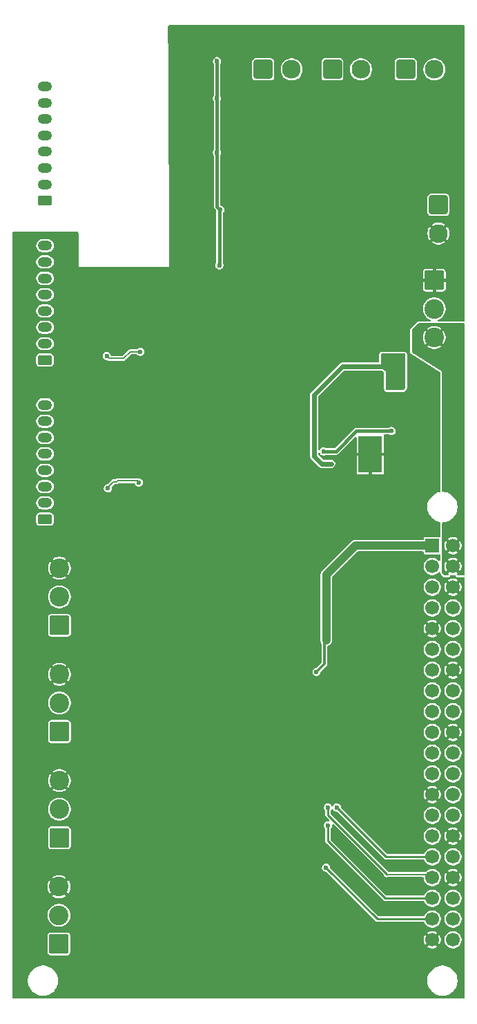
<source format=gbr>
%TF.GenerationSoftware,KiCad,Pcbnew,9.0.3*%
%TF.CreationDate,2026-03-01T13:08:57+01:00*%
%TF.ProjectId,HAT_RPI_PnP,4841545f-5250-4495-9f50-6e502e6b6963,rev?*%
%TF.SameCoordinates,Original*%
%TF.FileFunction,Copper,L2,Bot*%
%TF.FilePolarity,Positive*%
%FSLAX46Y46*%
G04 Gerber Fmt 4.6, Leading zero omitted, Abs format (unit mm)*
G04 Created by KiCad (PCBNEW 9.0.3) date 2026-03-01 13:08:57*
%MOMM*%
%LPD*%
G01*
G04 APERTURE LIST*
G04 Aperture macros list*
%AMRoundRect*
0 Rectangle with rounded corners*
0 $1 Rounding radius*
0 $2 $3 $4 $5 $6 $7 $8 $9 X,Y pos of 4 corners*
0 Add a 4 corners polygon primitive as box body*
4,1,4,$2,$3,$4,$5,$6,$7,$8,$9,$2,$3,0*
0 Add four circle primitives for the rounded corners*
1,1,$1+$1,$2,$3*
1,1,$1+$1,$4,$5*
1,1,$1+$1,$6,$7*
1,1,$1+$1,$8,$9*
0 Add four rect primitives between the rounded corners*
20,1,$1+$1,$2,$3,$4,$5,0*
20,1,$1+$1,$4,$5,$6,$7,0*
20,1,$1+$1,$6,$7,$8,$9,0*
20,1,$1+$1,$8,$9,$2,$3,0*%
G04 Aperture macros list end*
%TA.AperFunction,ComponentPad*%
%ADD10RoundRect,0.250001X0.949999X-0.949999X0.949999X0.949999X-0.949999X0.949999X-0.949999X-0.949999X0*%
%TD*%
%TA.AperFunction,ComponentPad*%
%ADD11C,2.400000*%
%TD*%
%TA.AperFunction,ComponentPad*%
%ADD12RoundRect,0.250000X0.625000X-0.350000X0.625000X0.350000X-0.625000X0.350000X-0.625000X-0.350000X0*%
%TD*%
%TA.AperFunction,ComponentPad*%
%ADD13O,1.750000X1.200000*%
%TD*%
%TA.AperFunction,ComponentPad*%
%ADD14C,2.300000*%
%TD*%
%TA.AperFunction,ComponentPad*%
%ADD15RoundRect,0.250001X-0.899999X0.899999X-0.899999X-0.899999X0.899999X-0.899999X0.899999X0.899999X0*%
%TD*%
%TA.AperFunction,ComponentPad*%
%ADD16RoundRect,0.250001X-0.899999X-0.899999X0.899999X-0.899999X0.899999X0.899999X-0.899999X0.899999X0*%
%TD*%
%TA.AperFunction,ComponentPad*%
%ADD17C,0.600000*%
%TD*%
%TA.AperFunction,SMDPad,CuDef*%
%ADD18R,2.950000X4.500000*%
%TD*%
%TA.AperFunction,ComponentPad*%
%ADD19RoundRect,0.250001X-0.949999X0.949999X-0.949999X-0.949999X0.949999X-0.949999X0.949999X0.949999X0*%
%TD*%
%TA.AperFunction,ComponentPad*%
%ADD20C,1.700000*%
%TD*%
%TA.AperFunction,ComponentPad*%
%ADD21R,1.700000X1.700000*%
%TD*%
%TA.AperFunction,ViaPad*%
%ADD22C,0.600000*%
%TD*%
%TA.AperFunction,Conductor*%
%ADD23C,0.250000*%
%TD*%
%TA.AperFunction,Conductor*%
%ADD24C,0.600000*%
%TD*%
%TA.AperFunction,Conductor*%
%ADD25C,0.200000*%
%TD*%
%TA.AperFunction,Conductor*%
%ADD26C,0.300000*%
%TD*%
%TA.AperFunction,Conductor*%
%ADD27C,0.400000*%
%TD*%
%TA.AperFunction,Conductor*%
%ADD28C,1.000000*%
%TD*%
G04 APERTURE END LIST*
D10*
%TO.P,J5,1,Pin_1*%
%TO.N,+24V*%
X65267500Y-133500000D03*
D11*
%TO.P,J5,2,Pin_2*%
%TO.N,Net-(D4-COM)*%
X65267500Y-130000000D03*
%TO.P,J5,3,Pin_3*%
%TO.N,GND*%
X65267500Y-126500000D03*
%TD*%
D10*
%TO.P,J2,1,Pin_1*%
%TO.N,+24V*%
X65267500Y-146500000D03*
D11*
%TO.P,J2,2,Pin_2*%
%TO.N,Net-(D1-COM)*%
X65267500Y-143000000D03*
%TO.P,J2,3,Pin_3*%
%TO.N,GND*%
X65267500Y-139500000D03*
%TD*%
D12*
%TO.P,J10,1,Pin_1*%
%TO.N,Net-(J10-Pin_1)*%
X63500000Y-88000000D03*
D13*
%TO.P,J10,2,Pin_2*%
%TO.N,Net-(J10-Pin_2)*%
X63500000Y-86000000D03*
%TO.P,J10,3,Pin_3*%
%TO.N,Net-(J10-Pin_3)*%
X63500000Y-84000000D03*
%TO.P,J10,4,Pin_4*%
%TO.N,Net-(J10-Pin_4)*%
X63500000Y-82000000D03*
%TO.P,J10,5,Pin_5*%
%TO.N,Net-(J10-Pin_5)*%
X63500000Y-80000000D03*
%TO.P,J10,6,Pin_6*%
%TO.N,Net-(J10-Pin_6)*%
X63500000Y-78000000D03*
%TO.P,J10,7,Pin_7*%
%TO.N,Net-(J10-Pin_7)*%
X63500000Y-76000000D03*
%TO.P,J10,8,Pin_8*%
%TO.N,unconnected-(J10-Pin_8-Pad8)*%
X63500000Y-74000000D03*
%TD*%
D12*
%TO.P,J6,1,Pin_1*%
%TO.N,Net-(J6-Pin_1)*%
X63500000Y-68500000D03*
D13*
%TO.P,J6,2,Pin_2*%
%TO.N,GND_ISO*%
X63500000Y-66500000D03*
%TO.P,J6,3,Pin_3*%
%TO.N,Net-(J6-Pin_3)*%
X63500000Y-64500000D03*
%TO.P,J6,4,Pin_4*%
%TO.N,GND_ISO*%
X63500000Y-62500000D03*
%TO.P,J6,5,Pin_5*%
%TO.N,Net-(J6-Pin_5)*%
X63500000Y-60500000D03*
%TO.P,J6,6,Pin_6*%
%TO.N,GND_ISO*%
X63500000Y-58500000D03*
%TO.P,J6,7,Pin_7*%
%TO.N,Net-(J6-Pin_7)*%
X63500000Y-56500000D03*
%TO.P,J6,8,Pin_8*%
%TO.N,GND_ISO*%
X63500000Y-54500000D03*
%TD*%
D10*
%TO.P,J4,1,Pin_1*%
%TO.N,+24V*%
X65267500Y-120500000D03*
D11*
%TO.P,J4,2,Pin_2*%
%TO.N,Net-(D3-COM)*%
X65267500Y-117000000D03*
%TO.P,J4,3,Pin_3*%
%TO.N,GND*%
X65267500Y-113500000D03*
%TD*%
D14*
%TO.P,J9,2,Pin_2*%
%TO.N,GND*%
X111750000Y-72500000D03*
D15*
%TO.P,J9,1,Pin_1*%
%TO.N,+VIN*%
X111750000Y-69000000D03*
%TD*%
D16*
%TO.P,J8,1,Pin_1*%
%TO.N,+24V*%
X98750000Y-52417500D03*
D14*
%TO.P,J8,2,Pin_2*%
%TO.N,Net-(D11-A)*%
X102250000Y-52417500D03*
%TD*%
D12*
%TO.P,J11,1,Pin_1*%
%TO.N,Net-(J11-Pin_1)*%
X63500000Y-107500000D03*
D13*
%TO.P,J11,2,Pin_2*%
%TO.N,Net-(J11-Pin_2)*%
X63500000Y-105500000D03*
%TO.P,J11,3,Pin_3*%
%TO.N,Net-(J11-Pin_3)*%
X63500000Y-103500000D03*
%TO.P,J11,4,Pin_4*%
%TO.N,Net-(J11-Pin_4)*%
X63500000Y-101500000D03*
%TO.P,J11,5,Pin_5*%
%TO.N,Net-(J11-Pin_5)*%
X63500000Y-99500000D03*
%TO.P,J11,6,Pin_6*%
%TO.N,Net-(J11-Pin_6)*%
X63500000Y-97500000D03*
%TO.P,J11,7,Pin_7*%
%TO.N,Net-(J11-Pin_7)*%
X63500000Y-95500000D03*
%TO.P,J11,8,Pin_8*%
%TO.N,Net-(J11-Pin_8)*%
X63500000Y-93500000D03*
%TD*%
D16*
%TO.P,J7,1,Pin_1*%
%TO.N,+24V*%
X90250000Y-52417500D03*
D14*
%TO.P,J7,2,Pin_2*%
%TO.N,Net-(D10-A)*%
X93750000Y-52417500D03*
%TD*%
D16*
%TO.P,J13,1,Pin_1*%
%TO.N,+24V*%
X107750000Y-52417500D03*
D14*
%TO.P,J13,2,Pin_2*%
%TO.N,Net-(D12-A)*%
X111250000Y-52417500D03*
%TD*%
D17*
%TO.P,U7,9,GNDPAD*%
%TO.N,GND*%
X104000000Y-101350000D03*
X104000000Y-100250000D03*
X104000000Y-98950000D03*
X104000000Y-97750000D03*
D18*
X103400000Y-99550000D03*
D17*
X102800000Y-101350000D03*
X102800000Y-100250000D03*
X102800000Y-98950000D03*
X102800000Y-97750000D03*
%TD*%
D10*
%TO.P,J3,1,Pin_1*%
%TO.N,+24V*%
X65217500Y-159500000D03*
D11*
%TO.P,J3,2,Pin_2*%
%TO.N,Net-(D2-COM)*%
X65217500Y-156000000D03*
%TO.P,J3,3,Pin_3*%
%TO.N,GND*%
X65217500Y-152500000D03*
%TD*%
%TO.P,J12,3,Pin_3*%
%TO.N,+5V*%
X111250000Y-85250000D03*
%TO.P,J12,2,Pin_2*%
%TO.N,+24V*%
X111250000Y-81750000D03*
D19*
%TO.P,J12,1,Pin_1*%
%TO.N,GND*%
X111250000Y-78250000D03*
%TD*%
D20*
%TO.P,J14,40,Pin_40*%
%TO.N,/AUX1*%
X113540000Y-159000000D03*
%TO.P,J14,39,Pin_39*%
%TO.N,GND*%
X111000000Y-159000000D03*
%TO.P,J14,38,Pin_38*%
%TO.N,/AUX2*%
X113540000Y-156460000D03*
%TO.P,J14,37,Pin_37*%
%TO.N,/ENDSTOP2*%
X111000000Y-156460000D03*
%TO.P,J14,36,Pin_36*%
%TO.N,/AUX3*%
X113540000Y-153920000D03*
%TO.P,J14,35,Pin_35*%
%TO.N,/ENDSTOP1*%
X111000000Y-153920000D03*
%TO.P,J14,34,Pin_34*%
%TO.N,GND*%
X113540000Y-151380000D03*
%TO.P,J14,33,Pin_33*%
%TO.N,/ENDSTOP4*%
X111000000Y-151380000D03*
%TO.P,J14,32,Pin_32*%
%TO.N,/AUX4*%
X113540000Y-148840000D03*
%TO.P,J14,31,Pin_31*%
%TO.N,/ENDSTOP3*%
X111000000Y-148840000D03*
%TO.P,J14,30,Pin_30*%
%TO.N,GND*%
X113540000Y-146300000D03*
%TO.P,J14,29,Pin_29*%
%TO.N,/DIR_A*%
X111000000Y-146300000D03*
%TO.P,J14,28,Pin_28*%
%TO.N,/AUX5*%
X113540000Y-143760000D03*
%TO.P,J14,27,Pin_27*%
%TO.N,/STEP_A*%
X111000000Y-143760000D03*
%TO.P,J14,26,Pin_26*%
%TO.N,/AUX6*%
X113540000Y-141220000D03*
%TO.P,J14,25,Pin_25*%
%TO.N,GND*%
X111000000Y-141220000D03*
%TO.P,J14,24,Pin_24*%
%TO.N,unconnected-(J14-Pin_24-Pad24)*%
X113540000Y-138680000D03*
%TO.P,J14,23,Pin_23*%
%TO.N,/DIR_B*%
X111000000Y-138680000D03*
%TO.P,J14,22,Pin_22*%
%TO.N,unconnected-(J14-Pin_22-Pad22)*%
X113540000Y-136140000D03*
%TO.P,J14,21,Pin_21*%
%TO.N,/STEP_B*%
X111000000Y-136140000D03*
%TO.P,J14,20,Pin_20*%
%TO.N,GND*%
X113540000Y-133600000D03*
%TO.P,J14,19,Pin_19*%
%TO.N,/ENABLE*%
X111000000Y-133600000D03*
%TO.P,J14,18,Pin_18*%
%TO.N,/ISO_IN1*%
X113540000Y-131060000D03*
%TO.P,J14,17,Pin_17*%
%TO.N,/DIR_C*%
X111000000Y-131060000D03*
%TO.P,J14,16,Pin_16*%
%TO.N,/ISO_IN3*%
X113540000Y-128520000D03*
%TO.P,J14,15,Pin_15*%
%TO.N,/STEP_C*%
X111000000Y-128520000D03*
%TO.P,J14,14,Pin_14*%
%TO.N,GND*%
X113540000Y-125980000D03*
%TO.P,J14,13,Pin_13*%
%TO.N,/ISO_IN2*%
X111000000Y-125980000D03*
%TO.P,J14,12,Pin_12*%
%TO.N,/OUT1*%
X113540000Y-123440000D03*
%TO.P,J14,11,Pin_11*%
%TO.N,/ISO_IN4*%
X111000000Y-123440000D03*
%TO.P,J14,10,Pin_10*%
%TO.N,/OUT2*%
X113540000Y-120900000D03*
%TO.P,J14,9,Pin_9*%
%TO.N,GND*%
X111000000Y-120900000D03*
%TO.P,J14,8,Pin_8*%
%TO.N,/OUT3*%
X113540000Y-118360000D03*
%TO.P,J14,7,Pin_7*%
%TO.N,unconnected-(J14-Pin_7-Pad7)*%
X111000000Y-118360000D03*
%TO.P,J14,6,Pin_6*%
%TO.N,GND*%
X113540000Y-115820000D03*
%TO.P,J14,5,Pin_5*%
%TO.N,unconnected-(J14-Pin_5-Pad5)*%
X111000000Y-115820000D03*
%TO.P,J14,4,Pin_4*%
%TO.N,+5V*%
X113540000Y-113280000D03*
%TO.P,J14,3,Pin_3*%
%TO.N,unconnected-(J14-Pin_3-Pad3)*%
X111000000Y-113280000D03*
%TO.P,J14,2,Pin_2*%
%TO.N,+5V*%
X113540000Y-110740000D03*
D21*
%TO.P,J14,1,Pin_1*%
%TO.N,+3.3V*%
X111000000Y-110740000D03*
%TD*%
D22*
%TO.N,GND*%
X107400000Y-108700000D03*
X107300000Y-130200000D03*
X107400000Y-131700000D03*
X107400000Y-132900000D03*
X107300000Y-134300000D03*
X107300000Y-135500000D03*
X107400000Y-137300000D03*
X107400000Y-139400000D03*
X107400000Y-143100000D03*
X112300000Y-153100000D03*
X114400000Y-150200000D03*
X114600000Y-160100000D03*
X114500000Y-157800000D03*
X114400000Y-155100000D03*
X114400000Y-152700000D03*
X109800000Y-129800000D03*
X109900000Y-132300000D03*
X109900000Y-134900000D03*
X109800000Y-137400000D03*
X109800000Y-139900000D03*
X109900000Y-142600000D03*
X114400000Y-142400000D03*
X114400000Y-140000000D03*
X114400000Y-137400000D03*
X114400000Y-134900000D03*
X114400000Y-132300000D03*
X114400000Y-129800000D03*
X114400000Y-127300000D03*
X114400000Y-124700000D03*
X114400000Y-122200000D03*
X114400000Y-119600000D03*
X109800000Y-114600000D03*
X110000000Y-109000000D03*
X69800000Y-105300000D03*
X70000000Y-87800000D03*
X109000000Y-79200000D03*
X109100000Y-71700000D03*
X114600000Y-71600000D03*
X114600000Y-79500000D03*
X113000000Y-76200000D03*
X113100000Y-74700000D03*
X111300000Y-75400000D03*
X109600000Y-76200000D03*
X109700000Y-74500000D03*
X83600000Y-55600000D03*
X83300000Y-58500000D03*
X83700000Y-62200000D03*
X83300000Y-65100000D03*
X83600000Y-69400000D03*
X83700000Y-76300000D03*
X79300000Y-76100000D03*
X79300000Y-72000000D03*
X79200000Y-68000000D03*
X79200000Y-65300000D03*
X79100000Y-61400000D03*
X79100000Y-58800000D03*
X79200000Y-55000000D03*
X79300000Y-52000000D03*
%TO.N,Net-(U9-DIR)*%
X75000000Y-103000000D03*
%TO.N,Net-(U8-DIR)*%
X75200000Y-87000000D03*
X71075000Y-87500000D03*
%TO.N,Net-(U9-DIR)*%
X71212500Y-103700000D03*
%TO.N,Net-(D9-K)*%
X106000000Y-96700000D03*
X97700000Y-99200000D03*
%TO.N,+3.3V*%
X84900000Y-76400000D03*
X98000000Y-118600000D03*
%TO.N,GND*%
X75400000Y-88900000D03*
X74000000Y-90300000D03*
X74300000Y-85000000D03*
X72300000Y-85000000D03*
X73700000Y-83800000D03*
X74700000Y-81900000D03*
X72400000Y-81800000D03*
X74800000Y-105700000D03*
X74400000Y-100800000D03*
X72300000Y-100700000D03*
X74500000Y-98500000D03*
X72300000Y-98500000D03*
X72000000Y-102300000D03*
X73900000Y-104500000D03*
X72800000Y-103400000D03*
X69700000Y-103900000D03*
X69700000Y-106600000D03*
X76900000Y-106500000D03*
X77000000Y-103800000D03*
X73400000Y-95400000D03*
X76400000Y-96400000D03*
X75000000Y-97100000D03*
X77000000Y-95400000D03*
X69800000Y-95400000D03*
X102200000Y-62825000D03*
X93700000Y-62825000D03*
X111200000Y-62635000D03*
X105400000Y-103600000D03*
X111500000Y-102000000D03*
X110600000Y-102000000D03*
X109700000Y-102000000D03*
X108700000Y-102000000D03*
X107800000Y-102000000D03*
X107400000Y-103500000D03*
X103500000Y-103600000D03*
X104000000Y-102500000D03*
X102600000Y-102500000D03*
X100500000Y-96600000D03*
X98400000Y-96000000D03*
X98200000Y-94200000D03*
X98200000Y-92000000D03*
X98200000Y-89200000D03*
X98200000Y-88000000D03*
X98200000Y-85600000D03*
X98100000Y-83000000D03*
X98200000Y-80600000D03*
X98200000Y-77900000D03*
X98200000Y-75200000D03*
X98300000Y-72800000D03*
X101800000Y-70800000D03*
X98300000Y-71000000D03*
X101700000Y-74600000D03*
X101700000Y-72000000D03*
X100600000Y-73700000D03*
X100600000Y-72700000D03*
X101300000Y-76000000D03*
X100300000Y-76000000D03*
X99300000Y-76000000D03*
X101500000Y-79000000D03*
X100400000Y-79000000D03*
X99400000Y-79000000D03*
X101600000Y-87600000D03*
X100600000Y-87600000D03*
X99400000Y-87600000D03*
X101400000Y-84500000D03*
X100400000Y-84500000D03*
X99500000Y-84500000D03*
X101300000Y-96100000D03*
X101300000Y-95300000D03*
X101300000Y-94500000D03*
X101300000Y-93700000D03*
X103700000Y-92900000D03*
X102900000Y-92400000D03*
X102900000Y-91500000D03*
X102900000Y-90600000D03*
X102900000Y-89700000D03*
X111300000Y-90900000D03*
X111500000Y-90100000D03*
X111000000Y-89300000D03*
%TO.N,+5V*%
X106600000Y-88000000D03*
X105700000Y-88000000D03*
X105300000Y-88800000D03*
X106200000Y-88800000D03*
X107000000Y-91300000D03*
X107000000Y-90400000D03*
X107000000Y-89600000D03*
X107000000Y-88800000D03*
X98600000Y-100700000D03*
%TO.N,+3.3V*%
X98000000Y-122300000D03*
X96800000Y-126200000D03*
%TO.N,/ENDSTOP3*%
X99300000Y-142800000D03*
%TO.N,/ENDSTOP4*%
X98200000Y-142800000D03*
%TO.N,/ENDSTOP2*%
X97975000Y-150175000D03*
%TO.N,/ENDSTOP1*%
X98200000Y-145000000D03*
%TO.N,GND*%
X93841695Y-128306654D03*
X94486695Y-126451654D03*
X94486695Y-123251654D03*
X91386695Y-128626654D03*
X82000000Y-132600000D03*
X81200000Y-131325000D03*
X82545000Y-117775000D03*
X81550000Y-116800000D03*
X72600000Y-111400000D03*
X66600000Y-114600000D03*
X72000000Y-113200000D03*
X68000000Y-113000000D03*
X69400000Y-111400000D03*
X76800000Y-115200000D03*
X77200000Y-113400000D03*
X75000000Y-114600000D03*
X70800000Y-114600000D03*
X74000000Y-113200000D03*
X66600000Y-111400000D03*
X70600000Y-113000000D03*
X69400000Y-114600000D03*
X75600000Y-111400000D03*
X72600000Y-125000000D03*
X66600000Y-128200000D03*
X72000000Y-126800000D03*
X68000000Y-126600000D03*
X69400000Y-125000000D03*
X76800000Y-128800000D03*
X77200000Y-127000000D03*
X75000000Y-128200000D03*
X70800000Y-128200000D03*
X74000000Y-126800000D03*
X66600000Y-125000000D03*
X70600000Y-126600000D03*
X69400000Y-128200000D03*
X75600000Y-125000000D03*
X72600000Y-137400000D03*
X66600000Y-140600000D03*
X72000000Y-139200000D03*
X68000000Y-139000000D03*
X69400000Y-137400000D03*
X76800000Y-141200000D03*
X77200000Y-139400000D03*
X75000000Y-140600000D03*
X70800000Y-140600000D03*
X74000000Y-139200000D03*
X66600000Y-137400000D03*
X70600000Y-139000000D03*
X69400000Y-140600000D03*
X75600000Y-137400000D03*
X70600000Y-152400000D03*
X68000000Y-152400000D03*
X72600000Y-150800000D03*
X66600000Y-150800000D03*
X66600000Y-154000000D03*
X69400000Y-154000000D03*
X69400000Y-150800000D03*
X75600000Y-150800000D03*
X77200000Y-152800000D03*
X75000000Y-154000000D03*
X70800000Y-154000000D03*
X74000000Y-152600000D03*
X72000000Y-152600000D03*
X76800000Y-154600000D03*
X82595000Y-143800000D03*
X81600000Y-142825000D03*
X81800000Y-154200000D03*
X80825000Y-155175000D03*
X94500000Y-148400000D03*
X94500000Y-151600000D03*
X93855000Y-153455000D03*
X91400000Y-153775000D03*
%TO.N,+3.3V*%
X84600000Y-51400000D03*
X84600000Y-55950000D03*
X84600000Y-62600000D03*
X85000000Y-69600000D03*
%TO.N,GND*%
X77200000Y-87800000D03*
X77200000Y-90400000D03*
X70000000Y-90400000D03*
X73400000Y-79200000D03*
X77200000Y-79200000D03*
X70000000Y-79200000D03*
X72600000Y-87200000D03*
X73600000Y-88200000D03*
X72000000Y-86200000D03*
X75200000Y-81000000D03*
X76400000Y-80200000D03*
X82800000Y-74800000D03*
X80800000Y-74800000D03*
X80400000Y-69600000D03*
X80400000Y-71600000D03*
X82800000Y-61200000D03*
X80600000Y-61200000D03*
X82800000Y-67800000D03*
X80600000Y-67800000D03*
X80200000Y-64600000D03*
X80200000Y-62400000D03*
X80000000Y-56000000D03*
X80000000Y-58000000D03*
X82800000Y-54800000D03*
X80400000Y-54800000D03*
X110400000Y-62635000D03*
X101300000Y-62825000D03*
X92800000Y-62825000D03*
%TD*%
D23*
%TO.N,/ENDSTOP4*%
X98200000Y-143700000D02*
X98200000Y-142800000D01*
X105400000Y-150900000D02*
X98200000Y-143700000D01*
X105400000Y-151000000D02*
X105400000Y-150900000D01*
%TO.N,/ENDSTOP1*%
X98200000Y-146900000D02*
X105220000Y-153920000D01*
X98200000Y-145000000D02*
X98200000Y-146900000D01*
X105220000Y-153920000D02*
X111000000Y-153920000D01*
D24*
%TO.N,+5V*%
X100000000Y-88800000D02*
X105300000Y-88800000D01*
X96500000Y-92300000D02*
X100000000Y-88800000D01*
X96500000Y-99800000D02*
X96500000Y-92300000D01*
X97400000Y-100700000D02*
X96500000Y-99800000D01*
X98600000Y-100700000D02*
X97400000Y-100700000D01*
D25*
%TO.N,Net-(U9-DIR)*%
X72349943Y-102800000D02*
X74800000Y-102800000D01*
X72248943Y-102901000D02*
X72349943Y-102800000D01*
X71899000Y-102901000D02*
X72248943Y-102901000D01*
X71212500Y-103587500D02*
X71899000Y-102901000D01*
X71212500Y-103700000D02*
X71212500Y-103587500D01*
X74800000Y-102800000D02*
X75000000Y-103000000D01*
%TO.N,Net-(U8-DIR)*%
X73149057Y-87801000D02*
X73950057Y-87000000D01*
X73950057Y-87000000D02*
X75200000Y-87000000D01*
X71376000Y-87801000D02*
X73149057Y-87801000D01*
X71075000Y-87500000D02*
X71376000Y-87801000D01*
D26*
%TO.N,+3.3V*%
X97800000Y-122500000D02*
X98000000Y-122300000D01*
X97800000Y-125200000D02*
X97800000Y-122500000D01*
X96800000Y-126200000D02*
X97800000Y-125200000D01*
D27*
%TO.N,Net-(D9-K)*%
X99200000Y-99200000D02*
X101700000Y-96700000D01*
X97700000Y-99200000D02*
X99200000Y-99200000D01*
X101700000Y-96700000D02*
X106000000Y-96700000D01*
%TO.N,+3.3V*%
X84900000Y-69700000D02*
X85000000Y-69600000D01*
X84900000Y-76400000D02*
X84900000Y-69700000D01*
D28*
X98000000Y-118600000D02*
X98000000Y-122300000D01*
X98000000Y-114300000D02*
X98000000Y-118600000D01*
X111000000Y-110740000D02*
X101560000Y-110740000D01*
X101560000Y-110740000D02*
X98000000Y-114300000D01*
D24*
%TO.N,+5V*%
X105300000Y-88800000D02*
X106200000Y-88800000D01*
X106200000Y-88800000D02*
X107000000Y-88800000D01*
D27*
%TO.N,+3.3V*%
X84600000Y-69200000D02*
X85000000Y-69600000D01*
X84600000Y-51400000D02*
X84600000Y-69200000D01*
D23*
%TO.N,/ENDSTOP2*%
X97975000Y-150175000D02*
X104260000Y-156460000D01*
X104260000Y-156460000D02*
X111000000Y-156460000D01*
D25*
%TO.N,/ENDSTOP4*%
X110620000Y-151000000D02*
X105400000Y-151000000D01*
X111000000Y-151380000D02*
X110620000Y-151000000D01*
D23*
%TO.N,/ENDSTOP3*%
X105340000Y-148840000D02*
X111000000Y-148840000D01*
X99300000Y-142800000D02*
X105340000Y-148840000D01*
%TD*%
%TA.AperFunction,Conductor*%
%TO.N,+5V*%
G36*
X114942539Y-83519685D02*
G01*
X114988294Y-83572489D01*
X114999500Y-83624000D01*
X114999500Y-114276000D01*
X114979815Y-114343039D01*
X114927011Y-114388794D01*
X114875500Y-114400000D01*
X114162524Y-114400000D01*
X114095485Y-114380315D01*
X114049730Y-114327511D01*
X114039786Y-114258353D01*
X114068811Y-114194797D01*
X114093633Y-114172898D01*
X114127456Y-114150298D01*
X113725177Y-113748019D01*
X113732993Y-113745925D01*
X113847007Y-113680099D01*
X113940099Y-113587007D01*
X114005925Y-113472993D01*
X114008019Y-113465177D01*
X114410298Y-113867456D01*
X114470499Y-113777359D01*
X114549649Y-113586274D01*
X114549651Y-113586266D01*
X114589999Y-113383420D01*
X114590000Y-113383417D01*
X114590000Y-113176583D01*
X114589999Y-113176579D01*
X114549651Y-112973733D01*
X114549649Y-112973725D01*
X114470499Y-112782640D01*
X114410298Y-112692542D01*
X114008018Y-113094821D01*
X114005925Y-113087007D01*
X113940099Y-112972993D01*
X113847007Y-112879901D01*
X113732993Y-112814075D01*
X113725177Y-112811980D01*
X114127455Y-112409701D01*
X114127455Y-112409700D01*
X114037367Y-112349505D01*
X114037358Y-112349500D01*
X113846274Y-112270350D01*
X113846266Y-112270348D01*
X113643420Y-112230000D01*
X113436579Y-112230000D01*
X113233733Y-112270348D01*
X113233725Y-112270350D01*
X113042639Y-112349500D01*
X112952543Y-112409700D01*
X112952543Y-112409701D01*
X113354822Y-112811980D01*
X113347007Y-112814075D01*
X113232993Y-112879901D01*
X113139901Y-112972993D01*
X113074075Y-113087007D01*
X113071980Y-113094822D01*
X112669701Y-112692543D01*
X112669700Y-112692543D01*
X112609500Y-112782639D01*
X112530350Y-112973725D01*
X112530348Y-112973733D01*
X112490000Y-113176579D01*
X112490000Y-113383420D01*
X112530348Y-113586266D01*
X112530350Y-113586274D01*
X112609500Y-113777358D01*
X112609505Y-113777367D01*
X112669701Y-113867455D01*
X113071980Y-113465176D01*
X113074075Y-113472993D01*
X113139901Y-113587007D01*
X113232993Y-113680099D01*
X113347007Y-113745925D01*
X113354822Y-113748019D01*
X112952542Y-114150298D01*
X112986366Y-114172898D01*
X113031171Y-114226510D01*
X113039878Y-114295835D01*
X113009724Y-114358863D01*
X112950281Y-114395582D01*
X112917475Y-114400000D01*
X112551362Y-114400000D01*
X112484323Y-114380315D01*
X112463681Y-114363681D01*
X112236319Y-114136319D01*
X112202834Y-114074996D01*
X112200000Y-114048638D01*
X112200000Y-110636579D01*
X112490000Y-110636579D01*
X112490000Y-110843420D01*
X112530348Y-111046266D01*
X112530350Y-111046274D01*
X112609500Y-111237358D01*
X112609505Y-111237367D01*
X112669701Y-111327455D01*
X113071980Y-110925176D01*
X113074075Y-110932993D01*
X113139901Y-111047007D01*
X113232993Y-111140099D01*
X113347007Y-111205925D01*
X113354822Y-111208019D01*
X112952542Y-111610298D01*
X113042640Y-111670499D01*
X113233725Y-111749649D01*
X113233733Y-111749651D01*
X113436579Y-111789999D01*
X113436583Y-111790000D01*
X113643417Y-111790000D01*
X113643420Y-111789999D01*
X113846266Y-111749651D01*
X113846274Y-111749649D01*
X114037359Y-111670499D01*
X114127456Y-111610298D01*
X113725177Y-111208019D01*
X113732993Y-111205925D01*
X113847007Y-111140099D01*
X113940099Y-111047007D01*
X114005925Y-110932993D01*
X114008019Y-110925177D01*
X114410298Y-111327456D01*
X114470499Y-111237359D01*
X114549649Y-111046274D01*
X114549651Y-111046266D01*
X114589999Y-110843420D01*
X114590000Y-110843417D01*
X114590000Y-110636583D01*
X114589999Y-110636579D01*
X114549651Y-110433733D01*
X114549649Y-110433725D01*
X114470499Y-110242640D01*
X114410298Y-110152542D01*
X114008018Y-110554821D01*
X114005925Y-110547007D01*
X113940099Y-110432993D01*
X113847007Y-110339901D01*
X113732993Y-110274075D01*
X113725177Y-110271980D01*
X114127455Y-109869701D01*
X114127455Y-109869700D01*
X114037367Y-109809505D01*
X114037358Y-109809500D01*
X113846274Y-109730350D01*
X113846266Y-109730348D01*
X113643420Y-109690000D01*
X113436579Y-109690000D01*
X113233733Y-109730348D01*
X113233725Y-109730350D01*
X113042639Y-109809500D01*
X112952543Y-109869700D01*
X112952543Y-109869701D01*
X113354822Y-110271980D01*
X113347007Y-110274075D01*
X113232993Y-110339901D01*
X113139901Y-110432993D01*
X113074075Y-110547007D01*
X113071980Y-110554822D01*
X112669701Y-110152543D01*
X112669700Y-110152543D01*
X112609500Y-110242639D01*
X112530350Y-110433725D01*
X112530348Y-110433733D01*
X112490000Y-110636579D01*
X112200000Y-110636579D01*
X112200000Y-107974500D01*
X112219685Y-107907461D01*
X112272489Y-107861706D01*
X112324000Y-107850500D01*
X112371289Y-107850500D01*
X112419388Y-107844167D01*
X112611789Y-107818838D01*
X112846100Y-107756054D01*
X113070212Y-107663224D01*
X113280289Y-107541936D01*
X113472738Y-107394265D01*
X113644265Y-107222738D01*
X113791936Y-107030289D01*
X113913224Y-106820212D01*
X114006054Y-106596100D01*
X114068838Y-106361789D01*
X114100500Y-106121288D01*
X114100500Y-105878712D01*
X114068838Y-105638211D01*
X114006054Y-105403900D01*
X113913224Y-105179788D01*
X113791936Y-104969711D01*
X113644265Y-104777262D01*
X113644260Y-104777256D01*
X113472743Y-104605739D01*
X113472736Y-104605733D01*
X113280293Y-104458067D01*
X113280292Y-104458066D01*
X113280289Y-104458064D01*
X113070212Y-104336776D01*
X113070205Y-104336773D01*
X112846104Y-104243947D01*
X112611785Y-104181161D01*
X112371289Y-104149500D01*
X112371288Y-104149500D01*
X112324000Y-104149500D01*
X112256961Y-104129815D01*
X112211206Y-104077011D01*
X112200000Y-104025500D01*
X112200000Y-89370273D01*
X108558536Y-87106660D01*
X108511993Y-87054550D01*
X108500000Y-87001349D01*
X108500000Y-85139818D01*
X109850000Y-85139818D01*
X109850000Y-85360181D01*
X109884473Y-85577835D01*
X109952567Y-85787410D01*
X110052613Y-85983760D01*
X110128688Y-86088467D01*
X110128689Y-86088468D01*
X110707242Y-85509914D01*
X110769881Y-85618408D01*
X110881592Y-85730119D01*
X110990083Y-85792757D01*
X110411530Y-86371310D01*
X110516239Y-86447386D01*
X110712589Y-86547432D01*
X110922164Y-86615526D01*
X111139819Y-86650000D01*
X111360181Y-86650000D01*
X111577835Y-86615526D01*
X111787410Y-86547432D01*
X111983752Y-86447390D01*
X111983758Y-86447386D01*
X112088467Y-86371310D01*
X112088468Y-86371309D01*
X111509916Y-85792757D01*
X111618408Y-85730119D01*
X111730119Y-85618408D01*
X111792757Y-85509915D01*
X112371309Y-86088468D01*
X112371310Y-86088467D01*
X112447386Y-85983758D01*
X112447390Y-85983752D01*
X112547432Y-85787410D01*
X112615526Y-85577835D01*
X112650000Y-85360181D01*
X112650000Y-85139818D01*
X112615526Y-84922164D01*
X112547432Y-84712589D01*
X112447386Y-84516239D01*
X112371310Y-84411531D01*
X112371310Y-84411530D01*
X111792757Y-84990083D01*
X111730119Y-84881592D01*
X111618408Y-84769881D01*
X111509915Y-84707242D01*
X112088468Y-84128689D01*
X112088467Y-84128688D01*
X111983760Y-84052613D01*
X111787410Y-83952567D01*
X111577835Y-83884473D01*
X111360181Y-83850000D01*
X111139819Y-83850000D01*
X110922164Y-83884473D01*
X110712589Y-83952567D01*
X110516236Y-84052615D01*
X110411531Y-84128687D01*
X110411530Y-84128688D01*
X110990084Y-84707242D01*
X110881592Y-84769881D01*
X110769881Y-84881592D01*
X110707242Y-84990084D01*
X110128688Y-84411530D01*
X110128687Y-84411531D01*
X110052615Y-84516236D01*
X109952567Y-84712589D01*
X109884473Y-84922164D01*
X109850000Y-85139818D01*
X108500000Y-85139818D01*
X108500000Y-84351362D01*
X108508644Y-84321921D01*
X108515168Y-84291935D01*
X108518922Y-84286919D01*
X108519685Y-84284323D01*
X108536319Y-84263681D01*
X109263681Y-83536319D01*
X109325004Y-83502834D01*
X109351362Y-83500000D01*
X114875500Y-83500000D01*
X114942539Y-83519685D01*
G37*
%TD.AperFunction*%
%TD*%
%TA.AperFunction,Conductor*%
%TO.N,+5V*%
G36*
X107643039Y-87219685D02*
G01*
X107688794Y-87272489D01*
X107700000Y-87324000D01*
X107700000Y-91362456D01*
X107680315Y-91429495D01*
X107679174Y-91431239D01*
X107536811Y-91644783D01*
X107483246Y-91689644D01*
X107433637Y-91700000D01*
X105424000Y-91700000D01*
X105356961Y-91680315D01*
X105311206Y-91627511D01*
X105300000Y-91576000D01*
X105300000Y-89399999D01*
X104755217Y-89036811D01*
X104710356Y-88983246D01*
X104700000Y-88933637D01*
X104700000Y-87324000D01*
X104719685Y-87256961D01*
X104772489Y-87211206D01*
X104824000Y-87200000D01*
X107576000Y-87200000D01*
X107643039Y-87219685D01*
G37*
%TD.AperFunction*%
%TD*%
%TA.AperFunction,Conductor*%
%TO.N,GND*%
G36*
X114942539Y-47020185D02*
G01*
X114988294Y-47072989D01*
X114999500Y-47124500D01*
X114999500Y-83170500D01*
X114979815Y-83237539D01*
X114927011Y-83283294D01*
X114875500Y-83294500D01*
X111811540Y-83294500D01*
X111744501Y-83274815D01*
X111698746Y-83222011D01*
X111688802Y-83152853D01*
X111717827Y-83089297D01*
X111773222Y-83052569D01*
X111787603Y-83047896D01*
X111787606Y-83047895D01*
X111984022Y-82947815D01*
X112162365Y-82818242D01*
X112318242Y-82662365D01*
X112447815Y-82484022D01*
X112547895Y-82287606D01*
X112616015Y-82077951D01*
X112650500Y-81860222D01*
X112650500Y-81639778D01*
X112616015Y-81422049D01*
X112573306Y-81290602D01*
X112547896Y-81212396D01*
X112547895Y-81212393D01*
X112513237Y-81144375D01*
X112447815Y-81015978D01*
X112431260Y-80993192D01*
X112318247Y-80837641D01*
X112318243Y-80837636D01*
X112162363Y-80681756D01*
X112162358Y-80681752D01*
X111984025Y-80552187D01*
X111984024Y-80552186D01*
X111984022Y-80552185D01*
X111921096Y-80520122D01*
X111787606Y-80452104D01*
X111787603Y-80452103D01*
X111577952Y-80383985D01*
X111469086Y-80366742D01*
X111360222Y-80349500D01*
X111139778Y-80349500D01*
X111067201Y-80360995D01*
X110922047Y-80383985D01*
X110712396Y-80452103D01*
X110712393Y-80452104D01*
X110515974Y-80552187D01*
X110337641Y-80681752D01*
X110337636Y-80681756D01*
X110181756Y-80837636D01*
X110181752Y-80837641D01*
X110052187Y-81015974D01*
X109952104Y-81212393D01*
X109952103Y-81212396D01*
X109883985Y-81422047D01*
X109849500Y-81639778D01*
X109849500Y-81860221D01*
X109883985Y-82077952D01*
X109952103Y-82287603D01*
X109952104Y-82287606D01*
X110052187Y-82484025D01*
X110181752Y-82662358D01*
X110181756Y-82662363D01*
X110337636Y-82818243D01*
X110337641Y-82818247D01*
X110493192Y-82931260D01*
X110515978Y-82947815D01*
X110644375Y-83013237D01*
X110712393Y-83047895D01*
X110712396Y-83047896D01*
X110726778Y-83052569D01*
X110784454Y-83092006D01*
X110811652Y-83156365D01*
X110799737Y-83225211D01*
X110752493Y-83276687D01*
X110688460Y-83294500D01*
X109351361Y-83294500D01*
X109329381Y-83295678D01*
X109303034Y-83298511D01*
X109303032Y-83298512D01*
X109226521Y-83322470D01*
X109226516Y-83322471D01*
X109165188Y-83355960D01*
X109118384Y-83390998D01*
X109118363Y-83391016D01*
X108391013Y-84118365D01*
X108391004Y-84118374D01*
X108380837Y-84129692D01*
X108380791Y-84129745D01*
X108376307Y-84134738D01*
X108371578Y-84140606D01*
X108371547Y-84140643D01*
X108359670Y-84155383D01*
X108356332Y-84160476D01*
X108356100Y-84160324D01*
X108351355Y-84167848D01*
X108350646Y-84168795D01*
X108350641Y-84168803D01*
X108338258Y-84195919D01*
X108336873Y-84198951D01*
X108322525Y-84226375D01*
X108321762Y-84228971D01*
X108322999Y-84229334D01*
X108315549Y-84245652D01*
X108315550Y-84245652D01*
X108314367Y-84248242D01*
X108314367Y-84248243D01*
X108310376Y-84266583D01*
X108308311Y-84274733D01*
X108307416Y-84277821D01*
X108307393Y-84277856D01*
X108307317Y-84278114D01*
X108307297Y-84278226D01*
X108302823Y-84293466D01*
X108302823Y-84293467D01*
X108302823Y-84293470D01*
X108294500Y-84351362D01*
X108294500Y-85155991D01*
X108294500Y-87001349D01*
X108299531Y-87046540D01*
X108308224Y-87085104D01*
X108311525Y-87099744D01*
X108314509Y-87111386D01*
X108358725Y-87191441D01*
X108392115Y-87228825D01*
X108405270Y-87243553D01*
X108450046Y-87281188D01*
X111935965Y-89448110D01*
X111982507Y-89500219D01*
X111994500Y-89553420D01*
X111994500Y-104025500D01*
X111996575Y-104044804D01*
X111984170Y-104113562D01*
X111936559Y-104164699D01*
X111892134Y-104180075D01*
X111892193Y-104180370D01*
X111890057Y-104180794D01*
X111889478Y-104180995D01*
X111888211Y-104181162D01*
X111653895Y-104243947D01*
X111429794Y-104336773D01*
X111429785Y-104336777D01*
X111219706Y-104458067D01*
X111027263Y-104605733D01*
X111027256Y-104605739D01*
X110855739Y-104777256D01*
X110855733Y-104777263D01*
X110708067Y-104969706D01*
X110586777Y-105179785D01*
X110586773Y-105179794D01*
X110493947Y-105403895D01*
X110431161Y-105638214D01*
X110399500Y-105878711D01*
X110399500Y-106121288D01*
X110431161Y-106361785D01*
X110493947Y-106596104D01*
X110556536Y-106747206D01*
X110586776Y-106820212D01*
X110708064Y-107030289D01*
X110708066Y-107030292D01*
X110708067Y-107030293D01*
X110855733Y-107222736D01*
X110855739Y-107222743D01*
X111027256Y-107394260D01*
X111027262Y-107394265D01*
X111219711Y-107541936D01*
X111429788Y-107663224D01*
X111653900Y-107756054D01*
X111888211Y-107818838D01*
X111890064Y-107819081D01*
X111890576Y-107819308D01*
X111892193Y-107819630D01*
X111892121Y-107819991D01*
X111953963Y-107847338D01*
X111992442Y-107905657D01*
X111996632Y-107959666D01*
X111994500Y-107974493D01*
X111994500Y-109565500D01*
X111974815Y-109632539D01*
X111922011Y-109678294D01*
X111870500Y-109689500D01*
X110130247Y-109689500D01*
X110071770Y-109701131D01*
X110071769Y-109701132D01*
X110005447Y-109745447D01*
X109961132Y-109811769D01*
X109961131Y-109811770D01*
X109949500Y-109870247D01*
X109949500Y-109915500D01*
X109929815Y-109982539D01*
X109877011Y-110028294D01*
X109825500Y-110039500D01*
X101491003Y-110039500D01*
X101382590Y-110061065D01*
X101382589Y-110061065D01*
X101355671Y-110066420D01*
X101228190Y-110119224D01*
X101113454Y-110195887D01*
X97455887Y-113853454D01*
X97379223Y-113968192D01*
X97326421Y-114095668D01*
X97326421Y-114095669D01*
X97326420Y-114095672D01*
X97310943Y-114173482D01*
X97310943Y-114173483D01*
X97303492Y-114210941D01*
X97299500Y-114231007D01*
X97299500Y-118531007D01*
X97299500Y-122368993D01*
X97299500Y-122368995D01*
X97299499Y-122368995D01*
X97326418Y-122504322D01*
X97326421Y-122504332D01*
X97379222Y-122631806D01*
X97379223Y-122631807D01*
X97379225Y-122631811D01*
X97428602Y-122705708D01*
X97449480Y-122772385D01*
X97449500Y-122774599D01*
X97449500Y-125003456D01*
X97429815Y-125070495D01*
X97413181Y-125091137D01*
X96841137Y-125663181D01*
X96779814Y-125696666D01*
X96753456Y-125699500D01*
X96734108Y-125699500D01*
X96606812Y-125733608D01*
X96492686Y-125799500D01*
X96492683Y-125799502D01*
X96399502Y-125892683D01*
X96399500Y-125892686D01*
X96333608Y-126006812D01*
X96300174Y-126131592D01*
X96299500Y-126134108D01*
X96299500Y-126265892D01*
X96305158Y-126287007D01*
X96333608Y-126393187D01*
X96364057Y-126445925D01*
X96399500Y-126507314D01*
X96492686Y-126600500D01*
X96606814Y-126666392D01*
X96734108Y-126700500D01*
X96734110Y-126700500D01*
X96865890Y-126700500D01*
X96865892Y-126700500D01*
X96993186Y-126666392D01*
X97107314Y-126600500D01*
X97200500Y-126507314D01*
X97266392Y-126393186D01*
X97300500Y-126265892D01*
X97300500Y-126246544D01*
X97320185Y-126179505D01*
X97336819Y-126158863D01*
X97619152Y-125876530D01*
X109949500Y-125876530D01*
X109949500Y-126083469D01*
X109989868Y-126286412D01*
X109989870Y-126286420D01*
X110068959Y-126477358D01*
X110069059Y-126477598D01*
X110088916Y-126507316D01*
X110184024Y-126649657D01*
X110330342Y-126795975D01*
X110330345Y-126795977D01*
X110502402Y-126910941D01*
X110693580Y-126990130D01*
X110894016Y-127029999D01*
X110896530Y-127030499D01*
X110896534Y-127030500D01*
X110896535Y-127030500D01*
X111103466Y-127030500D01*
X111103467Y-127030499D01*
X111306420Y-126990130D01*
X111497598Y-126910941D01*
X111669655Y-126795977D01*
X111682790Y-126782842D01*
X111749227Y-126716406D01*
X111815974Y-126649658D01*
X111815975Y-126649657D01*
X111815977Y-126649655D01*
X111930941Y-126477598D01*
X112010130Y-126286420D01*
X112050500Y-126083465D01*
X112050500Y-125876579D01*
X112490000Y-125876579D01*
X112490000Y-126083420D01*
X112530348Y-126286266D01*
X112530350Y-126286274D01*
X112609500Y-126477358D01*
X112609505Y-126477367D01*
X112669701Y-126567455D01*
X113071980Y-126165176D01*
X113074075Y-126172993D01*
X113139901Y-126287007D01*
X113232993Y-126380099D01*
X113347007Y-126445925D01*
X113354822Y-126448019D01*
X112952542Y-126850298D01*
X113042640Y-126910499D01*
X113233725Y-126989649D01*
X113233733Y-126989651D01*
X113436579Y-127029999D01*
X113436583Y-127030000D01*
X113643417Y-127030000D01*
X113643420Y-127029999D01*
X113846266Y-126989651D01*
X113846274Y-126989649D01*
X114037359Y-126910499D01*
X114127456Y-126850298D01*
X113725177Y-126448019D01*
X113732993Y-126445925D01*
X113847007Y-126380099D01*
X113940099Y-126287007D01*
X114005925Y-126172993D01*
X114008019Y-126165177D01*
X114410298Y-126567456D01*
X114470499Y-126477359D01*
X114549649Y-126286274D01*
X114549651Y-126286266D01*
X114589999Y-126083420D01*
X114590000Y-126083417D01*
X114590000Y-125876583D01*
X114589999Y-125876579D01*
X114549651Y-125673733D01*
X114549649Y-125673725D01*
X114470499Y-125482640D01*
X114410298Y-125392542D01*
X114008018Y-125794821D01*
X114005925Y-125787007D01*
X113940099Y-125672993D01*
X113847007Y-125579901D01*
X113732993Y-125514075D01*
X113725177Y-125511980D01*
X114127455Y-125109701D01*
X114127455Y-125109700D01*
X114037367Y-125049505D01*
X114037358Y-125049500D01*
X113846274Y-124970350D01*
X113846266Y-124970348D01*
X113643420Y-124930000D01*
X113436579Y-124930000D01*
X113233733Y-124970348D01*
X113233725Y-124970350D01*
X113042639Y-125049500D01*
X112952543Y-125109700D01*
X112952543Y-125109701D01*
X113354822Y-125511980D01*
X113347007Y-125514075D01*
X113232993Y-125579901D01*
X113139901Y-125672993D01*
X113074075Y-125787007D01*
X113071980Y-125794822D01*
X112669701Y-125392543D01*
X112669700Y-125392543D01*
X112609500Y-125482639D01*
X112530350Y-125673725D01*
X112530348Y-125673733D01*
X112490000Y-125876579D01*
X112050500Y-125876579D01*
X112050500Y-125876535D01*
X112010130Y-125673580D01*
X111930941Y-125482402D01*
X111815977Y-125310345D01*
X111815975Y-125310342D01*
X111669657Y-125164024D01*
X111573837Y-125100000D01*
X111497598Y-125049059D01*
X111306420Y-124969870D01*
X111306412Y-124969868D01*
X111103469Y-124929500D01*
X111103465Y-124929500D01*
X110896535Y-124929500D01*
X110896530Y-124929500D01*
X110693587Y-124969868D01*
X110693579Y-124969870D01*
X110502403Y-125049058D01*
X110330342Y-125164024D01*
X110184024Y-125310342D01*
X110069058Y-125482403D01*
X109989870Y-125673579D01*
X109989868Y-125673587D01*
X109949500Y-125876530D01*
X97619152Y-125876530D01*
X97712920Y-125782762D01*
X97834152Y-125661530D01*
X98080470Y-125415212D01*
X98126614Y-125335288D01*
X98133297Y-125310345D01*
X98150500Y-125246144D01*
X98150500Y-123336530D01*
X109949500Y-123336530D01*
X109949500Y-123543469D01*
X109989868Y-123746412D01*
X109989870Y-123746420D01*
X110069058Y-123937596D01*
X110184024Y-124109657D01*
X110330342Y-124255975D01*
X110330345Y-124255977D01*
X110502402Y-124370941D01*
X110693580Y-124450130D01*
X110896530Y-124490499D01*
X110896534Y-124490500D01*
X110896535Y-124490500D01*
X111103466Y-124490500D01*
X111103467Y-124490499D01*
X111306420Y-124450130D01*
X111497598Y-124370941D01*
X111669655Y-124255977D01*
X111815977Y-124109655D01*
X111930941Y-123937598D01*
X112010130Y-123746420D01*
X112050500Y-123543465D01*
X112050500Y-123336535D01*
X112050499Y-123336530D01*
X112489500Y-123336530D01*
X112489500Y-123543469D01*
X112529868Y-123746412D01*
X112529870Y-123746420D01*
X112609058Y-123937596D01*
X112724024Y-124109657D01*
X112870342Y-124255975D01*
X112870345Y-124255977D01*
X113042402Y-124370941D01*
X113233580Y-124450130D01*
X113436530Y-124490499D01*
X113436534Y-124490500D01*
X113436535Y-124490500D01*
X113643466Y-124490500D01*
X113643467Y-124490499D01*
X113846420Y-124450130D01*
X114037598Y-124370941D01*
X114209655Y-124255977D01*
X114355977Y-124109655D01*
X114470941Y-123937598D01*
X114550130Y-123746420D01*
X114590500Y-123543465D01*
X114590500Y-123336535D01*
X114550130Y-123133580D01*
X114470941Y-122942402D01*
X114355977Y-122770345D01*
X114355975Y-122770342D01*
X114209657Y-122624024D01*
X114123626Y-122566541D01*
X114037598Y-122509059D01*
X114026176Y-122504328D01*
X113846420Y-122429870D01*
X113846412Y-122429868D01*
X113643469Y-122389500D01*
X113643465Y-122389500D01*
X113436535Y-122389500D01*
X113436530Y-122389500D01*
X113233587Y-122429868D01*
X113233579Y-122429870D01*
X113042403Y-122509058D01*
X112870342Y-122624024D01*
X112724024Y-122770342D01*
X112609058Y-122942403D01*
X112529870Y-123133579D01*
X112529868Y-123133587D01*
X112489500Y-123336530D01*
X112050499Y-123336530D01*
X112010130Y-123133580D01*
X111930941Y-122942402D01*
X111815977Y-122770345D01*
X111815975Y-122770342D01*
X111669657Y-122624024D01*
X111583626Y-122566541D01*
X111497598Y-122509059D01*
X111486176Y-122504328D01*
X111306420Y-122429870D01*
X111306412Y-122429868D01*
X111103469Y-122389500D01*
X111103465Y-122389500D01*
X110896535Y-122389500D01*
X110896530Y-122389500D01*
X110693587Y-122429868D01*
X110693579Y-122429870D01*
X110502403Y-122509058D01*
X110330342Y-122624024D01*
X110184024Y-122770342D01*
X110069058Y-122942403D01*
X109989870Y-123133579D01*
X109989868Y-123133587D01*
X109949500Y-123336530D01*
X98150500Y-123336530D01*
X98150500Y-123078730D01*
X98170185Y-123011691D01*
X98222989Y-122965936D01*
X98227048Y-122964169D01*
X98331804Y-122920778D01*
X98331804Y-122920777D01*
X98331811Y-122920775D01*
X98446542Y-122844114D01*
X98544114Y-122746542D01*
X98620775Y-122631811D01*
X98624001Y-122624024D01*
X98671620Y-122509059D01*
X98673580Y-122504328D01*
X98700500Y-122368993D01*
X98700500Y-120796579D01*
X109950000Y-120796579D01*
X109950000Y-121003420D01*
X109990348Y-121206266D01*
X109990350Y-121206274D01*
X110069500Y-121397358D01*
X110069505Y-121397367D01*
X110129701Y-121487455D01*
X110531980Y-121085176D01*
X110534075Y-121092993D01*
X110599901Y-121207007D01*
X110692993Y-121300099D01*
X110807007Y-121365925D01*
X110814822Y-121368019D01*
X110412542Y-121770298D01*
X110502640Y-121830499D01*
X110693725Y-121909649D01*
X110693733Y-121909651D01*
X110896579Y-121949999D01*
X110896583Y-121950000D01*
X111103417Y-121950000D01*
X111103420Y-121949999D01*
X111306266Y-121909651D01*
X111306274Y-121909649D01*
X111497359Y-121830499D01*
X111587456Y-121770298D01*
X111185177Y-121368019D01*
X111192993Y-121365925D01*
X111307007Y-121300099D01*
X111400099Y-121207007D01*
X111465925Y-121092993D01*
X111468019Y-121085177D01*
X111870298Y-121487456D01*
X111930499Y-121397359D01*
X112009649Y-121206274D01*
X112009651Y-121206266D01*
X112049999Y-121003420D01*
X112050000Y-121003417D01*
X112050000Y-120796581D01*
X112049999Y-120796580D01*
X112049989Y-120796530D01*
X112489500Y-120796530D01*
X112489500Y-121003469D01*
X112529868Y-121206412D01*
X112529870Y-121206420D01*
X112609058Y-121397596D01*
X112724024Y-121569657D01*
X112870342Y-121715975D01*
X112870345Y-121715977D01*
X113042402Y-121830941D01*
X113233580Y-121910130D01*
X113434016Y-121949999D01*
X113436530Y-121950499D01*
X113436534Y-121950500D01*
X113436535Y-121950500D01*
X113643466Y-121950500D01*
X113643467Y-121950499D01*
X113846420Y-121910130D01*
X114037598Y-121830941D01*
X114209655Y-121715977D01*
X114355977Y-121569655D01*
X114470941Y-121397598D01*
X114550130Y-121206420D01*
X114590500Y-121003465D01*
X114590500Y-120796535D01*
X114550130Y-120593580D01*
X114470941Y-120402402D01*
X114355977Y-120230345D01*
X114355975Y-120230342D01*
X114209657Y-120084024D01*
X114038258Y-119969500D01*
X114037598Y-119969059D01*
X113846420Y-119889870D01*
X113846412Y-119889868D01*
X113643469Y-119849500D01*
X113643465Y-119849500D01*
X113436535Y-119849500D01*
X113436530Y-119849500D01*
X113233587Y-119889868D01*
X113233579Y-119889870D01*
X113042403Y-119969058D01*
X112870342Y-120084024D01*
X112724024Y-120230342D01*
X112609058Y-120402403D01*
X112529870Y-120593579D01*
X112529868Y-120593587D01*
X112489500Y-120796530D01*
X112049989Y-120796530D01*
X112009651Y-120593733D01*
X112009649Y-120593725D01*
X111930499Y-120402640D01*
X111870298Y-120312542D01*
X111468018Y-120714821D01*
X111465925Y-120707007D01*
X111400099Y-120592993D01*
X111307007Y-120499901D01*
X111192993Y-120434075D01*
X111185177Y-120431980D01*
X111587455Y-120029701D01*
X111587455Y-120029700D01*
X111497367Y-119969505D01*
X111497358Y-119969500D01*
X111306274Y-119890350D01*
X111306266Y-119890348D01*
X111103420Y-119850000D01*
X110896579Y-119850000D01*
X110693733Y-119890348D01*
X110693725Y-119890350D01*
X110502639Y-119969500D01*
X110412543Y-120029700D01*
X110412543Y-120029701D01*
X110814822Y-120431980D01*
X110807007Y-120434075D01*
X110692993Y-120499901D01*
X110599901Y-120592993D01*
X110534075Y-120707007D01*
X110531980Y-120714822D01*
X110129701Y-120312543D01*
X110129700Y-120312543D01*
X110069500Y-120402639D01*
X109990350Y-120593725D01*
X109990348Y-120593733D01*
X109950000Y-120796579D01*
X98700500Y-120796579D01*
X98700500Y-118531007D01*
X98700500Y-118256530D01*
X109949500Y-118256530D01*
X109949500Y-118463469D01*
X109989868Y-118666412D01*
X109989870Y-118666420D01*
X110069058Y-118857596D01*
X110184024Y-119029657D01*
X110330342Y-119175975D01*
X110330345Y-119175977D01*
X110502402Y-119290941D01*
X110693580Y-119370130D01*
X110896530Y-119410499D01*
X110896534Y-119410500D01*
X110896535Y-119410500D01*
X111103466Y-119410500D01*
X111103467Y-119410499D01*
X111306420Y-119370130D01*
X111497598Y-119290941D01*
X111669655Y-119175977D01*
X111815977Y-119029655D01*
X111930941Y-118857598D01*
X112010130Y-118666420D01*
X112050500Y-118463465D01*
X112050500Y-118256535D01*
X112050499Y-118256530D01*
X112489500Y-118256530D01*
X112489500Y-118463469D01*
X112529868Y-118666412D01*
X112529870Y-118666420D01*
X112609058Y-118857596D01*
X112724024Y-119029657D01*
X112870342Y-119175975D01*
X112870345Y-119175977D01*
X113042402Y-119290941D01*
X113233580Y-119370130D01*
X113436530Y-119410499D01*
X113436534Y-119410500D01*
X113436535Y-119410500D01*
X113643466Y-119410500D01*
X113643467Y-119410499D01*
X113846420Y-119370130D01*
X114037598Y-119290941D01*
X114209655Y-119175977D01*
X114355977Y-119029655D01*
X114470941Y-118857598D01*
X114550130Y-118666420D01*
X114590500Y-118463465D01*
X114590500Y-118256535D01*
X114550130Y-118053580D01*
X114470941Y-117862402D01*
X114355977Y-117690345D01*
X114355975Y-117690342D01*
X114209657Y-117544024D01*
X114123626Y-117486541D01*
X114037598Y-117429059D01*
X113846420Y-117349870D01*
X113846412Y-117349868D01*
X113643469Y-117309500D01*
X113643465Y-117309500D01*
X113436535Y-117309500D01*
X113436530Y-117309500D01*
X113233587Y-117349868D01*
X113233579Y-117349870D01*
X113042403Y-117429058D01*
X112870342Y-117544024D01*
X112724024Y-117690342D01*
X112609058Y-117862403D01*
X112529870Y-118053579D01*
X112529868Y-118053587D01*
X112489500Y-118256530D01*
X112050499Y-118256530D01*
X112010130Y-118053580D01*
X111930941Y-117862402D01*
X111815977Y-117690345D01*
X111815975Y-117690342D01*
X111669657Y-117544024D01*
X111583626Y-117486541D01*
X111497598Y-117429059D01*
X111306420Y-117349870D01*
X111306412Y-117349868D01*
X111103469Y-117309500D01*
X111103465Y-117309500D01*
X110896535Y-117309500D01*
X110896530Y-117309500D01*
X110693587Y-117349868D01*
X110693579Y-117349870D01*
X110502403Y-117429058D01*
X110330342Y-117544024D01*
X110184024Y-117690342D01*
X110069058Y-117862403D01*
X109989870Y-118053579D01*
X109989868Y-118053587D01*
X109949500Y-118256530D01*
X98700500Y-118256530D01*
X98700500Y-115716530D01*
X109949500Y-115716530D01*
X109949500Y-115923469D01*
X109989868Y-116126412D01*
X109989870Y-116126420D01*
X110069058Y-116317596D01*
X110184024Y-116489657D01*
X110330342Y-116635975D01*
X110330345Y-116635977D01*
X110502402Y-116750941D01*
X110693580Y-116830130D01*
X110894016Y-116869999D01*
X110896530Y-116870499D01*
X110896534Y-116870500D01*
X110896535Y-116870500D01*
X111103466Y-116870500D01*
X111103467Y-116870499D01*
X111306420Y-116830130D01*
X111497598Y-116750941D01*
X111669655Y-116635977D01*
X111669658Y-116635974D01*
X111749227Y-116556406D01*
X111815974Y-116489658D01*
X111815975Y-116489657D01*
X111815977Y-116489655D01*
X111930941Y-116317598D01*
X112010130Y-116126420D01*
X112050500Y-115923465D01*
X112050500Y-115716579D01*
X112490000Y-115716579D01*
X112490000Y-115923420D01*
X112530348Y-116126266D01*
X112530350Y-116126274D01*
X112609500Y-116317358D01*
X112609505Y-116317367D01*
X112669701Y-116407455D01*
X113071980Y-116005176D01*
X113074075Y-116012993D01*
X113139901Y-116127007D01*
X113232993Y-116220099D01*
X113347007Y-116285925D01*
X113354822Y-116288019D01*
X112952542Y-116690298D01*
X113042640Y-116750499D01*
X113233725Y-116829649D01*
X113233733Y-116829651D01*
X113436579Y-116869999D01*
X113436583Y-116870000D01*
X113643417Y-116870000D01*
X113643420Y-116869999D01*
X113846266Y-116829651D01*
X113846274Y-116829649D01*
X114037359Y-116750499D01*
X114127456Y-116690298D01*
X113725177Y-116288019D01*
X113732993Y-116285925D01*
X113847007Y-116220099D01*
X113940099Y-116127007D01*
X114005925Y-116012993D01*
X114008019Y-116005177D01*
X114410298Y-116407456D01*
X114470499Y-116317359D01*
X114549649Y-116126274D01*
X114549651Y-116126266D01*
X114589999Y-115923420D01*
X114590000Y-115923417D01*
X114590000Y-115716583D01*
X114589999Y-115716579D01*
X114549651Y-115513733D01*
X114549649Y-115513725D01*
X114470499Y-115322640D01*
X114410298Y-115232542D01*
X114008018Y-115634821D01*
X114005925Y-115627007D01*
X113940099Y-115512993D01*
X113847007Y-115419901D01*
X113732993Y-115354075D01*
X113725177Y-115351980D01*
X114127455Y-114949701D01*
X114127455Y-114949700D01*
X114037367Y-114889505D01*
X114037358Y-114889500D01*
X113846274Y-114810350D01*
X113846266Y-114810348D01*
X113643420Y-114770000D01*
X113436579Y-114770000D01*
X113233733Y-114810348D01*
X113233725Y-114810350D01*
X113042639Y-114889500D01*
X112952543Y-114949700D01*
X112952543Y-114949701D01*
X113354822Y-115351980D01*
X113347007Y-115354075D01*
X113232993Y-115419901D01*
X113139901Y-115512993D01*
X113074075Y-115627007D01*
X113071980Y-115634822D01*
X112669701Y-115232543D01*
X112669700Y-115232543D01*
X112609500Y-115322639D01*
X112530350Y-115513725D01*
X112530348Y-115513733D01*
X112490000Y-115716579D01*
X112050500Y-115716579D01*
X112050500Y-115716535D01*
X112010130Y-115513580D01*
X111930941Y-115322402D01*
X111815977Y-115150345D01*
X111815975Y-115150342D01*
X111669657Y-115004024D01*
X111498258Y-114889500D01*
X111497598Y-114889059D01*
X111306420Y-114809870D01*
X111306412Y-114809868D01*
X111103469Y-114769500D01*
X111103465Y-114769500D01*
X110896535Y-114769500D01*
X110896530Y-114769500D01*
X110693587Y-114809868D01*
X110693579Y-114809870D01*
X110502403Y-114889058D01*
X110330342Y-115004024D01*
X110184024Y-115150342D01*
X110069058Y-115322403D01*
X109989870Y-115513579D01*
X109989868Y-115513587D01*
X109949500Y-115716530D01*
X98700500Y-115716530D01*
X98700500Y-114641519D01*
X98720185Y-114574480D01*
X98736819Y-114553838D01*
X101813838Y-111476819D01*
X101875161Y-111443334D01*
X101901519Y-111440500D01*
X109825500Y-111440500D01*
X109892539Y-111460185D01*
X109938294Y-111512989D01*
X109949500Y-111564500D01*
X109949500Y-111609752D01*
X109961131Y-111668229D01*
X109961132Y-111668230D01*
X110005447Y-111734552D01*
X110071769Y-111778867D01*
X110071770Y-111778868D01*
X110130247Y-111790499D01*
X110130250Y-111790500D01*
X111870500Y-111790500D01*
X111937539Y-111810185D01*
X111983294Y-111862989D01*
X111994500Y-111914500D01*
X111994500Y-112489505D01*
X111974815Y-112556544D01*
X111922011Y-112602299D01*
X111852853Y-112612243D01*
X111789297Y-112583218D01*
X111782819Y-112577186D01*
X111669657Y-112464024D01*
X111583626Y-112406541D01*
X111497598Y-112349059D01*
X111306420Y-112269870D01*
X111306412Y-112269868D01*
X111103469Y-112229500D01*
X111103465Y-112229500D01*
X110896535Y-112229500D01*
X110896530Y-112229500D01*
X110693587Y-112269868D01*
X110693579Y-112269870D01*
X110502403Y-112349058D01*
X110330342Y-112464024D01*
X110184024Y-112610342D01*
X110069058Y-112782403D01*
X109989870Y-112973579D01*
X109989868Y-112973587D01*
X109949500Y-113176530D01*
X109949500Y-113383469D01*
X109989868Y-113586412D01*
X109989870Y-113586420D01*
X110069058Y-113777596D01*
X110184024Y-113949657D01*
X110330342Y-114095975D01*
X110330345Y-114095977D01*
X110502402Y-114210941D01*
X110693580Y-114290130D01*
X110854647Y-114322168D01*
X110896530Y-114330499D01*
X110896534Y-114330500D01*
X110896535Y-114330500D01*
X111103466Y-114330500D01*
X111103467Y-114330499D01*
X111306420Y-114290130D01*
X111497598Y-114210941D01*
X111669655Y-114095977D01*
X111783763Y-113981868D01*
X111845084Y-113948385D01*
X111914776Y-113953369D01*
X111970710Y-113995240D01*
X111995127Y-114060704D01*
X111995265Y-114062905D01*
X111995679Y-114070622D01*
X111998511Y-114096965D01*
X111998512Y-114096967D01*
X111999462Y-114100000D01*
X112022471Y-114173482D01*
X112055956Y-114234805D01*
X112055958Y-114234808D01*
X112055960Y-114234811D01*
X112090998Y-114281615D01*
X112091002Y-114281619D01*
X112091009Y-114281629D01*
X112091016Y-114281636D01*
X112318365Y-114508986D01*
X112318366Y-114508987D01*
X112334716Y-114523674D01*
X112334730Y-114523686D01*
X112334738Y-114523693D01*
X112343136Y-114530460D01*
X112355379Y-114540327D01*
X112426424Y-114577490D01*
X112493456Y-114597173D01*
X112493458Y-114597173D01*
X112493464Y-114597175D01*
X112551362Y-114605500D01*
X112551366Y-114605500D01*
X112917476Y-114605500D01*
X112922115Y-114605188D01*
X112944902Y-114603661D01*
X112944906Y-114603660D01*
X112944912Y-114603660D01*
X112944922Y-114603659D01*
X112961553Y-114601418D01*
X112977708Y-114599243D01*
X113058279Y-114570415D01*
X113117722Y-114533696D01*
X113138262Y-114519201D01*
X113195101Y-114447551D01*
X113225255Y-114384523D01*
X113225260Y-114384508D01*
X113225641Y-114383714D01*
X113272330Y-114331735D01*
X113339710Y-114313249D01*
X113361683Y-114315611D01*
X113421740Y-114327557D01*
X113436534Y-114330500D01*
X113436535Y-114330500D01*
X113643466Y-114330500D01*
X113661430Y-114326926D01*
X113716656Y-114315941D01*
X113786246Y-114322168D01*
X113841424Y-114365030D01*
X113850279Y-114379243D01*
X113851413Y-114381372D01*
X113851414Y-114381373D01*
X113852661Y-114383714D01*
X113894423Y-114462083D01*
X113894425Y-114462086D01*
X113940184Y-114514895D01*
X113948786Y-114523674D01*
X113957770Y-114532843D01*
X113957771Y-114532844D01*
X113957773Y-114532845D01*
X114037040Y-114577184D01*
X114037587Y-114577490D01*
X114104626Y-114597175D01*
X114162524Y-114605500D01*
X114162528Y-114605500D01*
X114875500Y-114605500D01*
X114942539Y-114625185D01*
X114988294Y-114677989D01*
X114999500Y-114729500D01*
X114999500Y-166075500D01*
X114979815Y-166142539D01*
X114927011Y-166188294D01*
X114875500Y-166199500D01*
X59624000Y-166199500D01*
X59556961Y-166179815D01*
X59511206Y-166127011D01*
X59500000Y-166075500D01*
X59500000Y-163878711D01*
X61399500Y-163878711D01*
X61399500Y-164121288D01*
X61431161Y-164361785D01*
X61493947Y-164596104D01*
X61586773Y-164820205D01*
X61586776Y-164820212D01*
X61708064Y-165030289D01*
X61708066Y-165030292D01*
X61708067Y-165030293D01*
X61855733Y-165222736D01*
X61855739Y-165222743D01*
X62027256Y-165394260D01*
X62027262Y-165394265D01*
X62219711Y-165541936D01*
X62429788Y-165663224D01*
X62653900Y-165756054D01*
X62888211Y-165818838D01*
X63068586Y-165842584D01*
X63128711Y-165850500D01*
X63128712Y-165850500D01*
X63371289Y-165850500D01*
X63419388Y-165844167D01*
X63611789Y-165818838D01*
X63846100Y-165756054D01*
X64070212Y-165663224D01*
X64280289Y-165541936D01*
X64472738Y-165394265D01*
X64644265Y-165222738D01*
X64791936Y-165030289D01*
X64913224Y-164820212D01*
X65006054Y-164596100D01*
X65068838Y-164361789D01*
X65100500Y-164121288D01*
X65100500Y-163878712D01*
X65100500Y-163878711D01*
X110399500Y-163878711D01*
X110399500Y-164121288D01*
X110431161Y-164361785D01*
X110493947Y-164596104D01*
X110586773Y-164820205D01*
X110586776Y-164820212D01*
X110708064Y-165030289D01*
X110708066Y-165030292D01*
X110708067Y-165030293D01*
X110855733Y-165222736D01*
X110855739Y-165222743D01*
X111027256Y-165394260D01*
X111027262Y-165394265D01*
X111219711Y-165541936D01*
X111429788Y-165663224D01*
X111653900Y-165756054D01*
X111888211Y-165818838D01*
X112068586Y-165842584D01*
X112128711Y-165850500D01*
X112128712Y-165850500D01*
X112371289Y-165850500D01*
X112419388Y-165844167D01*
X112611789Y-165818838D01*
X112846100Y-165756054D01*
X113070212Y-165663224D01*
X113280289Y-165541936D01*
X113472738Y-165394265D01*
X113644265Y-165222738D01*
X113791936Y-165030289D01*
X113913224Y-164820212D01*
X114006054Y-164596100D01*
X114068838Y-164361789D01*
X114100500Y-164121288D01*
X114100500Y-163878712D01*
X114068838Y-163638211D01*
X114006054Y-163403900D01*
X113913224Y-163179788D01*
X113791936Y-162969711D01*
X113644265Y-162777262D01*
X113644260Y-162777256D01*
X113472743Y-162605739D01*
X113472736Y-162605733D01*
X113280293Y-162458067D01*
X113280292Y-162458066D01*
X113280289Y-162458064D01*
X113070212Y-162336776D01*
X113070205Y-162336773D01*
X112846104Y-162243947D01*
X112611785Y-162181161D01*
X112371289Y-162149500D01*
X112371288Y-162149500D01*
X112128712Y-162149500D01*
X112128711Y-162149500D01*
X111888214Y-162181161D01*
X111653895Y-162243947D01*
X111429794Y-162336773D01*
X111429785Y-162336777D01*
X111219706Y-162458067D01*
X111027263Y-162605733D01*
X111027256Y-162605739D01*
X110855739Y-162777256D01*
X110855733Y-162777263D01*
X110708067Y-162969706D01*
X110586777Y-163179785D01*
X110586773Y-163179794D01*
X110493947Y-163403895D01*
X110431161Y-163638214D01*
X110399500Y-163878711D01*
X65100500Y-163878711D01*
X65068838Y-163638211D01*
X65006054Y-163403900D01*
X64913224Y-163179788D01*
X64791936Y-162969711D01*
X64644265Y-162777262D01*
X64644260Y-162777256D01*
X64472743Y-162605739D01*
X64472736Y-162605733D01*
X64280293Y-162458067D01*
X64280292Y-162458066D01*
X64280289Y-162458064D01*
X64070212Y-162336776D01*
X64070205Y-162336773D01*
X63846104Y-162243947D01*
X63611785Y-162181161D01*
X63371289Y-162149500D01*
X63371288Y-162149500D01*
X63128712Y-162149500D01*
X63128711Y-162149500D01*
X62888214Y-162181161D01*
X62653895Y-162243947D01*
X62429794Y-162336773D01*
X62429785Y-162336777D01*
X62219706Y-162458067D01*
X62027263Y-162605733D01*
X62027256Y-162605739D01*
X61855739Y-162777256D01*
X61855733Y-162777263D01*
X61708067Y-162969706D01*
X61586777Y-163179785D01*
X61586773Y-163179794D01*
X61493947Y-163403895D01*
X61431161Y-163638214D01*
X61399500Y-163878711D01*
X59500000Y-163878711D01*
X59500000Y-158495731D01*
X63817000Y-158495731D01*
X63817000Y-160504258D01*
X63819854Y-160534698D01*
X63819854Y-160534699D01*
X63864706Y-160662881D01*
X63864707Y-160662882D01*
X63945350Y-160772150D01*
X64054618Y-160852793D01*
X64182802Y-160897646D01*
X64182801Y-160897646D01*
X64186771Y-160898018D01*
X64213235Y-160900500D01*
X66221764Y-160900499D01*
X66252198Y-160897646D01*
X66380382Y-160852793D01*
X66489650Y-160772150D01*
X66570293Y-160662882D01*
X66615146Y-160534698D01*
X66618000Y-160504265D01*
X66617999Y-159500000D01*
X66617999Y-158896579D01*
X109950000Y-158896579D01*
X109950000Y-159103420D01*
X109990348Y-159306266D01*
X109990350Y-159306274D01*
X110069500Y-159497358D01*
X110069505Y-159497367D01*
X110129701Y-159587455D01*
X110531980Y-159185176D01*
X110534075Y-159192993D01*
X110599901Y-159307007D01*
X110692993Y-159400099D01*
X110807007Y-159465925D01*
X110814822Y-159468019D01*
X110412542Y-159870298D01*
X110502640Y-159930499D01*
X110693725Y-160009649D01*
X110693733Y-160009651D01*
X110896579Y-160049999D01*
X110896583Y-160050000D01*
X111103417Y-160050000D01*
X111103420Y-160049999D01*
X111306266Y-160009651D01*
X111306274Y-160009649D01*
X111497359Y-159930499D01*
X111587456Y-159870298D01*
X111185177Y-159468019D01*
X111192993Y-159465925D01*
X111307007Y-159400099D01*
X111400099Y-159307007D01*
X111465925Y-159192993D01*
X111468019Y-159185177D01*
X111870298Y-159587456D01*
X111930499Y-159497359D01*
X112009649Y-159306274D01*
X112009651Y-159306266D01*
X112049999Y-159103420D01*
X112050000Y-159103417D01*
X112050000Y-158896581D01*
X112049999Y-158896580D01*
X112049989Y-158896530D01*
X112489500Y-158896530D01*
X112489500Y-159103469D01*
X112529868Y-159306412D01*
X112529870Y-159306420D01*
X112609058Y-159497596D01*
X112724024Y-159669657D01*
X112870342Y-159815975D01*
X112870345Y-159815977D01*
X113042402Y-159930941D01*
X113233580Y-160010130D01*
X113434016Y-160049999D01*
X113436530Y-160050499D01*
X113436534Y-160050500D01*
X113436535Y-160050500D01*
X113643466Y-160050500D01*
X113643467Y-160050499D01*
X113846420Y-160010130D01*
X114037598Y-159930941D01*
X114209655Y-159815977D01*
X114355977Y-159669655D01*
X114470941Y-159497598D01*
X114550130Y-159306420D01*
X114590500Y-159103465D01*
X114590500Y-158896535D01*
X114550130Y-158693580D01*
X114470941Y-158502402D01*
X114355977Y-158330345D01*
X114355975Y-158330342D01*
X114209657Y-158184024D01*
X114038258Y-158069500D01*
X114037598Y-158069059D01*
X113846420Y-157989870D01*
X113846412Y-157989868D01*
X113643469Y-157949500D01*
X113643465Y-157949500D01*
X113436535Y-157949500D01*
X113436530Y-157949500D01*
X113233587Y-157989868D01*
X113233579Y-157989870D01*
X113042403Y-158069058D01*
X112870342Y-158184024D01*
X112724024Y-158330342D01*
X112609058Y-158502403D01*
X112529870Y-158693579D01*
X112529868Y-158693587D01*
X112489500Y-158896530D01*
X112049989Y-158896530D01*
X112009651Y-158693733D01*
X112009649Y-158693725D01*
X111930499Y-158502640D01*
X111870298Y-158412542D01*
X111468018Y-158814821D01*
X111465925Y-158807007D01*
X111400099Y-158692993D01*
X111307007Y-158599901D01*
X111192993Y-158534075D01*
X111185177Y-158531980D01*
X111587455Y-158129701D01*
X111587455Y-158129700D01*
X111497367Y-158069505D01*
X111497358Y-158069500D01*
X111306274Y-157990350D01*
X111306266Y-157990348D01*
X111103420Y-157950000D01*
X110896579Y-157950000D01*
X110693733Y-157990348D01*
X110693725Y-157990350D01*
X110502639Y-158069500D01*
X110412543Y-158129700D01*
X110412543Y-158129701D01*
X110814822Y-158531980D01*
X110807007Y-158534075D01*
X110692993Y-158599901D01*
X110599901Y-158692993D01*
X110534075Y-158807007D01*
X110531980Y-158814822D01*
X110129701Y-158412543D01*
X110129700Y-158412543D01*
X110069500Y-158502639D01*
X109990350Y-158693725D01*
X109990348Y-158693733D01*
X109950000Y-158896579D01*
X66617999Y-158896579D01*
X66617999Y-158890492D01*
X66617999Y-158495741D01*
X66617999Y-158495736D01*
X66615146Y-158465302D01*
X66570293Y-158337118D01*
X66570291Y-158337115D01*
X66505664Y-158249548D01*
X66505662Y-158249546D01*
X66489650Y-158227850D01*
X66380382Y-158147207D01*
X66380381Y-158147206D01*
X66252195Y-158102353D01*
X66252198Y-158102353D01*
X66221768Y-158099500D01*
X64213241Y-158099500D01*
X64182801Y-158102354D01*
X64182800Y-158102354D01*
X64054618Y-158147206D01*
X63945350Y-158227850D01*
X63864706Y-158337118D01*
X63819853Y-158465302D01*
X63817000Y-158495731D01*
X59500000Y-158495731D01*
X59500000Y-155889778D01*
X63817000Y-155889778D01*
X63817000Y-156110222D01*
X63820833Y-156134421D01*
X63851485Y-156327952D01*
X63919603Y-156537603D01*
X63919604Y-156537606D01*
X63987622Y-156671096D01*
X64012777Y-156720465D01*
X64019687Y-156734025D01*
X64149252Y-156912358D01*
X64149256Y-156912363D01*
X64305136Y-157068243D01*
X64305141Y-157068247D01*
X64389663Y-157129655D01*
X64483478Y-157197815D01*
X64611875Y-157263237D01*
X64679893Y-157297895D01*
X64679896Y-157297896D01*
X64784721Y-157331955D01*
X64889549Y-157366015D01*
X65107278Y-157400500D01*
X65107279Y-157400500D01*
X65327721Y-157400500D01*
X65327722Y-157400500D01*
X65545451Y-157366015D01*
X65755106Y-157297895D01*
X65951522Y-157197815D01*
X66129865Y-157068242D01*
X66285742Y-156912365D01*
X66415315Y-156734022D01*
X66515395Y-156537606D01*
X66583515Y-156327951D01*
X66618000Y-156110222D01*
X66618000Y-155889778D01*
X66583515Y-155672049D01*
X66549455Y-155567221D01*
X66515396Y-155462396D01*
X66515395Y-155462393D01*
X66480737Y-155394375D01*
X66415315Y-155265978D01*
X66398760Y-155243192D01*
X66285747Y-155087641D01*
X66285743Y-155087636D01*
X66129863Y-154931756D01*
X66129858Y-154931752D01*
X65951525Y-154802187D01*
X65951524Y-154802186D01*
X65951522Y-154802185D01*
X65888596Y-154770122D01*
X65755106Y-154702104D01*
X65755103Y-154702103D01*
X65545452Y-154633985D01*
X65436586Y-154616742D01*
X65327722Y-154599500D01*
X65107278Y-154599500D01*
X65034701Y-154610995D01*
X64889547Y-154633985D01*
X64679896Y-154702103D01*
X64679893Y-154702104D01*
X64483474Y-154802187D01*
X64305141Y-154931752D01*
X64305136Y-154931756D01*
X64149256Y-155087636D01*
X64149252Y-155087641D01*
X64019687Y-155265974D01*
X63919604Y-155462393D01*
X63919603Y-155462396D01*
X63851485Y-155672047D01*
X63851485Y-155672049D01*
X63817000Y-155889778D01*
X59500000Y-155889778D01*
X59500000Y-152389818D01*
X63817500Y-152389818D01*
X63817500Y-152610181D01*
X63851973Y-152827835D01*
X63920067Y-153037410D01*
X64020113Y-153233760D01*
X64096188Y-153338467D01*
X64096189Y-153338468D01*
X64674742Y-152759914D01*
X64737381Y-152868408D01*
X64849092Y-152980119D01*
X64957583Y-153042757D01*
X64379030Y-153621310D01*
X64483739Y-153697386D01*
X64680089Y-153797432D01*
X64889664Y-153865526D01*
X65107319Y-153900000D01*
X65327681Y-153900000D01*
X65545335Y-153865526D01*
X65754910Y-153797432D01*
X65951252Y-153697390D01*
X65951258Y-153697386D01*
X66055967Y-153621310D01*
X66055968Y-153621309D01*
X65477416Y-153042757D01*
X65585908Y-152980119D01*
X65697619Y-152868408D01*
X65760257Y-152759915D01*
X66338809Y-153338468D01*
X66338810Y-153338467D01*
X66414886Y-153233758D01*
X66414890Y-153233752D01*
X66514932Y-153037410D01*
X66583026Y-152827835D01*
X66617500Y-152610181D01*
X66617500Y-152389818D01*
X66583026Y-152172164D01*
X66514932Y-151962589D01*
X66414886Y-151766239D01*
X66338810Y-151661531D01*
X66338810Y-151661530D01*
X65760257Y-152240083D01*
X65697619Y-152131592D01*
X65585908Y-152019881D01*
X65477415Y-151957242D01*
X66055968Y-151378689D01*
X66055967Y-151378688D01*
X65951260Y-151302613D01*
X65754910Y-151202567D01*
X65545335Y-151134473D01*
X65327681Y-151100000D01*
X65107319Y-151100000D01*
X64889664Y-151134473D01*
X64680089Y-151202567D01*
X64483736Y-151302615D01*
X64379031Y-151378687D01*
X64379030Y-151378688D01*
X64957584Y-151957242D01*
X64849092Y-152019881D01*
X64737381Y-152131592D01*
X64674742Y-152240084D01*
X64096188Y-151661530D01*
X64096187Y-151661531D01*
X64020115Y-151766236D01*
X63920067Y-151962589D01*
X63851973Y-152172164D01*
X63817500Y-152389818D01*
X59500000Y-152389818D01*
X59500000Y-150109108D01*
X97474500Y-150109108D01*
X97474500Y-150240891D01*
X97508608Y-150368187D01*
X97509579Y-150369868D01*
X97574500Y-150482314D01*
X97667686Y-150575500D01*
X97766521Y-150632563D01*
X97778597Y-150639535D01*
X97781814Y-150641392D01*
X97909108Y-150675500D01*
X97963811Y-150675500D01*
X98030850Y-150695185D01*
X98051492Y-150711819D01*
X104060138Y-156720465D01*
X104134361Y-156763318D01*
X104217147Y-156785500D01*
X109914919Y-156785500D01*
X109981958Y-156805185D01*
X110027713Y-156857989D01*
X110029480Y-156862047D01*
X110069057Y-156957596D01*
X110184024Y-157129657D01*
X110330342Y-157275975D01*
X110330345Y-157275977D01*
X110502402Y-157390941D01*
X110693580Y-157470130D01*
X110896530Y-157510499D01*
X110896534Y-157510500D01*
X110896535Y-157510500D01*
X111103466Y-157510500D01*
X111103467Y-157510499D01*
X111306420Y-157470130D01*
X111497598Y-157390941D01*
X111669655Y-157275977D01*
X111815977Y-157129655D01*
X111930941Y-156957598D01*
X112010130Y-156766420D01*
X112050500Y-156563465D01*
X112050500Y-156356535D01*
X112050499Y-156356530D01*
X112489500Y-156356530D01*
X112489500Y-156563469D01*
X112529868Y-156766412D01*
X112529870Y-156766420D01*
X112609058Y-156957596D01*
X112724024Y-157129657D01*
X112870342Y-157275975D01*
X112870345Y-157275977D01*
X113042402Y-157390941D01*
X113233580Y-157470130D01*
X113436530Y-157510499D01*
X113436534Y-157510500D01*
X113436535Y-157510500D01*
X113643466Y-157510500D01*
X113643467Y-157510499D01*
X113846420Y-157470130D01*
X114037598Y-157390941D01*
X114209655Y-157275977D01*
X114355977Y-157129655D01*
X114470941Y-156957598D01*
X114550130Y-156766420D01*
X114590500Y-156563465D01*
X114590500Y-156356535D01*
X114550130Y-156153580D01*
X114470941Y-155962402D01*
X114355977Y-155790345D01*
X114355975Y-155790342D01*
X114209657Y-155644024D01*
X114123626Y-155586541D01*
X114037598Y-155529059D01*
X113846420Y-155449870D01*
X113846412Y-155449868D01*
X113643469Y-155409500D01*
X113643465Y-155409500D01*
X113436535Y-155409500D01*
X113436530Y-155409500D01*
X113233587Y-155449868D01*
X113233579Y-155449870D01*
X113042403Y-155529058D01*
X112870342Y-155644024D01*
X112724024Y-155790342D01*
X112609058Y-155962403D01*
X112529870Y-156153579D01*
X112529868Y-156153587D01*
X112489500Y-156356530D01*
X112050499Y-156356530D01*
X112010130Y-156153580D01*
X111930941Y-155962402D01*
X111815977Y-155790345D01*
X111815975Y-155790342D01*
X111669657Y-155644024D01*
X111583626Y-155586541D01*
X111497598Y-155529059D01*
X111306420Y-155449870D01*
X111306412Y-155449868D01*
X111103469Y-155409500D01*
X111103465Y-155409500D01*
X110896535Y-155409500D01*
X110896530Y-155409500D01*
X110693587Y-155449868D01*
X110693579Y-155449870D01*
X110502403Y-155529058D01*
X110330342Y-155644024D01*
X110184024Y-155790342D01*
X110069057Y-155962403D01*
X110029480Y-156057953D01*
X109985639Y-156112356D01*
X109919345Y-156134421D01*
X109914919Y-156134500D01*
X104446189Y-156134500D01*
X104379150Y-156114815D01*
X104358508Y-156098181D01*
X98511819Y-150251492D01*
X98478334Y-150190169D01*
X98475500Y-150163811D01*
X98475500Y-150109110D01*
X98475500Y-150109108D01*
X98441392Y-149981814D01*
X98375500Y-149867686D01*
X98282314Y-149774500D01*
X98225250Y-149741554D01*
X98168187Y-149708608D01*
X98104539Y-149691554D01*
X98040892Y-149674500D01*
X97909108Y-149674500D01*
X97781812Y-149708608D01*
X97667686Y-149774500D01*
X97667683Y-149774502D01*
X97574502Y-149867683D01*
X97574500Y-149867686D01*
X97508608Y-149981812D01*
X97474500Y-150109108D01*
X59500000Y-150109108D01*
X59500000Y-145495731D01*
X63867000Y-145495731D01*
X63867000Y-147504258D01*
X63869854Y-147534698D01*
X63869854Y-147534699D01*
X63914706Y-147662881D01*
X63914707Y-147662882D01*
X63995350Y-147772150D01*
X64104618Y-147852793D01*
X64232802Y-147897646D01*
X64232801Y-147897646D01*
X64236771Y-147898018D01*
X64263235Y-147900500D01*
X66271764Y-147900499D01*
X66302198Y-147897646D01*
X66430382Y-147852793D01*
X66539650Y-147772150D01*
X66620293Y-147662882D01*
X66665146Y-147534698D01*
X66668000Y-147504265D01*
X66667999Y-145495736D01*
X66665146Y-145465302D01*
X66620293Y-145337118D01*
X66539650Y-145227850D01*
X66430382Y-145147207D01*
X66430381Y-145147206D01*
X66302195Y-145102353D01*
X66302198Y-145102353D01*
X66271768Y-145099500D01*
X64263241Y-145099500D01*
X64232801Y-145102354D01*
X64232800Y-145102354D01*
X64104618Y-145147206D01*
X63995350Y-145227850D01*
X63914706Y-145337118D01*
X63869853Y-145465302D01*
X63867000Y-145495731D01*
X59500000Y-145495731D01*
X59500000Y-142889778D01*
X63867000Y-142889778D01*
X63867000Y-143110221D01*
X63901485Y-143327952D01*
X63969603Y-143537603D01*
X63969604Y-143537606D01*
X64069687Y-143734025D01*
X64199252Y-143912358D01*
X64199256Y-143912363D01*
X64355136Y-144068243D01*
X64355141Y-144068247D01*
X64510692Y-144181260D01*
X64533478Y-144197815D01*
X64650804Y-144257596D01*
X64729893Y-144297895D01*
X64729896Y-144297896D01*
X64834721Y-144331955D01*
X64939549Y-144366015D01*
X65157278Y-144400500D01*
X65157279Y-144400500D01*
X65377721Y-144400500D01*
X65377722Y-144400500D01*
X65595451Y-144366015D01*
X65805106Y-144297895D01*
X66001522Y-144197815D01*
X66179865Y-144068242D01*
X66335742Y-143912365D01*
X66465315Y-143734022D01*
X66565395Y-143537606D01*
X66633515Y-143327951D01*
X66668000Y-143110222D01*
X66668000Y-142889778D01*
X66643344Y-142734108D01*
X97699500Y-142734108D01*
X97699500Y-142865891D01*
X97733608Y-142993187D01*
X97757387Y-143034372D01*
X97799500Y-143107314D01*
X97799502Y-143107316D01*
X97838181Y-143145995D01*
X97871666Y-143207318D01*
X97874500Y-143233676D01*
X97874500Y-143742852D01*
X97896682Y-143825640D01*
X97918108Y-143862750D01*
X97939535Y-143899862D01*
X97939536Y-143899863D01*
X97939537Y-143899864D01*
X98327492Y-144287819D01*
X98360977Y-144349142D01*
X98355993Y-144418834D01*
X98314121Y-144474767D01*
X98248657Y-144499184D01*
X98239811Y-144499500D01*
X98134108Y-144499500D01*
X98006812Y-144533608D01*
X97892686Y-144599500D01*
X97892683Y-144599502D01*
X97799502Y-144692683D01*
X97799500Y-144692686D01*
X97733608Y-144806812D01*
X97717622Y-144866475D01*
X97699500Y-144934108D01*
X97699500Y-145065892D01*
X97709270Y-145102353D01*
X97733608Y-145193187D01*
X97753621Y-145227850D01*
X97799500Y-145307314D01*
X97799502Y-145307316D01*
X97838181Y-145345995D01*
X97871666Y-145407318D01*
X97874500Y-145433676D01*
X97874500Y-146857147D01*
X97874500Y-146942853D01*
X97881682Y-146969657D01*
X97896682Y-147025640D01*
X97902898Y-147036406D01*
X97939535Y-147099862D01*
X105020138Y-154180465D01*
X105094361Y-154223318D01*
X105177147Y-154245500D01*
X109914919Y-154245500D01*
X109981958Y-154265185D01*
X110027713Y-154317989D01*
X110029480Y-154322047D01*
X110069057Y-154417596D01*
X110184024Y-154589657D01*
X110330342Y-154735975D01*
X110330345Y-154735977D01*
X110502402Y-154850941D01*
X110693580Y-154930130D01*
X110896530Y-154970499D01*
X110896534Y-154970500D01*
X110896535Y-154970500D01*
X111103466Y-154970500D01*
X111103467Y-154970499D01*
X111306420Y-154930130D01*
X111497598Y-154850941D01*
X111669655Y-154735977D01*
X111815977Y-154589655D01*
X111930941Y-154417598D01*
X112010130Y-154226420D01*
X112050500Y-154023465D01*
X112050500Y-153816535D01*
X112050499Y-153816530D01*
X112489500Y-153816530D01*
X112489500Y-154023469D01*
X112529868Y-154226412D01*
X112529870Y-154226420D01*
X112609058Y-154417596D01*
X112724024Y-154589657D01*
X112870342Y-154735975D01*
X112870345Y-154735977D01*
X113042402Y-154850941D01*
X113233580Y-154930130D01*
X113436530Y-154970499D01*
X113436534Y-154970500D01*
X113436535Y-154970500D01*
X113643466Y-154970500D01*
X113643467Y-154970499D01*
X113846420Y-154930130D01*
X114037598Y-154850941D01*
X114209655Y-154735977D01*
X114355977Y-154589655D01*
X114470941Y-154417598D01*
X114550130Y-154226420D01*
X114590500Y-154023465D01*
X114590500Y-153816535D01*
X114550130Y-153613580D01*
X114470941Y-153422402D01*
X114355977Y-153250345D01*
X114355975Y-153250342D01*
X114209657Y-153104024D01*
X114109961Y-153037410D01*
X114037598Y-152989059D01*
X113846420Y-152909870D01*
X113846412Y-152909868D01*
X113643469Y-152869500D01*
X113643465Y-152869500D01*
X113436535Y-152869500D01*
X113436530Y-152869500D01*
X113233587Y-152909868D01*
X113233579Y-152909870D01*
X113042403Y-152989058D01*
X112870342Y-153104024D01*
X112724024Y-153250342D01*
X112609058Y-153422403D01*
X112529870Y-153613579D01*
X112529868Y-153613587D01*
X112489500Y-153816530D01*
X112050499Y-153816530D01*
X112010130Y-153613580D01*
X111930941Y-153422402D01*
X111815977Y-153250345D01*
X111815975Y-153250342D01*
X111669657Y-153104024D01*
X111569961Y-153037410D01*
X111497598Y-152989059D01*
X111306420Y-152909870D01*
X111306412Y-152909868D01*
X111103469Y-152869500D01*
X111103465Y-152869500D01*
X110896535Y-152869500D01*
X110896530Y-152869500D01*
X110693587Y-152909868D01*
X110693579Y-152909870D01*
X110502403Y-152989058D01*
X110330342Y-153104024D01*
X110184024Y-153250342D01*
X110069057Y-153422403D01*
X110029480Y-153517953D01*
X109985639Y-153572356D01*
X109919345Y-153594421D01*
X109914919Y-153594500D01*
X105406189Y-153594500D01*
X105339150Y-153574815D01*
X105318508Y-153558181D01*
X98561819Y-146801492D01*
X98528334Y-146740169D01*
X98525500Y-146713811D01*
X98525500Y-145433676D01*
X98545185Y-145366637D01*
X98561819Y-145345995D01*
X98570696Y-145337118D01*
X98600500Y-145307314D01*
X98666392Y-145193186D01*
X98700500Y-145065892D01*
X98700500Y-144960188D01*
X98720185Y-144893149D01*
X98772989Y-144847394D01*
X98842147Y-144837450D01*
X98905703Y-144866475D01*
X98912168Y-144872495D01*
X101543932Y-147504258D01*
X105048067Y-151008393D01*
X105080161Y-151063980D01*
X105096682Y-151125639D01*
X105096685Y-151125644D01*
X105139530Y-151199855D01*
X105139534Y-151199860D01*
X105139535Y-151199862D01*
X105200138Y-151260465D01*
X105200140Y-151260466D01*
X105200144Y-151260469D01*
X105227970Y-151276534D01*
X105274362Y-151303318D01*
X105357147Y-151325500D01*
X105357149Y-151325500D01*
X105442851Y-151325500D01*
X105442853Y-151325500D01*
X105520387Y-151304724D01*
X105552479Y-151300500D01*
X109825500Y-151300500D01*
X109892539Y-151320185D01*
X109938294Y-151372989D01*
X109949500Y-151424500D01*
X109949500Y-151483469D01*
X109989868Y-151686412D01*
X109989870Y-151686420D01*
X110068959Y-151877358D01*
X110069059Y-151877598D01*
X110111348Y-151940889D01*
X110184024Y-152049657D01*
X110330342Y-152195975D01*
X110330345Y-152195977D01*
X110502402Y-152310941D01*
X110693580Y-152390130D01*
X110894016Y-152429999D01*
X110896530Y-152430499D01*
X110896534Y-152430500D01*
X110896535Y-152430500D01*
X111103466Y-152430500D01*
X111103467Y-152430499D01*
X111306420Y-152390130D01*
X111497598Y-152310941D01*
X111669655Y-152195977D01*
X111693468Y-152172164D01*
X111749227Y-152116406D01*
X111815974Y-152049658D01*
X111815975Y-152049657D01*
X111815977Y-152049655D01*
X111930941Y-151877598D01*
X112010130Y-151686420D01*
X112050500Y-151483465D01*
X112050500Y-151276579D01*
X112490000Y-151276579D01*
X112490000Y-151483420D01*
X112530348Y-151686266D01*
X112530350Y-151686274D01*
X112609500Y-151877358D01*
X112609505Y-151877367D01*
X112669701Y-151967455D01*
X113071980Y-151565176D01*
X113074075Y-151572993D01*
X113139901Y-151687007D01*
X113232993Y-151780099D01*
X113347007Y-151845925D01*
X113354822Y-151848019D01*
X112952542Y-152250298D01*
X113042640Y-152310499D01*
X113233725Y-152389649D01*
X113233733Y-152389651D01*
X113436579Y-152429999D01*
X113436583Y-152430000D01*
X113643417Y-152430000D01*
X113643420Y-152429999D01*
X113846266Y-152389651D01*
X113846274Y-152389649D01*
X114037359Y-152310499D01*
X114127456Y-152250298D01*
X113725177Y-151848019D01*
X113732993Y-151845925D01*
X113847007Y-151780099D01*
X113940099Y-151687007D01*
X114005925Y-151572993D01*
X114008019Y-151565177D01*
X114410298Y-151967456D01*
X114470499Y-151877359D01*
X114549649Y-151686274D01*
X114549651Y-151686266D01*
X114589999Y-151483420D01*
X114590000Y-151483417D01*
X114590000Y-151276583D01*
X114589999Y-151276579D01*
X114549651Y-151073733D01*
X114549649Y-151073725D01*
X114470499Y-150882640D01*
X114410298Y-150792542D01*
X114008018Y-151194821D01*
X114005925Y-151187007D01*
X113940099Y-151072993D01*
X113847007Y-150979901D01*
X113732993Y-150914075D01*
X113725177Y-150911980D01*
X114127455Y-150509701D01*
X114127455Y-150509700D01*
X114037367Y-150449505D01*
X114037358Y-150449500D01*
X113846274Y-150370350D01*
X113846266Y-150370348D01*
X113643420Y-150330000D01*
X113436579Y-150330000D01*
X113233733Y-150370348D01*
X113233725Y-150370350D01*
X113042639Y-150449500D01*
X112952543Y-150509700D01*
X112952543Y-150509701D01*
X113354822Y-150911980D01*
X113347007Y-150914075D01*
X113232993Y-150979901D01*
X113139901Y-151072993D01*
X113074075Y-151187007D01*
X113071980Y-151194822D01*
X112669701Y-150792543D01*
X112669700Y-150792543D01*
X112609500Y-150882639D01*
X112530350Y-151073725D01*
X112530348Y-151073733D01*
X112490000Y-151276579D01*
X112050500Y-151276579D01*
X112050500Y-151276535D01*
X112010130Y-151073580D01*
X111930941Y-150882402D01*
X111815977Y-150710345D01*
X111815975Y-150710342D01*
X111669657Y-150564024D01*
X111498258Y-150449500D01*
X111497598Y-150449059D01*
X111306420Y-150369870D01*
X111306412Y-150369868D01*
X111103469Y-150329500D01*
X111103465Y-150329500D01*
X110896535Y-150329500D01*
X110896530Y-150329500D01*
X110693587Y-150369868D01*
X110693579Y-150369870D01*
X110502403Y-150449058D01*
X110411644Y-150509701D01*
X110330345Y-150564023D01*
X110231185Y-150663182D01*
X110169865Y-150696666D01*
X110143506Y-150699500D01*
X105711190Y-150699500D01*
X105681752Y-150690856D01*
X105651767Y-150684334D01*
X105646749Y-150680577D01*
X105644151Y-150679815D01*
X105623512Y-150663184D01*
X105609517Y-150649190D01*
X105599862Y-150639535D01*
X105599859Y-150639533D01*
X102130624Y-147170298D01*
X98561819Y-143601492D01*
X98528334Y-143540169D01*
X98525500Y-143513811D01*
X98525500Y-143233676D01*
X98545185Y-143166637D01*
X98561819Y-143145995D01*
X98600500Y-143107314D01*
X98642613Y-143034371D01*
X98693180Y-142986156D01*
X98761787Y-142972933D01*
X98826652Y-142998901D01*
X98857386Y-143034371D01*
X98899500Y-143107314D01*
X98992686Y-143200500D01*
X99106814Y-143266392D01*
X99234108Y-143300500D01*
X99288811Y-143300500D01*
X99355850Y-143320185D01*
X99376492Y-143336819D01*
X105140138Y-149100465D01*
X105214361Y-149143318D01*
X105297147Y-149165500D01*
X105382853Y-149165500D01*
X109914919Y-149165500D01*
X109981958Y-149185185D01*
X110027713Y-149237989D01*
X110029480Y-149242047D01*
X110069057Y-149337596D01*
X110184024Y-149509657D01*
X110330342Y-149655975D01*
X110330345Y-149655977D01*
X110502402Y-149770941D01*
X110693580Y-149850130D01*
X110896530Y-149890499D01*
X110896534Y-149890500D01*
X110896535Y-149890500D01*
X111103466Y-149890500D01*
X111103467Y-149890499D01*
X111306420Y-149850130D01*
X111497598Y-149770941D01*
X111669655Y-149655977D01*
X111815977Y-149509655D01*
X111930941Y-149337598D01*
X112010130Y-149146420D01*
X112050500Y-148943465D01*
X112050500Y-148736535D01*
X112050499Y-148736530D01*
X112489500Y-148736530D01*
X112489500Y-148943469D01*
X112529868Y-149146412D01*
X112529870Y-149146420D01*
X112609058Y-149337596D01*
X112724024Y-149509657D01*
X112870342Y-149655975D01*
X112870345Y-149655977D01*
X113042402Y-149770941D01*
X113233580Y-149850130D01*
X113436530Y-149890499D01*
X113436534Y-149890500D01*
X113436535Y-149890500D01*
X113643466Y-149890500D01*
X113643467Y-149890499D01*
X113846420Y-149850130D01*
X114037598Y-149770941D01*
X114209655Y-149655977D01*
X114355977Y-149509655D01*
X114470941Y-149337598D01*
X114550130Y-149146420D01*
X114590500Y-148943465D01*
X114590500Y-148736535D01*
X114550130Y-148533580D01*
X114470941Y-148342402D01*
X114355977Y-148170345D01*
X114355975Y-148170342D01*
X114209657Y-148024024D01*
X114123626Y-147966541D01*
X114037598Y-147909059D01*
X114016932Y-147900499D01*
X113846420Y-147829870D01*
X113846412Y-147829868D01*
X113643469Y-147789500D01*
X113643465Y-147789500D01*
X113436535Y-147789500D01*
X113436530Y-147789500D01*
X113233587Y-147829868D01*
X113233579Y-147829870D01*
X113042403Y-147909058D01*
X112870342Y-148024024D01*
X112724024Y-148170342D01*
X112609058Y-148342403D01*
X112529870Y-148533579D01*
X112529868Y-148533587D01*
X112489500Y-148736530D01*
X112050499Y-148736530D01*
X112010130Y-148533580D01*
X111930941Y-148342402D01*
X111815977Y-148170345D01*
X111815975Y-148170342D01*
X111669657Y-148024024D01*
X111583626Y-147966541D01*
X111497598Y-147909059D01*
X111476932Y-147900499D01*
X111306420Y-147829870D01*
X111306412Y-147829868D01*
X111103469Y-147789500D01*
X111103465Y-147789500D01*
X110896535Y-147789500D01*
X110896530Y-147789500D01*
X110693587Y-147829868D01*
X110693579Y-147829870D01*
X110502403Y-147909058D01*
X110330342Y-148024024D01*
X110184024Y-148170342D01*
X110069057Y-148342403D01*
X110029480Y-148437953D01*
X109985639Y-148492356D01*
X109919345Y-148514421D01*
X109914919Y-148514500D01*
X105526189Y-148514500D01*
X105459150Y-148494815D01*
X105438508Y-148478181D01*
X103156857Y-146196530D01*
X109949500Y-146196530D01*
X109949500Y-146403469D01*
X109989868Y-146606412D01*
X109989870Y-146606420D01*
X110069058Y-146797596D01*
X110184024Y-146969657D01*
X110330342Y-147115975D01*
X110330345Y-147115977D01*
X110502402Y-147230941D01*
X110693580Y-147310130D01*
X110894016Y-147349999D01*
X110896530Y-147350499D01*
X110896534Y-147350500D01*
X110896535Y-147350500D01*
X111103466Y-147350500D01*
X111103467Y-147350499D01*
X111306420Y-147310130D01*
X111497598Y-147230941D01*
X111669655Y-147115977D01*
X111685771Y-147099861D01*
X111749227Y-147036406D01*
X111815974Y-146969658D01*
X111815975Y-146969657D01*
X111815977Y-146969655D01*
X111930941Y-146797598D01*
X112010130Y-146606420D01*
X112050500Y-146403465D01*
X112050500Y-146196579D01*
X112490000Y-146196579D01*
X112490000Y-146403420D01*
X112530348Y-146606266D01*
X112530350Y-146606274D01*
X112609500Y-146797358D01*
X112609505Y-146797367D01*
X112669701Y-146887455D01*
X113071980Y-146485176D01*
X113074075Y-146492993D01*
X113139901Y-146607007D01*
X113232993Y-146700099D01*
X113347007Y-146765925D01*
X113354822Y-146768019D01*
X112952542Y-147170298D01*
X113042640Y-147230499D01*
X113233725Y-147309649D01*
X113233733Y-147309651D01*
X113436579Y-147349999D01*
X113436583Y-147350000D01*
X113643417Y-147350000D01*
X113643420Y-147349999D01*
X113846266Y-147309651D01*
X113846274Y-147309649D01*
X114037359Y-147230499D01*
X114127456Y-147170298D01*
X113725177Y-146768019D01*
X113732993Y-146765925D01*
X113847007Y-146700099D01*
X113940099Y-146607007D01*
X114005925Y-146492993D01*
X114008019Y-146485177D01*
X114410298Y-146887456D01*
X114470499Y-146797359D01*
X114549649Y-146606274D01*
X114549651Y-146606266D01*
X114589999Y-146403420D01*
X114590000Y-146403417D01*
X114590000Y-146196583D01*
X114589999Y-146196579D01*
X114549651Y-145993733D01*
X114549649Y-145993725D01*
X114470499Y-145802640D01*
X114410298Y-145712542D01*
X114008018Y-146114821D01*
X114005925Y-146107007D01*
X113940099Y-145992993D01*
X113847007Y-145899901D01*
X113732993Y-145834075D01*
X113725177Y-145831980D01*
X114127455Y-145429701D01*
X114127455Y-145429700D01*
X114037367Y-145369505D01*
X114037358Y-145369500D01*
X113846274Y-145290350D01*
X113846266Y-145290348D01*
X113643420Y-145250000D01*
X113436579Y-145250000D01*
X113233733Y-145290348D01*
X113233725Y-145290350D01*
X113042639Y-145369500D01*
X112952543Y-145429700D01*
X112952543Y-145429701D01*
X113354822Y-145831980D01*
X113347007Y-145834075D01*
X113232993Y-145899901D01*
X113139901Y-145992993D01*
X113074075Y-146107007D01*
X113071980Y-146114822D01*
X112669701Y-145712543D01*
X112669700Y-145712543D01*
X112609500Y-145802639D01*
X112530350Y-145993725D01*
X112530348Y-145993733D01*
X112490000Y-146196579D01*
X112050500Y-146196579D01*
X112050500Y-146196535D01*
X112010130Y-145993580D01*
X111930941Y-145802402D01*
X111815977Y-145630345D01*
X111815975Y-145630342D01*
X111669657Y-145484024D01*
X111554857Y-145407318D01*
X111497598Y-145369059D01*
X111306420Y-145289870D01*
X111306412Y-145289868D01*
X111103469Y-145249500D01*
X111103465Y-145249500D01*
X110896535Y-145249500D01*
X110896530Y-145249500D01*
X110693587Y-145289868D01*
X110693579Y-145289870D01*
X110502403Y-145369058D01*
X110330342Y-145484024D01*
X110184024Y-145630342D01*
X110069058Y-145802403D01*
X109989870Y-145993579D01*
X109989868Y-145993587D01*
X109949500Y-146196530D01*
X103156857Y-146196530D01*
X100616857Y-143656530D01*
X109949500Y-143656530D01*
X109949500Y-143863469D01*
X109989868Y-144066412D01*
X109989870Y-144066420D01*
X110069059Y-144257598D01*
X110095985Y-144297896D01*
X110184024Y-144429657D01*
X110330342Y-144575975D01*
X110330345Y-144575977D01*
X110502402Y-144690941D01*
X110693580Y-144770130D01*
X110877994Y-144806812D01*
X110896530Y-144810499D01*
X110896534Y-144810500D01*
X110896535Y-144810500D01*
X111103466Y-144810500D01*
X111103467Y-144810499D01*
X111306420Y-144770130D01*
X111497598Y-144690941D01*
X111669655Y-144575977D01*
X111815977Y-144429655D01*
X111930941Y-144257598D01*
X112010130Y-144066420D01*
X112050500Y-143863465D01*
X112050500Y-143656535D01*
X112050499Y-143656530D01*
X112489500Y-143656530D01*
X112489500Y-143863469D01*
X112529868Y-144066412D01*
X112529870Y-144066420D01*
X112609059Y-144257598D01*
X112635985Y-144297896D01*
X112724024Y-144429657D01*
X112870342Y-144575975D01*
X112870345Y-144575977D01*
X113042402Y-144690941D01*
X113233580Y-144770130D01*
X113417994Y-144806812D01*
X113436530Y-144810499D01*
X113436534Y-144810500D01*
X113436535Y-144810500D01*
X113643466Y-144810500D01*
X113643467Y-144810499D01*
X113846420Y-144770130D01*
X114037598Y-144690941D01*
X114209655Y-144575977D01*
X114355977Y-144429655D01*
X114470941Y-144257598D01*
X114550130Y-144066420D01*
X114590500Y-143863465D01*
X114590500Y-143656535D01*
X114550130Y-143453580D01*
X114470941Y-143262402D01*
X114355977Y-143090345D01*
X114355975Y-143090342D01*
X114209657Y-142944024D01*
X114054231Y-142840173D01*
X114037598Y-142829059D01*
X113940431Y-142788811D01*
X113846420Y-142749870D01*
X113846412Y-142749868D01*
X113643469Y-142709500D01*
X113643465Y-142709500D01*
X113436535Y-142709500D01*
X113436530Y-142709500D01*
X113233587Y-142749868D01*
X113233579Y-142749870D01*
X113042403Y-142829058D01*
X112870342Y-142944024D01*
X112724024Y-143090342D01*
X112609058Y-143262403D01*
X112529870Y-143453579D01*
X112529868Y-143453587D01*
X112489500Y-143656530D01*
X112050499Y-143656530D01*
X112010130Y-143453580D01*
X111930941Y-143262402D01*
X111815977Y-143090345D01*
X111815975Y-143090342D01*
X111669657Y-142944024D01*
X111514231Y-142840173D01*
X111497598Y-142829059D01*
X111400431Y-142788811D01*
X111306420Y-142749870D01*
X111306412Y-142749868D01*
X111103469Y-142709500D01*
X111103465Y-142709500D01*
X110896535Y-142709500D01*
X110896530Y-142709500D01*
X110693587Y-142749868D01*
X110693579Y-142749870D01*
X110502403Y-142829058D01*
X110330342Y-142944024D01*
X110184024Y-143090342D01*
X110069058Y-143262403D01*
X109989870Y-143453579D01*
X109989868Y-143453587D01*
X109949500Y-143656530D01*
X100616857Y-143656530D01*
X99836819Y-142876492D01*
X99803334Y-142815169D01*
X99800500Y-142788811D01*
X99800500Y-142734110D01*
X99800500Y-142734108D01*
X99766392Y-142606814D01*
X99700500Y-142492686D01*
X99607314Y-142399500D01*
X99550250Y-142366554D01*
X99493187Y-142333608D01*
X99429539Y-142316554D01*
X99365892Y-142299500D01*
X99234108Y-142299500D01*
X99106812Y-142333608D01*
X98992686Y-142399500D01*
X98992683Y-142399502D01*
X98899502Y-142492683D01*
X98899500Y-142492686D01*
X98857387Y-142565628D01*
X98806820Y-142613843D01*
X98738212Y-142627065D01*
X98673348Y-142601097D01*
X98642613Y-142565628D01*
X98600500Y-142492686D01*
X98507314Y-142399500D01*
X98450250Y-142366554D01*
X98393187Y-142333608D01*
X98329539Y-142316554D01*
X98265892Y-142299500D01*
X98134108Y-142299500D01*
X98006812Y-142333608D01*
X97892686Y-142399500D01*
X97892683Y-142399502D01*
X97799502Y-142492683D01*
X97799500Y-142492686D01*
X97733608Y-142606812D01*
X97699500Y-142734108D01*
X66643344Y-142734108D01*
X66633515Y-142672049D01*
X66633515Y-142672048D01*
X66565396Y-142462396D01*
X66565395Y-142462393D01*
X66530737Y-142394375D01*
X66465315Y-142265978D01*
X66438921Y-142229649D01*
X66357057Y-142116972D01*
X66357056Y-142116971D01*
X66335745Y-142087638D01*
X66179863Y-141931756D01*
X66179858Y-141931752D01*
X66001525Y-141802187D01*
X66001524Y-141802186D01*
X66001522Y-141802185D01*
X65938596Y-141770122D01*
X65805106Y-141702104D01*
X65805103Y-141702103D01*
X65595452Y-141633985D01*
X65486586Y-141616742D01*
X65377722Y-141599500D01*
X65157278Y-141599500D01*
X65084701Y-141610995D01*
X64939547Y-141633985D01*
X64729896Y-141702103D01*
X64729893Y-141702104D01*
X64533474Y-141802187D01*
X64355141Y-141931752D01*
X64355136Y-141931756D01*
X64199256Y-142087636D01*
X64199252Y-142087641D01*
X64069687Y-142265974D01*
X63969604Y-142462393D01*
X63969603Y-142462396D01*
X63901485Y-142672047D01*
X63867000Y-142889778D01*
X59500000Y-142889778D01*
X59500000Y-141116579D01*
X109950000Y-141116579D01*
X109950000Y-141323420D01*
X109990348Y-141526266D01*
X109990350Y-141526274D01*
X110069500Y-141717358D01*
X110069505Y-141717367D01*
X110129701Y-141807455D01*
X110531980Y-141405176D01*
X110534075Y-141412993D01*
X110599901Y-141527007D01*
X110692993Y-141620099D01*
X110807007Y-141685925D01*
X110814822Y-141688019D01*
X110412542Y-142090298D01*
X110502640Y-142150499D01*
X110693725Y-142229649D01*
X110693733Y-142229651D01*
X110896579Y-142269999D01*
X110896583Y-142270000D01*
X111103417Y-142270000D01*
X111103420Y-142269999D01*
X111306266Y-142229651D01*
X111306274Y-142229649D01*
X111497359Y-142150499D01*
X111587456Y-142090298D01*
X111185177Y-141688019D01*
X111192993Y-141685925D01*
X111307007Y-141620099D01*
X111400099Y-141527007D01*
X111465925Y-141412993D01*
X111468019Y-141405177D01*
X111870298Y-141807456D01*
X111930499Y-141717359D01*
X112009649Y-141526274D01*
X112009651Y-141526266D01*
X112049999Y-141323420D01*
X112050000Y-141323417D01*
X112050000Y-141116581D01*
X112049999Y-141116580D01*
X112049989Y-141116530D01*
X112489500Y-141116530D01*
X112489500Y-141323469D01*
X112529868Y-141526412D01*
X112529870Y-141526420D01*
X112609058Y-141717596D01*
X112724024Y-141889657D01*
X112870342Y-142035975D01*
X112870345Y-142035977D01*
X113042402Y-142150941D01*
X113233580Y-142230130D01*
X113413781Y-142265974D01*
X113436530Y-142270499D01*
X113436534Y-142270500D01*
X113436535Y-142270500D01*
X113643466Y-142270500D01*
X113643467Y-142270499D01*
X113846420Y-142230130D01*
X114037598Y-142150941D01*
X114209655Y-142035977D01*
X114355977Y-141889655D01*
X114470941Y-141717598D01*
X114550130Y-141526420D01*
X114590500Y-141323465D01*
X114590500Y-141116535D01*
X114550130Y-140913580D01*
X114470941Y-140722402D01*
X114355977Y-140550345D01*
X114355975Y-140550342D01*
X114209657Y-140404024D01*
X114111543Y-140338467D01*
X114037598Y-140289059D01*
X113904090Y-140233758D01*
X113846420Y-140209870D01*
X113846412Y-140209868D01*
X113643469Y-140169500D01*
X113643465Y-140169500D01*
X113436535Y-140169500D01*
X113436530Y-140169500D01*
X113233587Y-140209868D01*
X113233579Y-140209870D01*
X113042403Y-140289058D01*
X112870342Y-140404024D01*
X112724024Y-140550342D01*
X112609058Y-140722403D01*
X112529870Y-140913579D01*
X112529868Y-140913587D01*
X112489500Y-141116530D01*
X112049989Y-141116530D01*
X112009651Y-140913733D01*
X112009649Y-140913725D01*
X111930499Y-140722640D01*
X111870298Y-140632542D01*
X111468018Y-141034821D01*
X111465925Y-141027007D01*
X111400099Y-140912993D01*
X111307007Y-140819901D01*
X111192993Y-140754075D01*
X111185177Y-140751980D01*
X111587455Y-140349701D01*
X111587455Y-140349700D01*
X111497367Y-140289505D01*
X111497358Y-140289500D01*
X111306274Y-140210350D01*
X111306266Y-140210348D01*
X111103420Y-140170000D01*
X110896579Y-140170000D01*
X110693733Y-140210348D01*
X110693725Y-140210350D01*
X110502639Y-140289500D01*
X110412543Y-140349700D01*
X110412543Y-140349701D01*
X110814822Y-140751980D01*
X110807007Y-140754075D01*
X110692993Y-140819901D01*
X110599901Y-140912993D01*
X110534075Y-141027007D01*
X110531980Y-141034822D01*
X110129701Y-140632543D01*
X110129700Y-140632543D01*
X110069500Y-140722639D01*
X109990350Y-140913725D01*
X109990348Y-140913733D01*
X109950000Y-141116579D01*
X59500000Y-141116579D01*
X59500000Y-139389818D01*
X63867500Y-139389818D01*
X63867500Y-139610181D01*
X63901973Y-139827835D01*
X63970067Y-140037410D01*
X64070113Y-140233760D01*
X64146188Y-140338467D01*
X64146189Y-140338468D01*
X64724742Y-139759914D01*
X64787381Y-139868408D01*
X64899092Y-139980119D01*
X65007583Y-140042757D01*
X64429030Y-140621310D01*
X64533739Y-140697386D01*
X64730089Y-140797432D01*
X64939664Y-140865526D01*
X65157319Y-140900000D01*
X65377681Y-140900000D01*
X65595335Y-140865526D01*
X65804910Y-140797432D01*
X66001252Y-140697390D01*
X66001258Y-140697386D01*
X66105967Y-140621310D01*
X66105968Y-140621309D01*
X65527416Y-140042757D01*
X65635908Y-139980119D01*
X65747619Y-139868408D01*
X65810257Y-139759915D01*
X66388809Y-140338468D01*
X66388810Y-140338467D01*
X66400030Y-140323026D01*
X66464886Y-140233758D01*
X66464890Y-140233752D01*
X66564932Y-140037410D01*
X66633026Y-139827835D01*
X66667500Y-139610181D01*
X66667500Y-139389818D01*
X66633026Y-139172164D01*
X66564932Y-138962589D01*
X66464886Y-138766239D01*
X66388810Y-138661531D01*
X66388810Y-138661530D01*
X65810257Y-139240083D01*
X65747619Y-139131592D01*
X65635908Y-139019881D01*
X65527415Y-138957242D01*
X65908127Y-138576530D01*
X109949500Y-138576530D01*
X109949500Y-138783469D01*
X109989868Y-138986412D01*
X109989870Y-138986420D01*
X110069058Y-139177596D01*
X110184024Y-139349657D01*
X110330342Y-139495975D01*
X110330345Y-139495977D01*
X110502402Y-139610941D01*
X110693580Y-139690130D01*
X110896530Y-139730499D01*
X110896534Y-139730500D01*
X110896535Y-139730500D01*
X111103466Y-139730500D01*
X111103467Y-139730499D01*
X111306420Y-139690130D01*
X111497598Y-139610941D01*
X111669655Y-139495977D01*
X111815977Y-139349655D01*
X111930941Y-139177598D01*
X112010130Y-138986420D01*
X112050500Y-138783465D01*
X112050500Y-138576535D01*
X112050499Y-138576530D01*
X112489500Y-138576530D01*
X112489500Y-138783469D01*
X112529868Y-138986412D01*
X112529870Y-138986420D01*
X112609058Y-139177596D01*
X112724024Y-139349657D01*
X112870342Y-139495975D01*
X112870345Y-139495977D01*
X113042402Y-139610941D01*
X113233580Y-139690130D01*
X113436530Y-139730499D01*
X113436534Y-139730500D01*
X113436535Y-139730500D01*
X113643466Y-139730500D01*
X113643467Y-139730499D01*
X113846420Y-139690130D01*
X114037598Y-139610941D01*
X114209655Y-139495977D01*
X114355977Y-139349655D01*
X114470941Y-139177598D01*
X114550130Y-138986420D01*
X114590500Y-138783465D01*
X114590500Y-138576535D01*
X114550130Y-138373580D01*
X114470941Y-138182402D01*
X114355977Y-138010345D01*
X114355975Y-138010342D01*
X114209657Y-137864024D01*
X114123626Y-137806541D01*
X114037598Y-137749059D01*
X113846420Y-137669870D01*
X113846412Y-137669868D01*
X113643469Y-137629500D01*
X113643465Y-137629500D01*
X113436535Y-137629500D01*
X113436530Y-137629500D01*
X113233587Y-137669868D01*
X113233579Y-137669870D01*
X113042403Y-137749058D01*
X112870342Y-137864024D01*
X112724024Y-138010342D01*
X112609058Y-138182403D01*
X112529870Y-138373579D01*
X112529868Y-138373587D01*
X112489500Y-138576530D01*
X112050499Y-138576530D01*
X112010130Y-138373580D01*
X111930941Y-138182402D01*
X111815977Y-138010345D01*
X111815975Y-138010342D01*
X111669657Y-137864024D01*
X111583626Y-137806541D01*
X111497598Y-137749059D01*
X111306420Y-137669870D01*
X111306412Y-137669868D01*
X111103469Y-137629500D01*
X111103465Y-137629500D01*
X110896535Y-137629500D01*
X110896530Y-137629500D01*
X110693587Y-137669868D01*
X110693579Y-137669870D01*
X110502403Y-137749058D01*
X110330342Y-137864024D01*
X110184024Y-138010342D01*
X110069058Y-138182403D01*
X109989870Y-138373579D01*
X109989868Y-138373587D01*
X109949500Y-138576530D01*
X65908127Y-138576530D01*
X66105968Y-138378689D01*
X66105967Y-138378688D01*
X66001260Y-138302613D01*
X65804910Y-138202567D01*
X65595335Y-138134473D01*
X65377681Y-138100000D01*
X65157319Y-138100000D01*
X64939664Y-138134473D01*
X64730089Y-138202567D01*
X64533736Y-138302615D01*
X64429031Y-138378687D01*
X64429030Y-138378688D01*
X65007584Y-138957242D01*
X64899092Y-139019881D01*
X64787381Y-139131592D01*
X64724742Y-139240084D01*
X64146188Y-138661530D01*
X64146187Y-138661531D01*
X64070115Y-138766236D01*
X63970067Y-138962589D01*
X63901973Y-139172164D01*
X63867500Y-139389818D01*
X59500000Y-139389818D01*
X59500000Y-136036530D01*
X109949500Y-136036530D01*
X109949500Y-136243469D01*
X109989868Y-136446412D01*
X109989870Y-136446420D01*
X110069058Y-136637596D01*
X110184024Y-136809657D01*
X110330342Y-136955975D01*
X110330345Y-136955977D01*
X110502402Y-137070941D01*
X110693580Y-137150130D01*
X110896530Y-137190499D01*
X110896534Y-137190500D01*
X110896535Y-137190500D01*
X111103466Y-137190500D01*
X111103467Y-137190499D01*
X111306420Y-137150130D01*
X111497598Y-137070941D01*
X111669655Y-136955977D01*
X111815977Y-136809655D01*
X111930941Y-136637598D01*
X112010130Y-136446420D01*
X112050500Y-136243465D01*
X112050500Y-136036535D01*
X112050499Y-136036530D01*
X112489500Y-136036530D01*
X112489500Y-136243469D01*
X112529868Y-136446412D01*
X112529870Y-136446420D01*
X112609058Y-136637596D01*
X112724024Y-136809657D01*
X112870342Y-136955975D01*
X112870345Y-136955977D01*
X113042402Y-137070941D01*
X113233580Y-137150130D01*
X113436530Y-137190499D01*
X113436534Y-137190500D01*
X113436535Y-137190500D01*
X113643466Y-137190500D01*
X113643467Y-137190499D01*
X113846420Y-137150130D01*
X114037598Y-137070941D01*
X114209655Y-136955977D01*
X114355977Y-136809655D01*
X114470941Y-136637598D01*
X114550130Y-136446420D01*
X114590500Y-136243465D01*
X114590500Y-136036535D01*
X114550130Y-135833580D01*
X114470941Y-135642402D01*
X114355977Y-135470345D01*
X114355975Y-135470342D01*
X114209657Y-135324024D01*
X114123626Y-135266541D01*
X114037598Y-135209059D01*
X113846420Y-135129870D01*
X113846412Y-135129868D01*
X113643469Y-135089500D01*
X113643465Y-135089500D01*
X113436535Y-135089500D01*
X113436530Y-135089500D01*
X113233587Y-135129868D01*
X113233579Y-135129870D01*
X113042403Y-135209058D01*
X112870342Y-135324024D01*
X112724024Y-135470342D01*
X112609058Y-135642403D01*
X112529870Y-135833579D01*
X112529868Y-135833587D01*
X112489500Y-136036530D01*
X112050499Y-136036530D01*
X112010130Y-135833580D01*
X111930941Y-135642402D01*
X111815977Y-135470345D01*
X111815975Y-135470342D01*
X111669657Y-135324024D01*
X111583626Y-135266541D01*
X111497598Y-135209059D01*
X111306420Y-135129870D01*
X111306412Y-135129868D01*
X111103469Y-135089500D01*
X111103465Y-135089500D01*
X110896535Y-135089500D01*
X110896530Y-135089500D01*
X110693587Y-135129868D01*
X110693579Y-135129870D01*
X110502403Y-135209058D01*
X110330342Y-135324024D01*
X110184024Y-135470342D01*
X110069058Y-135642403D01*
X109989870Y-135833579D01*
X109989868Y-135833587D01*
X109949500Y-136036530D01*
X59500000Y-136036530D01*
X59500000Y-132495731D01*
X63867000Y-132495731D01*
X63867000Y-134504258D01*
X63869854Y-134534698D01*
X63869854Y-134534699D01*
X63914706Y-134662881D01*
X63914707Y-134662882D01*
X63995350Y-134772150D01*
X64104618Y-134852793D01*
X64232802Y-134897646D01*
X64232801Y-134897646D01*
X64236771Y-134898018D01*
X64263235Y-134900500D01*
X66271764Y-134900499D01*
X66302198Y-134897646D01*
X66430382Y-134852793D01*
X66539650Y-134772150D01*
X66620293Y-134662882D01*
X66665146Y-134534698D01*
X66668000Y-134504265D01*
X66667999Y-133496530D01*
X109949500Y-133496530D01*
X109949500Y-133703469D01*
X109989868Y-133906412D01*
X109989870Y-133906420D01*
X110069058Y-134097596D01*
X110184024Y-134269657D01*
X110330342Y-134415975D01*
X110330345Y-134415977D01*
X110502402Y-134530941D01*
X110693580Y-134610130D01*
X110894016Y-134649999D01*
X110896530Y-134650499D01*
X110896534Y-134650500D01*
X110896535Y-134650500D01*
X111103466Y-134650500D01*
X111103467Y-134650499D01*
X111306420Y-134610130D01*
X111497598Y-134530941D01*
X111669655Y-134415977D01*
X111669658Y-134415974D01*
X111749227Y-134336406D01*
X111815974Y-134269658D01*
X111815975Y-134269657D01*
X111815977Y-134269655D01*
X111930941Y-134097598D01*
X112010130Y-133906420D01*
X112050500Y-133703465D01*
X112050500Y-133496579D01*
X112490000Y-133496579D01*
X112490000Y-133703420D01*
X112530348Y-133906266D01*
X112530350Y-133906274D01*
X112609500Y-134097358D01*
X112609505Y-134097367D01*
X112669701Y-134187455D01*
X113071980Y-133785176D01*
X113074075Y-133792993D01*
X113139901Y-133907007D01*
X113232993Y-134000099D01*
X113347007Y-134065925D01*
X113354822Y-134068019D01*
X112952542Y-134470298D01*
X113042640Y-134530499D01*
X113233725Y-134609649D01*
X113233733Y-134609651D01*
X113436579Y-134649999D01*
X113436583Y-134650000D01*
X113643417Y-134650000D01*
X113643420Y-134649999D01*
X113846266Y-134609651D01*
X113846274Y-134609649D01*
X114037359Y-134530499D01*
X114127456Y-134470298D01*
X113725177Y-134068019D01*
X113732993Y-134065925D01*
X113847007Y-134000099D01*
X113940099Y-133907007D01*
X114005925Y-133792993D01*
X114008019Y-133785177D01*
X114410298Y-134187456D01*
X114470499Y-134097359D01*
X114549649Y-133906274D01*
X114549651Y-133906266D01*
X114589999Y-133703420D01*
X114590000Y-133703417D01*
X114590000Y-133496583D01*
X114589999Y-133496579D01*
X114549651Y-133293733D01*
X114549649Y-133293725D01*
X114470499Y-133102640D01*
X114410298Y-133012542D01*
X114008018Y-133414821D01*
X114005925Y-133407007D01*
X113940099Y-133292993D01*
X113847007Y-133199901D01*
X113732993Y-133134075D01*
X113725177Y-133131980D01*
X114127455Y-132729701D01*
X114127455Y-132729700D01*
X114037367Y-132669505D01*
X114037358Y-132669500D01*
X113846274Y-132590350D01*
X113846266Y-132590348D01*
X113643420Y-132550000D01*
X113436579Y-132550000D01*
X113233733Y-132590348D01*
X113233725Y-132590350D01*
X113042639Y-132669500D01*
X112952543Y-132729700D01*
X112952543Y-132729701D01*
X113354822Y-133131980D01*
X113347007Y-133134075D01*
X113232993Y-133199901D01*
X113139901Y-133292993D01*
X113074075Y-133407007D01*
X113071980Y-133414822D01*
X112669701Y-133012543D01*
X112669700Y-133012543D01*
X112609500Y-133102639D01*
X112530350Y-133293725D01*
X112530348Y-133293733D01*
X112490000Y-133496579D01*
X112050500Y-133496579D01*
X112050500Y-133496535D01*
X112010130Y-133293580D01*
X111930941Y-133102402D01*
X111815977Y-132930345D01*
X111815975Y-132930342D01*
X111669657Y-132784024D01*
X111498258Y-132669500D01*
X111497598Y-132669059D01*
X111306420Y-132589870D01*
X111306412Y-132589868D01*
X111103469Y-132549500D01*
X111103465Y-132549500D01*
X110896535Y-132549500D01*
X110896530Y-132549500D01*
X110693587Y-132589868D01*
X110693579Y-132589870D01*
X110502403Y-132669058D01*
X110330342Y-132784024D01*
X110184024Y-132930342D01*
X110069058Y-133102403D01*
X109989870Y-133293579D01*
X109989868Y-133293587D01*
X109949500Y-133496530D01*
X66667999Y-133496530D01*
X66667999Y-132495736D01*
X66665146Y-132465302D01*
X66620293Y-132337118D01*
X66539650Y-132227850D01*
X66430382Y-132147207D01*
X66430381Y-132147206D01*
X66302195Y-132102353D01*
X66302198Y-132102353D01*
X66271768Y-132099500D01*
X64263241Y-132099500D01*
X64232801Y-132102354D01*
X64232800Y-132102354D01*
X64104618Y-132147206D01*
X63995350Y-132227850D01*
X63914706Y-132337118D01*
X63869853Y-132465302D01*
X63867000Y-132495731D01*
X59500000Y-132495731D01*
X59500000Y-129889778D01*
X63867000Y-129889778D01*
X63867000Y-130110222D01*
X63884242Y-130219086D01*
X63901485Y-130327952D01*
X63969603Y-130537603D01*
X63969604Y-130537606D01*
X64037622Y-130671096D01*
X64069684Y-130734021D01*
X64069687Y-130734025D01*
X64199252Y-130912358D01*
X64199256Y-130912363D01*
X64355136Y-131068243D01*
X64355141Y-131068247D01*
X64510692Y-131181260D01*
X64533478Y-131197815D01*
X64661875Y-131263237D01*
X64729893Y-131297895D01*
X64729896Y-131297896D01*
X64834721Y-131331955D01*
X64939549Y-131366015D01*
X65157278Y-131400500D01*
X65157279Y-131400500D01*
X65377721Y-131400500D01*
X65377722Y-131400500D01*
X65595451Y-131366015D01*
X65805106Y-131297895D01*
X66001522Y-131197815D01*
X66179865Y-131068242D01*
X66291577Y-130956530D01*
X109949500Y-130956530D01*
X109949500Y-131163469D01*
X109989868Y-131366412D01*
X109989870Y-131366420D01*
X110069058Y-131557596D01*
X110184024Y-131729657D01*
X110330342Y-131875975D01*
X110330345Y-131875977D01*
X110502402Y-131990941D01*
X110693580Y-132070130D01*
X110841234Y-132099500D01*
X110896530Y-132110499D01*
X110896534Y-132110500D01*
X110896535Y-132110500D01*
X111103466Y-132110500D01*
X111103467Y-132110499D01*
X111306420Y-132070130D01*
X111497598Y-131990941D01*
X111669655Y-131875977D01*
X111815977Y-131729655D01*
X111930941Y-131557598D01*
X112010130Y-131366420D01*
X112050500Y-131163465D01*
X112050500Y-130956535D01*
X112050499Y-130956530D01*
X112489500Y-130956530D01*
X112489500Y-131163469D01*
X112529868Y-131366412D01*
X112529870Y-131366420D01*
X112609058Y-131557596D01*
X112724024Y-131729657D01*
X112870342Y-131875975D01*
X112870345Y-131875977D01*
X113042402Y-131990941D01*
X113233580Y-132070130D01*
X113381234Y-132099500D01*
X113436530Y-132110499D01*
X113436534Y-132110500D01*
X113436535Y-132110500D01*
X113643466Y-132110500D01*
X113643467Y-132110499D01*
X113846420Y-132070130D01*
X114037598Y-131990941D01*
X114209655Y-131875977D01*
X114355977Y-131729655D01*
X114470941Y-131557598D01*
X114550130Y-131366420D01*
X114590500Y-131163465D01*
X114590500Y-130956535D01*
X114550130Y-130753580D01*
X114470941Y-130562402D01*
X114355977Y-130390345D01*
X114355975Y-130390342D01*
X114209657Y-130244024D01*
X114123626Y-130186541D01*
X114037598Y-130129059D01*
X113992119Y-130110221D01*
X113846420Y-130049870D01*
X113846412Y-130049868D01*
X113643469Y-130009500D01*
X113643465Y-130009500D01*
X113436535Y-130009500D01*
X113436530Y-130009500D01*
X113233587Y-130049868D01*
X113233579Y-130049870D01*
X113042403Y-130129058D01*
X112870342Y-130244024D01*
X112724024Y-130390342D01*
X112609058Y-130562403D01*
X112529870Y-130753579D01*
X112529868Y-130753587D01*
X112489500Y-130956530D01*
X112050499Y-130956530D01*
X112010130Y-130753580D01*
X111930941Y-130562402D01*
X111815977Y-130390345D01*
X111815975Y-130390342D01*
X111669657Y-130244024D01*
X111583626Y-130186541D01*
X111497598Y-130129059D01*
X111452119Y-130110221D01*
X111306420Y-130049870D01*
X111306412Y-130049868D01*
X111103469Y-130009500D01*
X111103465Y-130009500D01*
X110896535Y-130009500D01*
X110896530Y-130009500D01*
X110693587Y-130049868D01*
X110693579Y-130049870D01*
X110502403Y-130129058D01*
X110330342Y-130244024D01*
X110184024Y-130390342D01*
X110069058Y-130562403D01*
X109989870Y-130753579D01*
X109989868Y-130753587D01*
X109949500Y-130956530D01*
X66291577Y-130956530D01*
X66335742Y-130912365D01*
X66346048Y-130898179D01*
X66361032Y-130877557D01*
X66451106Y-130753579D01*
X66465315Y-130734022D01*
X66565395Y-130537606D01*
X66633515Y-130327951D01*
X66668000Y-130110222D01*
X66668000Y-129889778D01*
X66633515Y-129672049D01*
X66587404Y-129530131D01*
X66565396Y-129462396D01*
X66565395Y-129462393D01*
X66530737Y-129394375D01*
X66465315Y-129265978D01*
X66409865Y-129189657D01*
X66335747Y-129087641D01*
X66335743Y-129087636D01*
X66179863Y-128931756D01*
X66179858Y-128931752D01*
X66001525Y-128802187D01*
X66001524Y-128802186D01*
X66001522Y-128802185D01*
X65938596Y-128770122D01*
X65805106Y-128702104D01*
X65805103Y-128702103D01*
X65595452Y-128633985D01*
X65486586Y-128616742D01*
X65377722Y-128599500D01*
X65157278Y-128599500D01*
X65084701Y-128610995D01*
X64939547Y-128633985D01*
X64729896Y-128702103D01*
X64729893Y-128702104D01*
X64533474Y-128802187D01*
X64355141Y-128931752D01*
X64355136Y-128931756D01*
X64199256Y-129087636D01*
X64199252Y-129087641D01*
X64069687Y-129265974D01*
X63969604Y-129462393D01*
X63969603Y-129462396D01*
X63901485Y-129672047D01*
X63901485Y-129672049D01*
X63867000Y-129889778D01*
X59500000Y-129889778D01*
X59500000Y-128416530D01*
X109949500Y-128416530D01*
X109949500Y-128623469D01*
X109989868Y-128826412D01*
X109989870Y-128826420D01*
X110069058Y-129017596D01*
X110184024Y-129189657D01*
X110330342Y-129335975D01*
X110330345Y-129335977D01*
X110502402Y-129450941D01*
X110693580Y-129530130D01*
X110896530Y-129570499D01*
X110896534Y-129570500D01*
X110896535Y-129570500D01*
X111103466Y-129570500D01*
X111103467Y-129570499D01*
X111306420Y-129530130D01*
X111497598Y-129450941D01*
X111669655Y-129335977D01*
X111815977Y-129189655D01*
X111930941Y-129017598D01*
X112010130Y-128826420D01*
X112050500Y-128623465D01*
X112050500Y-128416535D01*
X112050499Y-128416530D01*
X112489500Y-128416530D01*
X112489500Y-128623469D01*
X112529868Y-128826412D01*
X112529870Y-128826420D01*
X112609058Y-129017596D01*
X112724024Y-129189657D01*
X112870342Y-129335975D01*
X112870345Y-129335977D01*
X113042402Y-129450941D01*
X113233580Y-129530130D01*
X113436530Y-129570499D01*
X113436534Y-129570500D01*
X113436535Y-129570500D01*
X113643466Y-129570500D01*
X113643467Y-129570499D01*
X113846420Y-129530130D01*
X114037598Y-129450941D01*
X114209655Y-129335977D01*
X114355977Y-129189655D01*
X114470941Y-129017598D01*
X114550130Y-128826420D01*
X114590500Y-128623465D01*
X114590500Y-128416535D01*
X114550130Y-128213580D01*
X114470941Y-128022402D01*
X114355977Y-127850345D01*
X114355975Y-127850342D01*
X114209657Y-127704024D01*
X114085864Y-127621309D01*
X114037598Y-127589059D01*
X113846420Y-127509870D01*
X113846412Y-127509868D01*
X113643469Y-127469500D01*
X113643465Y-127469500D01*
X113436535Y-127469500D01*
X113436530Y-127469500D01*
X113233587Y-127509868D01*
X113233579Y-127509870D01*
X113042403Y-127589058D01*
X112870342Y-127704024D01*
X112724024Y-127850342D01*
X112609058Y-128022403D01*
X112529870Y-128213579D01*
X112529868Y-128213587D01*
X112489500Y-128416530D01*
X112050499Y-128416530D01*
X112010130Y-128213580D01*
X111930941Y-128022402D01*
X111815977Y-127850345D01*
X111815975Y-127850342D01*
X111669657Y-127704024D01*
X111545864Y-127621309D01*
X111497598Y-127589059D01*
X111306420Y-127509870D01*
X111306412Y-127509868D01*
X111103469Y-127469500D01*
X111103465Y-127469500D01*
X110896535Y-127469500D01*
X110896530Y-127469500D01*
X110693587Y-127509868D01*
X110693579Y-127509870D01*
X110502403Y-127589058D01*
X110330342Y-127704024D01*
X110184024Y-127850342D01*
X110069058Y-128022403D01*
X109989870Y-128213579D01*
X109989868Y-128213587D01*
X109949500Y-128416530D01*
X59500000Y-128416530D01*
X59500000Y-126389818D01*
X63867500Y-126389818D01*
X63867500Y-126610181D01*
X63901973Y-126827835D01*
X63970067Y-127037410D01*
X64070113Y-127233760D01*
X64146188Y-127338467D01*
X64146189Y-127338468D01*
X64724742Y-126759914D01*
X64787381Y-126868408D01*
X64899092Y-126980119D01*
X65007583Y-127042757D01*
X64429030Y-127621310D01*
X64533739Y-127697386D01*
X64730089Y-127797432D01*
X64939664Y-127865526D01*
X65157319Y-127900000D01*
X65377681Y-127900000D01*
X65595335Y-127865526D01*
X65804910Y-127797432D01*
X66001252Y-127697390D01*
X66001258Y-127697386D01*
X66105967Y-127621310D01*
X66105968Y-127621309D01*
X65527416Y-127042757D01*
X65635908Y-126980119D01*
X65747619Y-126868408D01*
X65810257Y-126759915D01*
X66388809Y-127338468D01*
X66388810Y-127338467D01*
X66464886Y-127233758D01*
X66464890Y-127233752D01*
X66564932Y-127037410D01*
X66633026Y-126827835D01*
X66667500Y-126610181D01*
X66667500Y-126389818D01*
X66633026Y-126172164D01*
X66564932Y-125962589D01*
X66464886Y-125766239D01*
X66388810Y-125661531D01*
X66388810Y-125661530D01*
X65810257Y-126240083D01*
X65747619Y-126131592D01*
X65635908Y-126019881D01*
X65527415Y-125957242D01*
X66105968Y-125378689D01*
X66105967Y-125378688D01*
X66001260Y-125302613D01*
X65804910Y-125202567D01*
X65595335Y-125134473D01*
X65377681Y-125100000D01*
X65157319Y-125100000D01*
X64939664Y-125134473D01*
X64730089Y-125202567D01*
X64533736Y-125302615D01*
X64429031Y-125378687D01*
X64429030Y-125378688D01*
X65007584Y-125957242D01*
X64899092Y-126019881D01*
X64787381Y-126131592D01*
X64724742Y-126240084D01*
X64146188Y-125661530D01*
X64146187Y-125661531D01*
X64070115Y-125766236D01*
X63970067Y-125962589D01*
X63901973Y-126172164D01*
X63867500Y-126389818D01*
X59500000Y-126389818D01*
X59500000Y-119495731D01*
X63867000Y-119495731D01*
X63867000Y-121504258D01*
X63869854Y-121534698D01*
X63869854Y-121534699D01*
X63914706Y-121662881D01*
X63914707Y-121662882D01*
X63995350Y-121772150D01*
X64104618Y-121852793D01*
X64232802Y-121897646D01*
X64232801Y-121897646D01*
X64236771Y-121898018D01*
X64263235Y-121900500D01*
X66271764Y-121900499D01*
X66302198Y-121897646D01*
X66430382Y-121852793D01*
X66539650Y-121772150D01*
X66620293Y-121662882D01*
X66665146Y-121534698D01*
X66668000Y-121504265D01*
X66667999Y-119495736D01*
X66665146Y-119465302D01*
X66620293Y-119337118D01*
X66539650Y-119227850D01*
X66430382Y-119147207D01*
X66430381Y-119147206D01*
X66302195Y-119102353D01*
X66302198Y-119102353D01*
X66271768Y-119099500D01*
X64263241Y-119099500D01*
X64232801Y-119102354D01*
X64232800Y-119102354D01*
X64104618Y-119147206D01*
X63995350Y-119227850D01*
X63914706Y-119337118D01*
X63869853Y-119465302D01*
X63867000Y-119495731D01*
X59500000Y-119495731D01*
X59500000Y-116889778D01*
X63867000Y-116889778D01*
X63867000Y-117110221D01*
X63901485Y-117327952D01*
X63969603Y-117537603D01*
X63969604Y-117537606D01*
X64069687Y-117734025D01*
X64199252Y-117912358D01*
X64199256Y-117912363D01*
X64355136Y-118068243D01*
X64355141Y-118068247D01*
X64510692Y-118181260D01*
X64533478Y-118197815D01*
X64648721Y-118256535D01*
X64729893Y-118297895D01*
X64729896Y-118297896D01*
X64834721Y-118331955D01*
X64939549Y-118366015D01*
X65157278Y-118400500D01*
X65157279Y-118400500D01*
X65377721Y-118400500D01*
X65377722Y-118400500D01*
X65595451Y-118366015D01*
X65805106Y-118297895D01*
X66001522Y-118197815D01*
X66179865Y-118068242D01*
X66335742Y-117912365D01*
X66465315Y-117734022D01*
X66565395Y-117537606D01*
X66633515Y-117327951D01*
X66668000Y-117110222D01*
X66668000Y-116889778D01*
X66633515Y-116672049D01*
X66595941Y-116556406D01*
X66565396Y-116462396D01*
X66565395Y-116462393D01*
X66530737Y-116394375D01*
X66465315Y-116265978D01*
X66431982Y-116220099D01*
X66335747Y-116087641D01*
X66335743Y-116087636D01*
X66179863Y-115931756D01*
X66179858Y-115931752D01*
X66001525Y-115802187D01*
X66001524Y-115802186D01*
X66001522Y-115802185D01*
X65938596Y-115770122D01*
X65805106Y-115702104D01*
X65805103Y-115702103D01*
X65595452Y-115633985D01*
X65486586Y-115616742D01*
X65377722Y-115599500D01*
X65157278Y-115599500D01*
X65084701Y-115610995D01*
X64939547Y-115633985D01*
X64729896Y-115702103D01*
X64729893Y-115702104D01*
X64533474Y-115802187D01*
X64355141Y-115931752D01*
X64355136Y-115931756D01*
X64199256Y-116087636D01*
X64199252Y-116087641D01*
X64069687Y-116265974D01*
X63969604Y-116462393D01*
X63969603Y-116462396D01*
X63901485Y-116672047D01*
X63867000Y-116889778D01*
X59500000Y-116889778D01*
X59500000Y-113389818D01*
X63867500Y-113389818D01*
X63867500Y-113610181D01*
X63901973Y-113827835D01*
X63970067Y-114037410D01*
X64070113Y-114233760D01*
X64146188Y-114338467D01*
X64146189Y-114338468D01*
X64724742Y-113759914D01*
X64787381Y-113868408D01*
X64899092Y-113980119D01*
X65007583Y-114042757D01*
X64429030Y-114621310D01*
X64533739Y-114697386D01*
X64730089Y-114797432D01*
X64939664Y-114865526D01*
X65157319Y-114900000D01*
X65377681Y-114900000D01*
X65595335Y-114865526D01*
X65804910Y-114797432D01*
X66001252Y-114697390D01*
X66001258Y-114697386D01*
X66105967Y-114621310D01*
X66105968Y-114621309D01*
X65527416Y-114042757D01*
X65635908Y-113980119D01*
X65747619Y-113868408D01*
X65810257Y-113759915D01*
X66388809Y-114338468D01*
X66388810Y-114338467D01*
X66464886Y-114233758D01*
X66464890Y-114233752D01*
X66564932Y-114037410D01*
X66633026Y-113827835D01*
X66667500Y-113610181D01*
X66667500Y-113389818D01*
X66633026Y-113172164D01*
X66564932Y-112962589D01*
X66464886Y-112766239D01*
X66388810Y-112661531D01*
X66388810Y-112661530D01*
X65810257Y-113240083D01*
X65747619Y-113131592D01*
X65635908Y-113019881D01*
X65527415Y-112957242D01*
X66105968Y-112378689D01*
X66105967Y-112378688D01*
X66001260Y-112302613D01*
X65804910Y-112202567D01*
X65595335Y-112134473D01*
X65377681Y-112100000D01*
X65157319Y-112100000D01*
X64939664Y-112134473D01*
X64730089Y-112202567D01*
X64533736Y-112302615D01*
X64429031Y-112378687D01*
X64429030Y-112378688D01*
X65007584Y-112957242D01*
X64899092Y-113019881D01*
X64787381Y-113131592D01*
X64724742Y-113240084D01*
X64146188Y-112661530D01*
X64146187Y-112661531D01*
X64070115Y-112766236D01*
X63970067Y-112962589D01*
X63901973Y-113172164D01*
X63867500Y-113389818D01*
X59500000Y-113389818D01*
X59500000Y-107095730D01*
X62424500Y-107095730D01*
X62424500Y-107904269D01*
X62427353Y-107934699D01*
X62427353Y-107934701D01*
X62472206Y-108062880D01*
X62472207Y-108062882D01*
X62552850Y-108172150D01*
X62662118Y-108252793D01*
X62704845Y-108267744D01*
X62790299Y-108297646D01*
X62820730Y-108300500D01*
X62820734Y-108300500D01*
X64179270Y-108300500D01*
X64209699Y-108297646D01*
X64209701Y-108297646D01*
X64273790Y-108275219D01*
X64337882Y-108252793D01*
X64447150Y-108172150D01*
X64527793Y-108062882D01*
X64563910Y-107959666D01*
X64572646Y-107934701D01*
X64572646Y-107934699D01*
X64575500Y-107904269D01*
X64575500Y-107095730D01*
X64572646Y-107065300D01*
X64572646Y-107065298D01*
X64527793Y-106937119D01*
X64527792Y-106937117D01*
X64447150Y-106827850D01*
X64337882Y-106747207D01*
X64337880Y-106747206D01*
X64209700Y-106702353D01*
X64179270Y-106699500D01*
X64179266Y-106699500D01*
X62820734Y-106699500D01*
X62820730Y-106699500D01*
X62790300Y-106702353D01*
X62790298Y-106702353D01*
X62662119Y-106747206D01*
X62662117Y-106747207D01*
X62552850Y-106827850D01*
X62472207Y-106937117D01*
X62472206Y-106937119D01*
X62427353Y-107065298D01*
X62427353Y-107065300D01*
X62424500Y-107095730D01*
X59500000Y-107095730D01*
X59500000Y-105421153D01*
X62424500Y-105421153D01*
X62424500Y-105578846D01*
X62455261Y-105733489D01*
X62455264Y-105733501D01*
X62515602Y-105879172D01*
X62515609Y-105879185D01*
X62603210Y-106010288D01*
X62603213Y-106010292D01*
X62714707Y-106121786D01*
X62714711Y-106121789D01*
X62845814Y-106209390D01*
X62845827Y-106209397D01*
X62991498Y-106269735D01*
X62991503Y-106269737D01*
X63146153Y-106300499D01*
X63146156Y-106300500D01*
X63146158Y-106300500D01*
X63853844Y-106300500D01*
X63853845Y-106300499D01*
X64008497Y-106269737D01*
X64154179Y-106209394D01*
X64285289Y-106121789D01*
X64396789Y-106010289D01*
X64484394Y-105879179D01*
X64484588Y-105878712D01*
X64544735Y-105733501D01*
X64544737Y-105733497D01*
X64575500Y-105578842D01*
X64575500Y-105421158D01*
X64575500Y-105421155D01*
X64575499Y-105421153D01*
X64544738Y-105266510D01*
X64544737Y-105266503D01*
X64544735Y-105266498D01*
X64484397Y-105120827D01*
X64484390Y-105120814D01*
X64396789Y-104989711D01*
X64396786Y-104989707D01*
X64285292Y-104878213D01*
X64285288Y-104878210D01*
X64154185Y-104790609D01*
X64154172Y-104790602D01*
X64008501Y-104730264D01*
X64008489Y-104730261D01*
X63853845Y-104699500D01*
X63853842Y-104699500D01*
X63146158Y-104699500D01*
X63146155Y-104699500D01*
X62991510Y-104730261D01*
X62991498Y-104730264D01*
X62845827Y-104790602D01*
X62845814Y-104790609D01*
X62714711Y-104878210D01*
X62714707Y-104878213D01*
X62603213Y-104989707D01*
X62603210Y-104989711D01*
X62515609Y-105120814D01*
X62515602Y-105120827D01*
X62455264Y-105266498D01*
X62455261Y-105266510D01*
X62424500Y-105421153D01*
X59500000Y-105421153D01*
X59500000Y-103421153D01*
X62424500Y-103421153D01*
X62424500Y-103578846D01*
X62455261Y-103733489D01*
X62455264Y-103733501D01*
X62515602Y-103879172D01*
X62515609Y-103879185D01*
X62603210Y-104010288D01*
X62603213Y-104010292D01*
X62714707Y-104121786D01*
X62714711Y-104121789D01*
X62845814Y-104209390D01*
X62845827Y-104209397D01*
X62991498Y-104269735D01*
X62991503Y-104269737D01*
X63146153Y-104300499D01*
X63146156Y-104300500D01*
X63146158Y-104300500D01*
X63853844Y-104300500D01*
X63853845Y-104300499D01*
X64008497Y-104269737D01*
X64154179Y-104209394D01*
X64285289Y-104121789D01*
X64396789Y-104010289D01*
X64484394Y-103879179D01*
X64544737Y-103733497D01*
X64557001Y-103671837D01*
X64564507Y-103634108D01*
X70712000Y-103634108D01*
X70712000Y-103765891D01*
X70746108Y-103893187D01*
X70779054Y-103950250D01*
X70812000Y-104007314D01*
X70905186Y-104100500D01*
X71004021Y-104157563D01*
X71016381Y-104164699D01*
X71019314Y-104166392D01*
X71146608Y-104200500D01*
X71146610Y-104200500D01*
X71278390Y-104200500D01*
X71278392Y-104200500D01*
X71405686Y-104166392D01*
X71519814Y-104100500D01*
X71613000Y-104007314D01*
X71678892Y-103893186D01*
X71713000Y-103765892D01*
X71713000Y-103634108D01*
X71705718Y-103606931D01*
X71707379Y-103537085D01*
X71737807Y-103487162D01*
X71987153Y-103237816D01*
X72048475Y-103204334D01*
X72074833Y-103201500D01*
X72288503Y-103201500D01*
X72288505Y-103201500D01*
X72364932Y-103181021D01*
X72433454Y-103141460D01*
X72438095Y-103136819D01*
X72499418Y-103103334D01*
X72525776Y-103100500D01*
X74413625Y-103100500D01*
X74480664Y-103120185D01*
X74526419Y-103172989D01*
X74533401Y-103192412D01*
X74533608Y-103193187D01*
X74537253Y-103199500D01*
X74599500Y-103307314D01*
X74692686Y-103400500D01*
X74806814Y-103466392D01*
X74934108Y-103500500D01*
X74934110Y-103500500D01*
X75065890Y-103500500D01*
X75065892Y-103500500D01*
X75193186Y-103466392D01*
X75307314Y-103400500D01*
X75400500Y-103307314D01*
X75466392Y-103193186D01*
X75500500Y-103065892D01*
X75500500Y-102934108D01*
X75466392Y-102806814D01*
X75400500Y-102692686D01*
X75307314Y-102599500D01*
X75238105Y-102559542D01*
X75193187Y-102533608D01*
X75129539Y-102516554D01*
X75065892Y-102499500D01*
X74934108Y-102499500D01*
X74934102Y-102499500D01*
X74918922Y-102503568D01*
X74854745Y-102503568D01*
X74839562Y-102499500D01*
X72389505Y-102499500D01*
X72310381Y-102499500D01*
X72233953Y-102519978D01*
X72165432Y-102559540D01*
X72165429Y-102559542D01*
X72160791Y-102564181D01*
X72099468Y-102597666D01*
X72073110Y-102600500D01*
X71859438Y-102600500D01*
X71783010Y-102620978D01*
X71714489Y-102660540D01*
X71714486Y-102660542D01*
X71209608Y-103165420D01*
X71154021Y-103197514D01*
X71146609Y-103199500D01*
X71146608Y-103199500D01*
X71019314Y-103233608D01*
X71019312Y-103233608D01*
X71019312Y-103233609D01*
X70905186Y-103299500D01*
X70905183Y-103299502D01*
X70812002Y-103392683D01*
X70812000Y-103392686D01*
X70746108Y-103506812D01*
X70712000Y-103634108D01*
X64564507Y-103634108D01*
X64570936Y-103601790D01*
X64575499Y-103578846D01*
X64575500Y-103578844D01*
X64575500Y-103421155D01*
X64575499Y-103421153D01*
X64571390Y-103400497D01*
X64544737Y-103266503D01*
X64544735Y-103266498D01*
X64484397Y-103120827D01*
X64484390Y-103120814D01*
X64396789Y-102989711D01*
X64396786Y-102989707D01*
X64285292Y-102878213D01*
X64285288Y-102878210D01*
X64154185Y-102790609D01*
X64154172Y-102790602D01*
X64008501Y-102730264D01*
X64008489Y-102730261D01*
X63853845Y-102699500D01*
X63853842Y-102699500D01*
X63146158Y-102699500D01*
X63146155Y-102699500D01*
X62991510Y-102730261D01*
X62991498Y-102730264D01*
X62845827Y-102790602D01*
X62845814Y-102790609D01*
X62714711Y-102878210D01*
X62714707Y-102878213D01*
X62603213Y-102989707D01*
X62603210Y-102989711D01*
X62515609Y-103120814D01*
X62515602Y-103120827D01*
X62455264Y-103266498D01*
X62455261Y-103266510D01*
X62424500Y-103421153D01*
X59500000Y-103421153D01*
X59500000Y-101421153D01*
X62424500Y-101421153D01*
X62424500Y-101578846D01*
X62455261Y-101733489D01*
X62455264Y-101733501D01*
X62515602Y-101879172D01*
X62515609Y-101879185D01*
X62603210Y-102010288D01*
X62603213Y-102010292D01*
X62714707Y-102121786D01*
X62714711Y-102121789D01*
X62845814Y-102209390D01*
X62845827Y-102209397D01*
X62991498Y-102269735D01*
X62991503Y-102269737D01*
X63146153Y-102300499D01*
X63146156Y-102300500D01*
X63146158Y-102300500D01*
X63853844Y-102300500D01*
X63853845Y-102300499D01*
X64008497Y-102269737D01*
X64154179Y-102209394D01*
X64285289Y-102121789D01*
X64396789Y-102010289D01*
X64484394Y-101879179D01*
X64509030Y-101819702D01*
X101725000Y-101819702D01*
X101736602Y-101878033D01*
X101736603Y-101878034D01*
X101780808Y-101944191D01*
X101846965Y-101988396D01*
X101846966Y-101988397D01*
X101905297Y-101999999D01*
X101905301Y-102000000D01*
X103200000Y-102000000D01*
X103600000Y-102000000D01*
X104894699Y-102000000D01*
X104894702Y-101999999D01*
X104953033Y-101988397D01*
X104953034Y-101988396D01*
X105019191Y-101944191D01*
X105063396Y-101878034D01*
X105063397Y-101878033D01*
X105074999Y-101819702D01*
X105075000Y-101819699D01*
X105075000Y-99750000D01*
X103600000Y-99750000D01*
X103600000Y-102000000D01*
X103200000Y-102000000D01*
X103200000Y-99750000D01*
X101725000Y-99750000D01*
X101725000Y-101819702D01*
X64509030Y-101819702D01*
X64544737Y-101733497D01*
X64575500Y-101578842D01*
X64575500Y-101421158D01*
X64575500Y-101421155D01*
X64575499Y-101421153D01*
X64567281Y-101379837D01*
X64544737Y-101266503D01*
X64517398Y-101200500D01*
X64484397Y-101120827D01*
X64484390Y-101120814D01*
X64396789Y-100989711D01*
X64396786Y-100989707D01*
X64285292Y-100878213D01*
X64285288Y-100878210D01*
X64154185Y-100790609D01*
X64154172Y-100790602D01*
X64008501Y-100730264D01*
X64008489Y-100730261D01*
X63853845Y-100699500D01*
X63853842Y-100699500D01*
X63146158Y-100699500D01*
X63146155Y-100699500D01*
X62991510Y-100730261D01*
X62991498Y-100730264D01*
X62845827Y-100790602D01*
X62845814Y-100790609D01*
X62714711Y-100878210D01*
X62714707Y-100878213D01*
X62603213Y-100989707D01*
X62603210Y-100989711D01*
X62515609Y-101120814D01*
X62515602Y-101120827D01*
X62455264Y-101266498D01*
X62455261Y-101266510D01*
X62424500Y-101421153D01*
X59500000Y-101421153D01*
X59500000Y-99421153D01*
X62424500Y-99421153D01*
X62424500Y-99578846D01*
X62455261Y-99733489D01*
X62455264Y-99733501D01*
X62515602Y-99879172D01*
X62515609Y-99879185D01*
X62603210Y-100010288D01*
X62603213Y-100010292D01*
X62714707Y-100121786D01*
X62714711Y-100121789D01*
X62845814Y-100209390D01*
X62845827Y-100209397D01*
X62991498Y-100269735D01*
X62991503Y-100269737D01*
X63141131Y-100299500D01*
X63146153Y-100300499D01*
X63146156Y-100300500D01*
X63146158Y-100300500D01*
X63853844Y-100300500D01*
X63853845Y-100300499D01*
X64008497Y-100269737D01*
X64154179Y-100209394D01*
X64285289Y-100121789D01*
X64396789Y-100010289D01*
X64484394Y-99879179D01*
X64544737Y-99733497D01*
X64575500Y-99578842D01*
X64575500Y-99421158D01*
X64575500Y-99421155D01*
X64575499Y-99421153D01*
X64561346Y-99350000D01*
X64544737Y-99266503D01*
X64489898Y-99134108D01*
X64484397Y-99120827D01*
X64484390Y-99120814D01*
X64396789Y-98989711D01*
X64396786Y-98989707D01*
X64285292Y-98878213D01*
X64285288Y-98878210D01*
X64154185Y-98790609D01*
X64154172Y-98790602D01*
X64008501Y-98730264D01*
X64008489Y-98730261D01*
X63853845Y-98699500D01*
X63853842Y-98699500D01*
X63146158Y-98699500D01*
X63146155Y-98699500D01*
X62991510Y-98730261D01*
X62991498Y-98730264D01*
X62845827Y-98790602D01*
X62845814Y-98790609D01*
X62714711Y-98878210D01*
X62714707Y-98878213D01*
X62603213Y-98989707D01*
X62603210Y-98989711D01*
X62515609Y-99120814D01*
X62515602Y-99120827D01*
X62455264Y-99266498D01*
X62455261Y-99266510D01*
X62424500Y-99421153D01*
X59500000Y-99421153D01*
X59500000Y-97421153D01*
X62424500Y-97421153D01*
X62424500Y-97578846D01*
X62455261Y-97733489D01*
X62455264Y-97733501D01*
X62515602Y-97879172D01*
X62515609Y-97879185D01*
X62603210Y-98010288D01*
X62603213Y-98010292D01*
X62714707Y-98121786D01*
X62714711Y-98121789D01*
X62845814Y-98209390D01*
X62845827Y-98209397D01*
X62991498Y-98269735D01*
X62991503Y-98269737D01*
X63146153Y-98300499D01*
X63146156Y-98300500D01*
X63146158Y-98300500D01*
X63853844Y-98300500D01*
X63853845Y-98300499D01*
X64008497Y-98269737D01*
X64154179Y-98209394D01*
X64285289Y-98121789D01*
X64396789Y-98010289D01*
X64484394Y-97879179D01*
X64544737Y-97733497D01*
X64575500Y-97578842D01*
X64575500Y-97421158D01*
X64575500Y-97421155D01*
X64575499Y-97421153D01*
X64544738Y-97266510D01*
X64544737Y-97266503D01*
X64517398Y-97200500D01*
X64484397Y-97120827D01*
X64484390Y-97120814D01*
X64396789Y-96989711D01*
X64396786Y-96989707D01*
X64285292Y-96878213D01*
X64285288Y-96878210D01*
X64154185Y-96790609D01*
X64154172Y-96790602D01*
X64008501Y-96730264D01*
X64008489Y-96730261D01*
X63853845Y-96699500D01*
X63853842Y-96699500D01*
X63146158Y-96699500D01*
X63146155Y-96699500D01*
X62991510Y-96730261D01*
X62991498Y-96730264D01*
X62845827Y-96790602D01*
X62845814Y-96790609D01*
X62714711Y-96878210D01*
X62714707Y-96878213D01*
X62603213Y-96989707D01*
X62603210Y-96989711D01*
X62515609Y-97120814D01*
X62515602Y-97120827D01*
X62455264Y-97266498D01*
X62455261Y-97266510D01*
X62424500Y-97421153D01*
X59500000Y-97421153D01*
X59500000Y-95421153D01*
X62424500Y-95421153D01*
X62424500Y-95578846D01*
X62455261Y-95733489D01*
X62455264Y-95733501D01*
X62515602Y-95879172D01*
X62515609Y-95879185D01*
X62603210Y-96010288D01*
X62603213Y-96010292D01*
X62714707Y-96121786D01*
X62714711Y-96121789D01*
X62845814Y-96209390D01*
X62845827Y-96209397D01*
X62991498Y-96269735D01*
X62991503Y-96269737D01*
X63141131Y-96299500D01*
X63146153Y-96300499D01*
X63146156Y-96300500D01*
X63146158Y-96300500D01*
X63853844Y-96300500D01*
X63853845Y-96300499D01*
X64008497Y-96269737D01*
X64154179Y-96209394D01*
X64285289Y-96121789D01*
X64396789Y-96010289D01*
X64484394Y-95879179D01*
X64544737Y-95733497D01*
X64575500Y-95578842D01*
X64575500Y-95421158D01*
X64575500Y-95421155D01*
X64575499Y-95421153D01*
X64544738Y-95266510D01*
X64544737Y-95266503D01*
X64544735Y-95266498D01*
X64484397Y-95120827D01*
X64484390Y-95120814D01*
X64396789Y-94989711D01*
X64396786Y-94989707D01*
X64285292Y-94878213D01*
X64285288Y-94878210D01*
X64154185Y-94790609D01*
X64154172Y-94790602D01*
X64008501Y-94730264D01*
X64008489Y-94730261D01*
X63853845Y-94699500D01*
X63853842Y-94699500D01*
X63146158Y-94699500D01*
X63146155Y-94699500D01*
X62991510Y-94730261D01*
X62991498Y-94730264D01*
X62845827Y-94790602D01*
X62845814Y-94790609D01*
X62714711Y-94878210D01*
X62714707Y-94878213D01*
X62603213Y-94989707D01*
X62603210Y-94989711D01*
X62515609Y-95120814D01*
X62515602Y-95120827D01*
X62455264Y-95266498D01*
X62455261Y-95266510D01*
X62424500Y-95421153D01*
X59500000Y-95421153D01*
X59500000Y-93421153D01*
X62424500Y-93421153D01*
X62424500Y-93578846D01*
X62455261Y-93733489D01*
X62455264Y-93733501D01*
X62515602Y-93879172D01*
X62515609Y-93879185D01*
X62603210Y-94010288D01*
X62603213Y-94010292D01*
X62714707Y-94121786D01*
X62714711Y-94121789D01*
X62845814Y-94209390D01*
X62845827Y-94209397D01*
X62991498Y-94269735D01*
X62991503Y-94269737D01*
X63146153Y-94300499D01*
X63146156Y-94300500D01*
X63146158Y-94300500D01*
X63853844Y-94300500D01*
X63853845Y-94300499D01*
X64008497Y-94269737D01*
X64154179Y-94209394D01*
X64285289Y-94121789D01*
X64396789Y-94010289D01*
X64484394Y-93879179D01*
X64544737Y-93733497D01*
X64575500Y-93578842D01*
X64575500Y-93421158D01*
X64575500Y-93421155D01*
X64575499Y-93421153D01*
X64544738Y-93266510D01*
X64544737Y-93266503D01*
X64544735Y-93266498D01*
X64484397Y-93120827D01*
X64484390Y-93120814D01*
X64396789Y-92989711D01*
X64396786Y-92989707D01*
X64285292Y-92878213D01*
X64285288Y-92878210D01*
X64154185Y-92790609D01*
X64154172Y-92790602D01*
X64008501Y-92730264D01*
X64008489Y-92730261D01*
X63853845Y-92699500D01*
X63853842Y-92699500D01*
X63146158Y-92699500D01*
X63146155Y-92699500D01*
X62991510Y-92730261D01*
X62991498Y-92730264D01*
X62845827Y-92790602D01*
X62845814Y-92790609D01*
X62714711Y-92878210D01*
X62714707Y-92878213D01*
X62603213Y-92989707D01*
X62603210Y-92989711D01*
X62515609Y-93120814D01*
X62515602Y-93120827D01*
X62455264Y-93266498D01*
X62455261Y-93266510D01*
X62424500Y-93421153D01*
X59500000Y-93421153D01*
X59500000Y-92234108D01*
X95999500Y-92234108D01*
X95999500Y-99734108D01*
X95999500Y-99865892D01*
X96003060Y-99879179D01*
X96033608Y-99993187D01*
X96043482Y-100010289D01*
X96099500Y-100107314D01*
X96099501Y-100107315D01*
X96099502Y-100107316D01*
X96995159Y-101002972D01*
X96995169Y-101002983D01*
X96999499Y-101007313D01*
X96999500Y-101007314D01*
X97092686Y-101100500D01*
X97206814Y-101166392D01*
X97334107Y-101200500D01*
X97334108Y-101200500D01*
X97334109Y-101200500D01*
X98665890Y-101200500D01*
X98665892Y-101200500D01*
X98793186Y-101166392D01*
X98907314Y-101100500D01*
X99000500Y-101007314D01*
X99066392Y-100893186D01*
X99100500Y-100765892D01*
X99100500Y-100634108D01*
X99066392Y-100506814D01*
X99000500Y-100392686D01*
X98907314Y-100299500D01*
X98850250Y-100266554D01*
X98793187Y-100233608D01*
X98702802Y-100209390D01*
X98665892Y-100199500D01*
X98665891Y-100199500D01*
X97658675Y-100199500D01*
X97591636Y-100179815D01*
X97570994Y-100163181D01*
X97036819Y-99629005D01*
X97003334Y-99567682D01*
X97000500Y-99541324D01*
X97000500Y-99452206D01*
X97020185Y-99385167D01*
X97072989Y-99339412D01*
X97142147Y-99329468D01*
X97205703Y-99358493D01*
X97231887Y-99390206D01*
X97299497Y-99507310D01*
X97299499Y-99507312D01*
X97299500Y-99507314D01*
X97392686Y-99600500D01*
X97491521Y-99657563D01*
X97506810Y-99666390D01*
X97506814Y-99666392D01*
X97634108Y-99700500D01*
X97634110Y-99700500D01*
X97765890Y-99700500D01*
X97765892Y-99700500D01*
X97893186Y-99666392D01*
X97978540Y-99617113D01*
X98040540Y-99600500D01*
X99252725Y-99600500D01*
X99252727Y-99600500D01*
X99354588Y-99573207D01*
X99445913Y-99520480D01*
X101513321Y-97453071D01*
X101574642Y-97419588D01*
X101644334Y-97424572D01*
X101700267Y-97466444D01*
X101724684Y-97531908D01*
X101725000Y-97540754D01*
X101725000Y-99350000D01*
X105075000Y-99350000D01*
X105075000Y-97280303D01*
X105068712Y-97248690D01*
X105074941Y-97179099D01*
X105117804Y-97123922D01*
X105183694Y-97100678D01*
X105190330Y-97100500D01*
X105659460Y-97100500D01*
X105721460Y-97117113D01*
X105727893Y-97120827D01*
X105806814Y-97166392D01*
X105934108Y-97200500D01*
X105934110Y-97200500D01*
X106065890Y-97200500D01*
X106065892Y-97200500D01*
X106193186Y-97166392D01*
X106307314Y-97100500D01*
X106400500Y-97007314D01*
X106466392Y-96893186D01*
X106500500Y-96765892D01*
X106500500Y-96634108D01*
X106466392Y-96506814D01*
X106400500Y-96392686D01*
X106307314Y-96299500D01*
X106250250Y-96266554D01*
X106193187Y-96233608D01*
X106102802Y-96209390D01*
X106065892Y-96199500D01*
X105934108Y-96199500D01*
X105806814Y-96233608D01*
X105806813Y-96233608D01*
X105806811Y-96233609D01*
X105806810Y-96233609D01*
X105721460Y-96282887D01*
X105659460Y-96299500D01*
X101647273Y-96299500D01*
X101545410Y-96326793D01*
X101454087Y-96379520D01*
X101454084Y-96379522D01*
X99070426Y-98763181D01*
X99009103Y-98796666D01*
X98982745Y-98799500D01*
X98040540Y-98799500D01*
X97978540Y-98782887D01*
X97893188Y-98733609D01*
X97893187Y-98733608D01*
X97893186Y-98733608D01*
X97765892Y-98699500D01*
X97634108Y-98699500D01*
X97506812Y-98733608D01*
X97392686Y-98799500D01*
X97392683Y-98799502D01*
X97299502Y-98892683D01*
X97299500Y-98892686D01*
X97231887Y-99009794D01*
X97181319Y-99058009D01*
X97112712Y-99071231D01*
X97047848Y-99045263D01*
X97007320Y-98988349D01*
X97000500Y-98947793D01*
X97000500Y-92558676D01*
X97020185Y-92491637D01*
X97036819Y-92470995D01*
X100170995Y-89336819D01*
X100232318Y-89303334D01*
X100258676Y-89300500D01*
X104742737Y-89300500D01*
X104809776Y-89320185D01*
X104811520Y-89321326D01*
X105039284Y-89473168D01*
X105084144Y-89526732D01*
X105094500Y-89576341D01*
X105094500Y-91576007D01*
X105099197Y-91619686D01*
X105110397Y-91671174D01*
X105112890Y-91681372D01*
X105112891Y-91681375D01*
X105155899Y-91762083D01*
X105155901Y-91762086D01*
X105201660Y-91814895D01*
X105219242Y-91832839D01*
X105219246Y-91832843D01*
X105219247Y-91832844D01*
X105219249Y-91832845D01*
X105244896Y-91847191D01*
X105299063Y-91877490D01*
X105366102Y-91897175D01*
X105424000Y-91905500D01*
X105424004Y-91905500D01*
X107433638Y-91905500D01*
X107439920Y-91904851D01*
X107475630Y-91901164D01*
X107525239Y-91890808D01*
X107533768Y-91888837D01*
X107615191Y-91847190D01*
X107668756Y-91802329D01*
X107707797Y-91758774D01*
X107850160Y-91545230D01*
X107851140Y-91543747D01*
X107852281Y-91542003D01*
X107877490Y-91487393D01*
X107897175Y-91420354D01*
X107905500Y-91362456D01*
X107905500Y-87324000D01*
X107900803Y-87280316D01*
X107896897Y-87262364D01*
X107889602Y-87228825D01*
X107889348Y-87227789D01*
X107887110Y-87218627D01*
X107844100Y-87137915D01*
X107798345Y-87085111D01*
X107798339Y-87085104D01*
X107780757Y-87067160D01*
X107780756Y-87067159D01*
X107780754Y-87067157D01*
X107780752Y-87067156D01*
X107780750Y-87067154D01*
X107700940Y-87022511D01*
X107700935Y-87022509D01*
X107633903Y-87002826D01*
X107633899Y-87002825D01*
X107633898Y-87002825D01*
X107576000Y-86994500D01*
X104824000Y-86994500D01*
X104823992Y-86994500D01*
X104780313Y-86999197D01*
X104728825Y-87010397D01*
X104718627Y-87012890D01*
X104718624Y-87012891D01*
X104637916Y-87055899D01*
X104637913Y-87055901D01*
X104585104Y-87101660D01*
X104567160Y-87119242D01*
X104567154Y-87119249D01*
X104522511Y-87199059D01*
X104522509Y-87199064D01*
X104502826Y-87266096D01*
X104502825Y-87266101D01*
X104502825Y-87266102D01*
X104494502Y-87323992D01*
X104494500Y-87324003D01*
X104494500Y-88175500D01*
X104474815Y-88242539D01*
X104422011Y-88288294D01*
X104370500Y-88299500D01*
X99934107Y-88299500D01*
X99806812Y-88333608D01*
X99692686Y-88399500D01*
X99692683Y-88399502D01*
X96099502Y-91992683D01*
X96099500Y-91992686D01*
X96033608Y-92106812D01*
X95999500Y-92234108D01*
X59500000Y-92234108D01*
X59500000Y-87595730D01*
X62424500Y-87595730D01*
X62424500Y-88404269D01*
X62427353Y-88434699D01*
X62427353Y-88434701D01*
X62472206Y-88562880D01*
X62472207Y-88562882D01*
X62552850Y-88672150D01*
X62662118Y-88752793D01*
X62704845Y-88767744D01*
X62790299Y-88797646D01*
X62820730Y-88800500D01*
X62820734Y-88800500D01*
X64179270Y-88800500D01*
X64209699Y-88797646D01*
X64209701Y-88797646D01*
X64273790Y-88775219D01*
X64337882Y-88752793D01*
X64447150Y-88672150D01*
X64527793Y-88562882D01*
X64550219Y-88498790D01*
X64572646Y-88434701D01*
X64572646Y-88434699D01*
X64575500Y-88404269D01*
X64575500Y-87595730D01*
X64572646Y-87565300D01*
X64572646Y-87565298D01*
X64538227Y-87466936D01*
X64527793Y-87437119D01*
X64527793Y-87437118D01*
X64525572Y-87434108D01*
X70574500Y-87434108D01*
X70574500Y-87565891D01*
X70608608Y-87693187D01*
X70641554Y-87750250D01*
X70674500Y-87807314D01*
X70767686Y-87900500D01*
X70881814Y-87966392D01*
X71009108Y-88000500D01*
X71009110Y-88000500D01*
X71099167Y-88000500D01*
X71166206Y-88020185D01*
X71186848Y-88036819D01*
X71191489Y-88041460D01*
X71191491Y-88041461D01*
X71191495Y-88041464D01*
X71260004Y-88081017D01*
X71260011Y-88081021D01*
X71336438Y-88101500D01*
X71336440Y-88101500D01*
X73188617Y-88101500D01*
X73188619Y-88101500D01*
X73265046Y-88081021D01*
X73333568Y-88041460D01*
X73389517Y-87985511D01*
X74038209Y-87336819D01*
X74099532Y-87303334D01*
X74125890Y-87300500D01*
X74741324Y-87300500D01*
X74808363Y-87320185D01*
X74829005Y-87336819D01*
X74892686Y-87400500D01*
X75006814Y-87466392D01*
X75134108Y-87500500D01*
X75134110Y-87500500D01*
X75265890Y-87500500D01*
X75265892Y-87500500D01*
X75393186Y-87466392D01*
X75507314Y-87400500D01*
X75600500Y-87307314D01*
X75666392Y-87193186D01*
X75700500Y-87065892D01*
X75700500Y-86934108D01*
X75666392Y-86806814D01*
X75600500Y-86692686D01*
X75507314Y-86599500D01*
X75450250Y-86566554D01*
X75393187Y-86533608D01*
X75329539Y-86516554D01*
X75265892Y-86499500D01*
X75134108Y-86499500D01*
X75006812Y-86533608D01*
X74892686Y-86599500D01*
X74892683Y-86599502D01*
X74829005Y-86663181D01*
X74767682Y-86696666D01*
X74741324Y-86699500D01*
X73910495Y-86699500D01*
X73873586Y-86709390D01*
X73834067Y-86719979D01*
X73774991Y-86754087D01*
X73774990Y-86754086D01*
X73765549Y-86759537D01*
X73765544Y-86759541D01*
X73060905Y-87464181D01*
X72999582Y-87497666D01*
X72973224Y-87500500D01*
X71688438Y-87500500D01*
X71621399Y-87480815D01*
X71575644Y-87428011D01*
X71568663Y-87408593D01*
X71541392Y-87306814D01*
X71475500Y-87192686D01*
X71382314Y-87099500D01*
X71290585Y-87046540D01*
X71268187Y-87033608D01*
X71190868Y-87012891D01*
X71140892Y-86999500D01*
X71009108Y-86999500D01*
X70881812Y-87033608D01*
X70767686Y-87099500D01*
X70767683Y-87099502D01*
X70674502Y-87192683D01*
X70674500Y-87192686D01*
X70608608Y-87306812D01*
X70574500Y-87434108D01*
X64525572Y-87434108D01*
X64447150Y-87327850D01*
X64337882Y-87247207D01*
X64337880Y-87247206D01*
X64209700Y-87202353D01*
X64179270Y-87199500D01*
X64179266Y-87199500D01*
X62820734Y-87199500D01*
X62820730Y-87199500D01*
X62790300Y-87202353D01*
X62790298Y-87202353D01*
X62662119Y-87247206D01*
X62662117Y-87247207D01*
X62552850Y-87327850D01*
X62472207Y-87437117D01*
X62472206Y-87437119D01*
X62427353Y-87565298D01*
X62427353Y-87565300D01*
X62424500Y-87595730D01*
X59500000Y-87595730D01*
X59500000Y-85921153D01*
X62424500Y-85921153D01*
X62424500Y-86078846D01*
X62455261Y-86233489D01*
X62455264Y-86233501D01*
X62515602Y-86379172D01*
X62515609Y-86379185D01*
X62603210Y-86510288D01*
X62603213Y-86510292D01*
X62714707Y-86621786D01*
X62714711Y-86621789D01*
X62845814Y-86709390D01*
X62845827Y-86709397D01*
X62966885Y-86759540D01*
X62991503Y-86769737D01*
X63146153Y-86800499D01*
X63146156Y-86800500D01*
X63146158Y-86800500D01*
X63853844Y-86800500D01*
X63853845Y-86800499D01*
X64008497Y-86769737D01*
X64154179Y-86709394D01*
X64285289Y-86621789D01*
X64396789Y-86510289D01*
X64484394Y-86379179D01*
X64544737Y-86233497D01*
X64575500Y-86078842D01*
X64575500Y-85921158D01*
X64575500Y-85921155D01*
X64575499Y-85921153D01*
X64544738Y-85766510D01*
X64544737Y-85766503D01*
X64544735Y-85766498D01*
X64484397Y-85620827D01*
X64484390Y-85620814D01*
X64396789Y-85489711D01*
X64396786Y-85489707D01*
X64285292Y-85378213D01*
X64285288Y-85378210D01*
X64154185Y-85290609D01*
X64154172Y-85290602D01*
X64008501Y-85230264D01*
X64008489Y-85230261D01*
X63853845Y-85199500D01*
X63853842Y-85199500D01*
X63146158Y-85199500D01*
X63146155Y-85199500D01*
X62991510Y-85230261D01*
X62991498Y-85230264D01*
X62845827Y-85290602D01*
X62845814Y-85290609D01*
X62714711Y-85378210D01*
X62714707Y-85378213D01*
X62603213Y-85489707D01*
X62603210Y-85489711D01*
X62515609Y-85620814D01*
X62515602Y-85620827D01*
X62455264Y-85766498D01*
X62455261Y-85766510D01*
X62424500Y-85921153D01*
X59500000Y-85921153D01*
X59500000Y-83921153D01*
X62424500Y-83921153D01*
X62424500Y-84078846D01*
X62455261Y-84233489D01*
X62455264Y-84233501D01*
X62515602Y-84379172D01*
X62515609Y-84379185D01*
X62603210Y-84510288D01*
X62603213Y-84510292D01*
X62714707Y-84621786D01*
X62714711Y-84621789D01*
X62845814Y-84709390D01*
X62845827Y-84709397D01*
X62991498Y-84769735D01*
X62991503Y-84769737D01*
X63146153Y-84800499D01*
X63146156Y-84800500D01*
X63146158Y-84800500D01*
X63853844Y-84800500D01*
X63853845Y-84800499D01*
X64008497Y-84769737D01*
X64154179Y-84709394D01*
X64285289Y-84621789D01*
X64396789Y-84510289D01*
X64484394Y-84379179D01*
X64544737Y-84233497D01*
X64575500Y-84078842D01*
X64575500Y-83921158D01*
X64575500Y-83921155D01*
X64575499Y-83921153D01*
X64544738Y-83766510D01*
X64544737Y-83766503D01*
X64544735Y-83766498D01*
X64484397Y-83620827D01*
X64484390Y-83620814D01*
X64396789Y-83489711D01*
X64396786Y-83489707D01*
X64285292Y-83378213D01*
X64285288Y-83378210D01*
X64154185Y-83290609D01*
X64154172Y-83290602D01*
X64008501Y-83230264D01*
X64008489Y-83230261D01*
X63853845Y-83199500D01*
X63853842Y-83199500D01*
X63146158Y-83199500D01*
X63146155Y-83199500D01*
X62991510Y-83230261D01*
X62991498Y-83230264D01*
X62845827Y-83290602D01*
X62845814Y-83290609D01*
X62714711Y-83378210D01*
X62714707Y-83378213D01*
X62603213Y-83489707D01*
X62603210Y-83489711D01*
X62515609Y-83620814D01*
X62515602Y-83620827D01*
X62455264Y-83766498D01*
X62455261Y-83766510D01*
X62424500Y-83921153D01*
X59500000Y-83921153D01*
X59500000Y-81921153D01*
X62424500Y-81921153D01*
X62424500Y-82078846D01*
X62455261Y-82233489D01*
X62455264Y-82233501D01*
X62515602Y-82379172D01*
X62515609Y-82379185D01*
X62603210Y-82510288D01*
X62603213Y-82510292D01*
X62714707Y-82621786D01*
X62714711Y-82621789D01*
X62845814Y-82709390D01*
X62845827Y-82709397D01*
X62991498Y-82769735D01*
X62991503Y-82769737D01*
X63146153Y-82800499D01*
X63146156Y-82800500D01*
X63146158Y-82800500D01*
X63853844Y-82800500D01*
X63853845Y-82800499D01*
X64008497Y-82769737D01*
X64154179Y-82709394D01*
X64285289Y-82621789D01*
X64396789Y-82510289D01*
X64484394Y-82379179D01*
X64544737Y-82233497D01*
X64575500Y-82078842D01*
X64575500Y-81921158D01*
X64575500Y-81921155D01*
X64575499Y-81921153D01*
X64544738Y-81766510D01*
X64544737Y-81766503D01*
X64544735Y-81766498D01*
X64484397Y-81620827D01*
X64484390Y-81620814D01*
X64396789Y-81489711D01*
X64396786Y-81489707D01*
X64285292Y-81378213D01*
X64285288Y-81378210D01*
X64154185Y-81290609D01*
X64154172Y-81290602D01*
X64008501Y-81230264D01*
X64008489Y-81230261D01*
X63853845Y-81199500D01*
X63853842Y-81199500D01*
X63146158Y-81199500D01*
X63146155Y-81199500D01*
X62991510Y-81230261D01*
X62991498Y-81230264D01*
X62845827Y-81290602D01*
X62845814Y-81290609D01*
X62714711Y-81378210D01*
X62714707Y-81378213D01*
X62603213Y-81489707D01*
X62603210Y-81489711D01*
X62515609Y-81620814D01*
X62515602Y-81620827D01*
X62455264Y-81766498D01*
X62455261Y-81766510D01*
X62424500Y-81921153D01*
X59500000Y-81921153D01*
X59500000Y-79921153D01*
X62424500Y-79921153D01*
X62424500Y-80078846D01*
X62455261Y-80233489D01*
X62455264Y-80233501D01*
X62515602Y-80379172D01*
X62515609Y-80379185D01*
X62603210Y-80510288D01*
X62603213Y-80510292D01*
X62714707Y-80621786D01*
X62714711Y-80621789D01*
X62845814Y-80709390D01*
X62845827Y-80709397D01*
X62991498Y-80769735D01*
X62991503Y-80769737D01*
X63146153Y-80800499D01*
X63146156Y-80800500D01*
X63146158Y-80800500D01*
X63853844Y-80800500D01*
X63853845Y-80800499D01*
X64008497Y-80769737D01*
X64154179Y-80709394D01*
X64285289Y-80621789D01*
X64396789Y-80510289D01*
X64484394Y-80379179D01*
X64544737Y-80233497D01*
X64575500Y-80078842D01*
X64575500Y-79921158D01*
X64575500Y-79921155D01*
X64575499Y-79921153D01*
X64544738Y-79766510D01*
X64544737Y-79766503D01*
X64544735Y-79766498D01*
X64484397Y-79620827D01*
X64484390Y-79620814D01*
X64396789Y-79489711D01*
X64396786Y-79489707D01*
X64285292Y-79378213D01*
X64285288Y-79378210D01*
X64154185Y-79290609D01*
X64154172Y-79290602D01*
X64008501Y-79230264D01*
X64008489Y-79230261D01*
X63853845Y-79199500D01*
X63853842Y-79199500D01*
X63146158Y-79199500D01*
X63146155Y-79199500D01*
X62991510Y-79230261D01*
X62991498Y-79230264D01*
X62845827Y-79290602D01*
X62845814Y-79290609D01*
X62714711Y-79378210D01*
X62714707Y-79378213D01*
X62603213Y-79489707D01*
X62603210Y-79489711D01*
X62515609Y-79620814D01*
X62515602Y-79620827D01*
X62455264Y-79766498D01*
X62455261Y-79766510D01*
X62424500Y-79921153D01*
X59500000Y-79921153D01*
X59500000Y-77921153D01*
X62424500Y-77921153D01*
X62424500Y-78078846D01*
X62455261Y-78233489D01*
X62455264Y-78233501D01*
X62515602Y-78379172D01*
X62515609Y-78379185D01*
X62603210Y-78510288D01*
X62603213Y-78510292D01*
X62714707Y-78621786D01*
X62714711Y-78621789D01*
X62845814Y-78709390D01*
X62845827Y-78709397D01*
X62991498Y-78769735D01*
X62991503Y-78769737D01*
X63146153Y-78800499D01*
X63146156Y-78800500D01*
X63146158Y-78800500D01*
X63853844Y-78800500D01*
X63853845Y-78800499D01*
X64008497Y-78769737D01*
X64154179Y-78709394D01*
X64285289Y-78621789D01*
X64396789Y-78510289D01*
X64484394Y-78379179D01*
X64544737Y-78233497D01*
X64575500Y-78078842D01*
X64575500Y-77921158D01*
X64575500Y-77921155D01*
X64575499Y-77921153D01*
X64544738Y-77766510D01*
X64544737Y-77766503D01*
X64513417Y-77690889D01*
X64484397Y-77620827D01*
X64484390Y-77620814D01*
X64396789Y-77489711D01*
X64396786Y-77489707D01*
X64285292Y-77378213D01*
X64285288Y-77378210D01*
X64237084Y-77346001D01*
X64154185Y-77290609D01*
X64154172Y-77290602D01*
X64045994Y-77245794D01*
X109850000Y-77245794D01*
X109850000Y-78050000D01*
X110682424Y-78050000D01*
X110650000Y-78171009D01*
X110650000Y-78328991D01*
X110682424Y-78450000D01*
X109850000Y-78450000D01*
X109850000Y-79254205D01*
X109852850Y-79284599D01*
X109852850Y-79284603D01*
X109897653Y-79412644D01*
X109978208Y-79521791D01*
X110087355Y-79602346D01*
X110215398Y-79647149D01*
X110245794Y-79650000D01*
X111050000Y-79650000D01*
X111050000Y-78817575D01*
X111171009Y-78850000D01*
X111328991Y-78850000D01*
X111450000Y-78817575D01*
X111450000Y-79650000D01*
X112254206Y-79650000D01*
X112284599Y-79647149D01*
X112284603Y-79647149D01*
X112412644Y-79602346D01*
X112521791Y-79521791D01*
X112602346Y-79412644D01*
X112647149Y-79284603D01*
X112647149Y-79284599D01*
X112650000Y-79254205D01*
X112650000Y-78450000D01*
X111817576Y-78450000D01*
X111850000Y-78328991D01*
X111850000Y-78171009D01*
X111817576Y-78050000D01*
X112650000Y-78050000D01*
X112650000Y-77245794D01*
X112647149Y-77215400D01*
X112647149Y-77215396D01*
X112602346Y-77087355D01*
X112521791Y-76978208D01*
X112412644Y-76897653D01*
X112284601Y-76852850D01*
X112254206Y-76850000D01*
X111450000Y-76850000D01*
X111450000Y-77682424D01*
X111328991Y-77650000D01*
X111171009Y-77650000D01*
X111050000Y-77682424D01*
X111050000Y-76850000D01*
X110245794Y-76850000D01*
X110215400Y-76852850D01*
X110215396Y-76852850D01*
X110087355Y-76897653D01*
X109978208Y-76978208D01*
X109897653Y-77087355D01*
X109852850Y-77215396D01*
X109852850Y-77215400D01*
X109850000Y-77245794D01*
X64045994Y-77245794D01*
X64008501Y-77230264D01*
X64008489Y-77230261D01*
X63853845Y-77199500D01*
X63853842Y-77199500D01*
X63146158Y-77199500D01*
X63146155Y-77199500D01*
X62991510Y-77230261D01*
X62991498Y-77230264D01*
X62845827Y-77290602D01*
X62845814Y-77290609D01*
X62714711Y-77378210D01*
X62714707Y-77378213D01*
X62603213Y-77489707D01*
X62603210Y-77489711D01*
X62515609Y-77620814D01*
X62515602Y-77620827D01*
X62455264Y-77766498D01*
X62455261Y-77766510D01*
X62424500Y-77921153D01*
X59500000Y-77921153D01*
X59500000Y-75921153D01*
X62424500Y-75921153D01*
X62424500Y-76078846D01*
X62455261Y-76233489D01*
X62455264Y-76233501D01*
X62515602Y-76379172D01*
X62515609Y-76379185D01*
X62603210Y-76510288D01*
X62603213Y-76510292D01*
X62714707Y-76621786D01*
X62714711Y-76621789D01*
X62845814Y-76709390D01*
X62845827Y-76709397D01*
X62991498Y-76769735D01*
X62991503Y-76769737D01*
X63146143Y-76800497D01*
X63146153Y-76800499D01*
X63146156Y-76800500D01*
X63146158Y-76800500D01*
X63853844Y-76800500D01*
X63853845Y-76800499D01*
X64008497Y-76769737D01*
X64154179Y-76709394D01*
X64285289Y-76621789D01*
X64396789Y-76510289D01*
X64484394Y-76379179D01*
X64544737Y-76233497D01*
X64575500Y-76078842D01*
X64575500Y-75921158D01*
X64575500Y-75921155D01*
X64575499Y-75921153D01*
X64544738Y-75766510D01*
X64544737Y-75766503D01*
X64544735Y-75766498D01*
X64484397Y-75620827D01*
X64484390Y-75620814D01*
X64396789Y-75489711D01*
X64396786Y-75489707D01*
X64285292Y-75378213D01*
X64285288Y-75378210D01*
X64154185Y-75290609D01*
X64154172Y-75290602D01*
X64008501Y-75230264D01*
X64008489Y-75230261D01*
X63853845Y-75199500D01*
X63853842Y-75199500D01*
X63146158Y-75199500D01*
X63146155Y-75199500D01*
X62991510Y-75230261D01*
X62991498Y-75230264D01*
X62845827Y-75290602D01*
X62845814Y-75290609D01*
X62714711Y-75378210D01*
X62714707Y-75378213D01*
X62603213Y-75489707D01*
X62603210Y-75489711D01*
X62515609Y-75620814D01*
X62515602Y-75620827D01*
X62455264Y-75766498D01*
X62455261Y-75766510D01*
X62424500Y-75921153D01*
X59500000Y-75921153D01*
X59500000Y-73921153D01*
X62424500Y-73921153D01*
X62424500Y-74078846D01*
X62455261Y-74233489D01*
X62455264Y-74233501D01*
X62515602Y-74379172D01*
X62515609Y-74379185D01*
X62603210Y-74510288D01*
X62603213Y-74510292D01*
X62714707Y-74621786D01*
X62714711Y-74621789D01*
X62845814Y-74709390D01*
X62845827Y-74709397D01*
X62991498Y-74769735D01*
X62991503Y-74769737D01*
X63146153Y-74800499D01*
X63146156Y-74800500D01*
X63146158Y-74800500D01*
X63853844Y-74800500D01*
X63853845Y-74800499D01*
X64008497Y-74769737D01*
X64154179Y-74709394D01*
X64285289Y-74621789D01*
X64396789Y-74510289D01*
X64484394Y-74379179D01*
X64544737Y-74233497D01*
X64575500Y-74078842D01*
X64575500Y-73921158D01*
X64575500Y-73921155D01*
X64575499Y-73921153D01*
X64544738Y-73766510D01*
X64544737Y-73766503D01*
X64498394Y-73654620D01*
X64484397Y-73620827D01*
X64484390Y-73620814D01*
X64396789Y-73489711D01*
X64396786Y-73489707D01*
X64285292Y-73378213D01*
X64285288Y-73378210D01*
X64154185Y-73290609D01*
X64154172Y-73290602D01*
X64008501Y-73230264D01*
X64008489Y-73230261D01*
X63853845Y-73199500D01*
X63853842Y-73199500D01*
X63146158Y-73199500D01*
X63146155Y-73199500D01*
X62991510Y-73230261D01*
X62991498Y-73230264D01*
X62845827Y-73290602D01*
X62845814Y-73290609D01*
X62714711Y-73378210D01*
X62714707Y-73378213D01*
X62603213Y-73489707D01*
X62603210Y-73489711D01*
X62515609Y-73620814D01*
X62515602Y-73620827D01*
X62455264Y-73766498D01*
X62455261Y-73766510D01*
X62424500Y-73921153D01*
X59500000Y-73921153D01*
X59500000Y-72424000D01*
X59519685Y-72356961D01*
X59572489Y-72311206D01*
X59624000Y-72300000D01*
X67476000Y-72300000D01*
X67543039Y-72319685D01*
X67588794Y-72372489D01*
X67600000Y-72424000D01*
X67600000Y-76600000D01*
X78700000Y-76600000D01*
X78609442Y-51334108D01*
X84099500Y-51334108D01*
X84099500Y-51465892D01*
X84133608Y-51593186D01*
X84182887Y-51678540D01*
X84199500Y-51740539D01*
X84199500Y-55609460D01*
X84182887Y-55671460D01*
X84133609Y-55756810D01*
X84133609Y-55756811D01*
X84133608Y-55756813D01*
X84133608Y-55756814D01*
X84099500Y-55884108D01*
X84099500Y-56015892D01*
X84133608Y-56143186D01*
X84182887Y-56228540D01*
X84199500Y-56290539D01*
X84199500Y-62259460D01*
X84182887Y-62321460D01*
X84133609Y-62406810D01*
X84133609Y-62406811D01*
X84133608Y-62406813D01*
X84133608Y-62406814D01*
X84099500Y-62534108D01*
X84099500Y-62665892D01*
X84133608Y-62793186D01*
X84182887Y-62878540D01*
X84199500Y-62940539D01*
X84199500Y-69252726D01*
X84226793Y-69354589D01*
X84253156Y-69400250D01*
X84279520Y-69445913D01*
X84279522Y-69445915D01*
X84463181Y-69629574D01*
X84496666Y-69690897D01*
X84499500Y-69717255D01*
X84499500Y-76059460D01*
X84482887Y-76121460D01*
X84433609Y-76206810D01*
X84433609Y-76206811D01*
X84433608Y-76206813D01*
X84433608Y-76206814D01*
X84426457Y-76233501D01*
X84399500Y-76334108D01*
X84399500Y-76465891D01*
X84433608Y-76593187D01*
X84437542Y-76600000D01*
X84499500Y-76707314D01*
X84592686Y-76800500D01*
X84706814Y-76866392D01*
X84834108Y-76900500D01*
X84834110Y-76900500D01*
X84965890Y-76900500D01*
X84965892Y-76900500D01*
X85093186Y-76866392D01*
X85207314Y-76800500D01*
X85300500Y-76707314D01*
X85366392Y-76593186D01*
X85400500Y-76465892D01*
X85400500Y-76334108D01*
X85366392Y-76206814D01*
X85317113Y-76121460D01*
X85300500Y-76059460D01*
X85300500Y-72393753D01*
X110400000Y-72393753D01*
X110400000Y-72606246D01*
X110433242Y-72816127D01*
X110433242Y-72816130D01*
X110498904Y-73018217D01*
X110595375Y-73207550D01*
X110664484Y-73302672D01*
X111207242Y-72759915D01*
X111269881Y-72868408D01*
X111381592Y-72980119D01*
X111490083Y-73042757D01*
X110947326Y-73585513D01*
X110947326Y-73585515D01*
X111042442Y-73654620D01*
X111231782Y-73751095D01*
X111433870Y-73816757D01*
X111643754Y-73850000D01*
X111856246Y-73850000D01*
X112066127Y-73816757D01*
X112066130Y-73816757D01*
X112268217Y-73751095D01*
X112457554Y-73654622D01*
X112552672Y-73585514D01*
X112552673Y-73585514D01*
X112009915Y-73042757D01*
X112118408Y-72980119D01*
X112230119Y-72868408D01*
X112292757Y-72759915D01*
X112835514Y-73302673D01*
X112835514Y-73302672D01*
X112904622Y-73207554D01*
X113001095Y-73018217D01*
X113066757Y-72816130D01*
X113066757Y-72816127D01*
X113100000Y-72606246D01*
X113100000Y-72393753D01*
X113066757Y-72183872D01*
X113066757Y-72183869D01*
X113001095Y-71981782D01*
X112904620Y-71792442D01*
X112835515Y-71697326D01*
X112835513Y-71697326D01*
X112292757Y-72240083D01*
X112230119Y-72131592D01*
X112118408Y-72019881D01*
X112009915Y-71957242D01*
X112552672Y-71414484D01*
X112457550Y-71345375D01*
X112268217Y-71248904D01*
X112066129Y-71183242D01*
X111856246Y-71150000D01*
X111643754Y-71150000D01*
X111433872Y-71183242D01*
X111433869Y-71183242D01*
X111231782Y-71248904D01*
X111042447Y-71345376D01*
X111042445Y-71345377D01*
X110947326Y-71414483D01*
X110947326Y-71414484D01*
X111490084Y-71957242D01*
X111381592Y-72019881D01*
X111269881Y-72131592D01*
X111207242Y-72240084D01*
X110664484Y-71697326D01*
X110664483Y-71697326D01*
X110595377Y-71792445D01*
X110595376Y-71792447D01*
X110498904Y-71981782D01*
X110433242Y-72183869D01*
X110433242Y-72183872D01*
X110400000Y-72393753D01*
X85300500Y-72393753D01*
X85300500Y-70058676D01*
X85320185Y-69991637D01*
X85336819Y-69970995D01*
X85353556Y-69954258D01*
X85400500Y-69907314D01*
X85466392Y-69793186D01*
X85500500Y-69665892D01*
X85500500Y-69534108D01*
X85466392Y-69406814D01*
X85400500Y-69292686D01*
X85307314Y-69199500D01*
X85193186Y-69133608D01*
X85097985Y-69108099D01*
X85084097Y-69100080D01*
X85070652Y-69097156D01*
X85042398Y-69076005D01*
X85036819Y-69070426D01*
X85003334Y-69009103D01*
X85000500Y-68982745D01*
X85000500Y-68045731D01*
X110399500Y-68045731D01*
X110399500Y-69954258D01*
X110402354Y-69984698D01*
X110402354Y-69984699D01*
X110447206Y-70112881D01*
X110447207Y-70112882D01*
X110527850Y-70222150D01*
X110637118Y-70302793D01*
X110765302Y-70347646D01*
X110765301Y-70347646D01*
X110769271Y-70348018D01*
X110795735Y-70350500D01*
X112704264Y-70350499D01*
X112734698Y-70347646D01*
X112862882Y-70302793D01*
X112972150Y-70222150D01*
X113052793Y-70112882D01*
X113097646Y-69984698D01*
X113100500Y-69954265D01*
X113100499Y-68045736D01*
X113097646Y-68015302D01*
X113052793Y-67887118D01*
X112972150Y-67777850D01*
X112862882Y-67697207D01*
X112862881Y-67697206D01*
X112734695Y-67652353D01*
X112734698Y-67652353D01*
X112704268Y-67649500D01*
X110795741Y-67649500D01*
X110765301Y-67652354D01*
X110765300Y-67652354D01*
X110637118Y-67697206D01*
X110527850Y-67777850D01*
X110447206Y-67887118D01*
X110402353Y-68015302D01*
X110399500Y-68045731D01*
X85000500Y-68045731D01*
X85000500Y-62940539D01*
X85017112Y-62878540D01*
X85066392Y-62793186D01*
X85100500Y-62665892D01*
X85100500Y-62534108D01*
X85066392Y-62406814D01*
X85017113Y-62321460D01*
X85000500Y-62259460D01*
X85000500Y-56290539D01*
X85017112Y-56228540D01*
X85066392Y-56143186D01*
X85100500Y-56015892D01*
X85100500Y-55884108D01*
X85066392Y-55756814D01*
X85017113Y-55671460D01*
X85000500Y-55609460D01*
X85000500Y-51740539D01*
X85017112Y-51678540D01*
X85066392Y-51593186D01*
X85100500Y-51465892D01*
X85100500Y-51463231D01*
X88899500Y-51463231D01*
X88899500Y-53371758D01*
X88902354Y-53402198D01*
X88902354Y-53402199D01*
X88947206Y-53530381D01*
X88947207Y-53530382D01*
X89027850Y-53639650D01*
X89137118Y-53720293D01*
X89265302Y-53765146D01*
X89265301Y-53765146D01*
X89269271Y-53765518D01*
X89295735Y-53768000D01*
X91204264Y-53767999D01*
X91234698Y-53765146D01*
X91362882Y-53720293D01*
X91472150Y-53639650D01*
X91552793Y-53530382D01*
X91597646Y-53402198D01*
X91600500Y-53371765D01*
X91600499Y-52311213D01*
X92399500Y-52311213D01*
X92399500Y-52523786D01*
X92432753Y-52733739D01*
X92498444Y-52935914D01*
X92594951Y-53125320D01*
X92719890Y-53297286D01*
X92870213Y-53447609D01*
X93042179Y-53572548D01*
X93042181Y-53572549D01*
X93042184Y-53572551D01*
X93231588Y-53669057D01*
X93433757Y-53734746D01*
X93643713Y-53768000D01*
X93643714Y-53768000D01*
X93856286Y-53768000D01*
X93856287Y-53768000D01*
X94066243Y-53734746D01*
X94268412Y-53669057D01*
X94457816Y-53572551D01*
X94515857Y-53530382D01*
X94629786Y-53447609D01*
X94629788Y-53447606D01*
X94629792Y-53447604D01*
X94780104Y-53297292D01*
X94780106Y-53297288D01*
X94780109Y-53297286D01*
X94905048Y-53125320D01*
X94905047Y-53125320D01*
X94905051Y-53125316D01*
X95001557Y-52935912D01*
X95067246Y-52733743D01*
X95100500Y-52523787D01*
X95100500Y-52311213D01*
X95067246Y-52101257D01*
X95001557Y-51899088D01*
X94905051Y-51709684D01*
X94905049Y-51709681D01*
X94905048Y-51709679D01*
X94780108Y-51537712D01*
X94705627Y-51463231D01*
X97399500Y-51463231D01*
X97399500Y-53371758D01*
X97402354Y-53402198D01*
X97402354Y-53402199D01*
X97447206Y-53530381D01*
X97447207Y-53530382D01*
X97527850Y-53639650D01*
X97637118Y-53720293D01*
X97765302Y-53765146D01*
X97765301Y-53765146D01*
X97769271Y-53765518D01*
X97795735Y-53768000D01*
X99704264Y-53767999D01*
X99734698Y-53765146D01*
X99862882Y-53720293D01*
X99972150Y-53639650D01*
X100052793Y-53530382D01*
X100097646Y-53402198D01*
X100100500Y-53371765D01*
X100100499Y-52311213D01*
X100899500Y-52311213D01*
X100899500Y-52523786D01*
X100932753Y-52733739D01*
X100998444Y-52935914D01*
X101094951Y-53125320D01*
X101219890Y-53297286D01*
X101370213Y-53447609D01*
X101542179Y-53572548D01*
X101542181Y-53572549D01*
X101542184Y-53572551D01*
X101731588Y-53669057D01*
X101933757Y-53734746D01*
X102143713Y-53768000D01*
X102143714Y-53768000D01*
X102356286Y-53768000D01*
X102356287Y-53768000D01*
X102566243Y-53734746D01*
X102768412Y-53669057D01*
X102957816Y-53572551D01*
X103015857Y-53530382D01*
X103129786Y-53447609D01*
X103129788Y-53447606D01*
X103129792Y-53447604D01*
X103280104Y-53297292D01*
X103280106Y-53297288D01*
X103280109Y-53297286D01*
X103405048Y-53125320D01*
X103405047Y-53125320D01*
X103405051Y-53125316D01*
X103501557Y-52935912D01*
X103567246Y-52733743D01*
X103600500Y-52523787D01*
X103600500Y-52311213D01*
X103567246Y-52101257D01*
X103501557Y-51899088D01*
X103405051Y-51709684D01*
X103405049Y-51709681D01*
X103405048Y-51709679D01*
X103280108Y-51537712D01*
X103205627Y-51463231D01*
X106399500Y-51463231D01*
X106399500Y-53371758D01*
X106402354Y-53402198D01*
X106402354Y-53402199D01*
X106447206Y-53530381D01*
X106447207Y-53530382D01*
X106527850Y-53639650D01*
X106637118Y-53720293D01*
X106765302Y-53765146D01*
X106765301Y-53765146D01*
X106769271Y-53765518D01*
X106795735Y-53768000D01*
X108704264Y-53767999D01*
X108734698Y-53765146D01*
X108862882Y-53720293D01*
X108972150Y-53639650D01*
X109052793Y-53530382D01*
X109097646Y-53402198D01*
X109100500Y-53371765D01*
X109100499Y-52311213D01*
X109899500Y-52311213D01*
X109899500Y-52523786D01*
X109932753Y-52733739D01*
X109998444Y-52935914D01*
X110094951Y-53125320D01*
X110219890Y-53297286D01*
X110370213Y-53447609D01*
X110542179Y-53572548D01*
X110542181Y-53572549D01*
X110542184Y-53572551D01*
X110731588Y-53669057D01*
X110933757Y-53734746D01*
X111143713Y-53768000D01*
X111143714Y-53768000D01*
X111356286Y-53768000D01*
X111356287Y-53768000D01*
X111566243Y-53734746D01*
X111768412Y-53669057D01*
X111957816Y-53572551D01*
X112015857Y-53530382D01*
X112129786Y-53447609D01*
X112129788Y-53447606D01*
X112129792Y-53447604D01*
X112280104Y-53297292D01*
X112280106Y-53297288D01*
X112280109Y-53297286D01*
X112405048Y-53125320D01*
X112405047Y-53125320D01*
X112405051Y-53125316D01*
X112501557Y-52935912D01*
X112567246Y-52733743D01*
X112600500Y-52523787D01*
X112600500Y-52311213D01*
X112567246Y-52101257D01*
X112501557Y-51899088D01*
X112405051Y-51709684D01*
X112405049Y-51709681D01*
X112405048Y-51709679D01*
X112280109Y-51537713D01*
X112129786Y-51387390D01*
X111957820Y-51262451D01*
X111768414Y-51165944D01*
X111768413Y-51165943D01*
X111768412Y-51165943D01*
X111566243Y-51100254D01*
X111566241Y-51100253D01*
X111566240Y-51100253D01*
X111374306Y-51069854D01*
X111356287Y-51067000D01*
X111143713Y-51067000D01*
X111125694Y-51069854D01*
X110933760Y-51100253D01*
X110731585Y-51165944D01*
X110542179Y-51262451D01*
X110370213Y-51387390D01*
X110219890Y-51537713D01*
X110094951Y-51709679D01*
X109998444Y-51899085D01*
X109932753Y-52101260D01*
X109899500Y-52311213D01*
X109100499Y-52311213D01*
X109100499Y-51463236D01*
X109097646Y-51432802D01*
X109052793Y-51304618D01*
X108972150Y-51195350D01*
X108862882Y-51114707D01*
X108862881Y-51114706D01*
X108734695Y-51069853D01*
X108734698Y-51069853D01*
X108704268Y-51067000D01*
X106795741Y-51067000D01*
X106765301Y-51069854D01*
X106765300Y-51069854D01*
X106637118Y-51114706D01*
X106527850Y-51195350D01*
X106447206Y-51304618D01*
X106402353Y-51432802D01*
X106399500Y-51463231D01*
X103205627Y-51463231D01*
X103129786Y-51387390D01*
X102957820Y-51262451D01*
X102768414Y-51165944D01*
X102768413Y-51165943D01*
X102768412Y-51165943D01*
X102566243Y-51100254D01*
X102566241Y-51100253D01*
X102566240Y-51100253D01*
X102374306Y-51069854D01*
X102356287Y-51067000D01*
X102143713Y-51067000D01*
X102125694Y-51069854D01*
X101933760Y-51100253D01*
X101731585Y-51165944D01*
X101542179Y-51262451D01*
X101370213Y-51387390D01*
X101219890Y-51537713D01*
X101094951Y-51709679D01*
X100998444Y-51899085D01*
X100932753Y-52101260D01*
X100899500Y-52311213D01*
X100100499Y-52311213D01*
X100100499Y-51463236D01*
X100097646Y-51432802D01*
X100052793Y-51304618D01*
X99972150Y-51195350D01*
X99862882Y-51114707D01*
X99862881Y-51114706D01*
X99734695Y-51069853D01*
X99734698Y-51069853D01*
X99704268Y-51067000D01*
X97795741Y-51067000D01*
X97765301Y-51069854D01*
X97765300Y-51069854D01*
X97637118Y-51114706D01*
X97527850Y-51195350D01*
X97447206Y-51304618D01*
X97402353Y-51432802D01*
X97399500Y-51463231D01*
X94705627Y-51463231D01*
X94629786Y-51387390D01*
X94457820Y-51262451D01*
X94268414Y-51165944D01*
X94268413Y-51165943D01*
X94268412Y-51165943D01*
X94066243Y-51100254D01*
X94066241Y-51100253D01*
X94066240Y-51100253D01*
X93874306Y-51069854D01*
X93856287Y-51067000D01*
X93643713Y-51067000D01*
X93625694Y-51069854D01*
X93433760Y-51100253D01*
X93231585Y-51165944D01*
X93042179Y-51262451D01*
X92870213Y-51387390D01*
X92719890Y-51537713D01*
X92594951Y-51709679D01*
X92498444Y-51899085D01*
X92432753Y-52101260D01*
X92399500Y-52311213D01*
X91600499Y-52311213D01*
X91600499Y-51463236D01*
X91597646Y-51432802D01*
X91552793Y-51304618D01*
X91472150Y-51195350D01*
X91362882Y-51114707D01*
X91362881Y-51114706D01*
X91234695Y-51069853D01*
X91234698Y-51069853D01*
X91204268Y-51067000D01*
X89295741Y-51067000D01*
X89265301Y-51069854D01*
X89265300Y-51069854D01*
X89137118Y-51114706D01*
X89027850Y-51195350D01*
X88947206Y-51304618D01*
X88902353Y-51432802D01*
X88899500Y-51463231D01*
X85100500Y-51463231D01*
X85100500Y-51334108D01*
X85066392Y-51206814D01*
X85000500Y-51092686D01*
X84907314Y-50999500D01*
X84850250Y-50966554D01*
X84793187Y-50933608D01*
X84729539Y-50916554D01*
X84665892Y-50899500D01*
X84534108Y-50899500D01*
X84406812Y-50933608D01*
X84292686Y-50999500D01*
X84292683Y-50999502D01*
X84199502Y-51092683D01*
X84199500Y-51092686D01*
X84133608Y-51206812D01*
X84118700Y-51262451D01*
X84099500Y-51334108D01*
X78609442Y-51334108D01*
X78609414Y-51326425D01*
X78594355Y-47124944D01*
X78613799Y-47057835D01*
X78666439Y-47011891D01*
X78718354Y-47000500D01*
X114875500Y-47000500D01*
X114942539Y-47020185D01*
G37*
%TD.AperFunction*%
%TD*%
M02*

</source>
